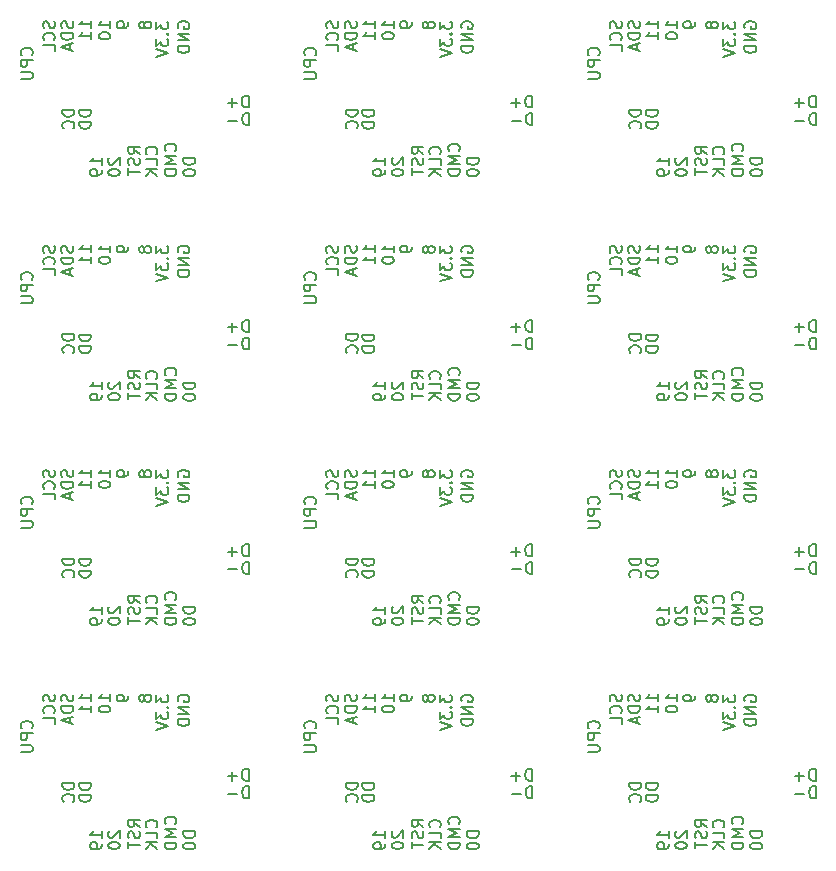
<source format=gbo>
G04 #@! TF.GenerationSoftware,KiCad,Pcbnew,7.0.2-6a45011f42~172~ubuntu22.04.1*
G04 #@! TF.CreationDate,2023-05-22T20:20:29+08:00*
G04 #@! TF.ProjectId,panel_4_3,70616e65-6c5f-4345-9f33-2e6b69636164,rev?*
G04 #@! TF.SameCoordinates,Original*
G04 #@! TF.FileFunction,Legend,Bot*
G04 #@! TF.FilePolarity,Positive*
%FSLAX46Y46*%
G04 Gerber Fmt 4.6, Leading zero omitted, Abs format (unit mm)*
G04 Created by KiCad (PCBNEW 7.0.2-6a45011f42~172~ubuntu22.04.1) date 2023-05-22 20:20:29*
%MOMM*%
%LPD*%
G01*
G04 APERTURE LIST*
%ADD10C,0.150000*%
G04 APERTURE END LIST*
D10*
X56537619Y-20306904D02*
X56537619Y-19735476D01*
X56537619Y-20021190D02*
X55537619Y-20021190D01*
X55537619Y-20021190D02*
X55680476Y-19925952D01*
X55680476Y-19925952D02*
X55775714Y-19830714D01*
X55775714Y-19830714D02*
X55823333Y-19735476D01*
X56537619Y-20783095D02*
X56537619Y-20973571D01*
X56537619Y-20973571D02*
X56490000Y-21068809D01*
X56490000Y-21068809D02*
X56442380Y-21116428D01*
X56442380Y-21116428D02*
X56299523Y-21211666D01*
X56299523Y-21211666D02*
X56109047Y-21259285D01*
X56109047Y-21259285D02*
X55728095Y-21259285D01*
X55728095Y-21259285D02*
X55632857Y-21211666D01*
X55632857Y-21211666D02*
X55585238Y-21164047D01*
X55585238Y-21164047D02*
X55537619Y-21068809D01*
X55537619Y-21068809D02*
X55537619Y-20878333D01*
X55537619Y-20878333D02*
X55585238Y-20783095D01*
X55585238Y-20783095D02*
X55632857Y-20735476D01*
X55632857Y-20735476D02*
X55728095Y-20687857D01*
X55728095Y-20687857D02*
X55966190Y-20687857D01*
X55966190Y-20687857D02*
X56061428Y-20735476D01*
X56061428Y-20735476D02*
X56109047Y-20783095D01*
X56109047Y-20783095D02*
X56156666Y-20878333D01*
X56156666Y-20878333D02*
X56156666Y-21068809D01*
X56156666Y-21068809D02*
X56109047Y-21164047D01*
X56109047Y-21164047D02*
X56061428Y-21211666D01*
X56061428Y-21211666D02*
X55966190Y-21259285D01*
X33172857Y-76720476D02*
X33125238Y-76768095D01*
X33125238Y-76768095D02*
X33077619Y-76863333D01*
X33077619Y-76863333D02*
X33077619Y-77101428D01*
X33077619Y-77101428D02*
X33125238Y-77196666D01*
X33125238Y-77196666D02*
X33172857Y-77244285D01*
X33172857Y-77244285D02*
X33268095Y-77291904D01*
X33268095Y-77291904D02*
X33363333Y-77291904D01*
X33363333Y-77291904D02*
X33506190Y-77244285D01*
X33506190Y-77244285D02*
X34077619Y-76672857D01*
X34077619Y-76672857D02*
X34077619Y-77291904D01*
X33077619Y-77910952D02*
X33077619Y-78006190D01*
X33077619Y-78006190D02*
X33125238Y-78101428D01*
X33125238Y-78101428D02*
X33172857Y-78149047D01*
X33172857Y-78149047D02*
X33268095Y-78196666D01*
X33268095Y-78196666D02*
X33458571Y-78244285D01*
X33458571Y-78244285D02*
X33696666Y-78244285D01*
X33696666Y-78244285D02*
X33887142Y-78196666D01*
X33887142Y-78196666D02*
X33982380Y-78149047D01*
X33982380Y-78149047D02*
X34030000Y-78101428D01*
X34030000Y-78101428D02*
X34077619Y-78006190D01*
X34077619Y-78006190D02*
X34077619Y-77910952D01*
X34077619Y-77910952D02*
X34030000Y-77815714D01*
X34030000Y-77815714D02*
X33982380Y-77768095D01*
X33982380Y-77768095D02*
X33887142Y-77720476D01*
X33887142Y-77720476D02*
X33696666Y-77672857D01*
X33696666Y-77672857D02*
X33458571Y-77672857D01*
X33458571Y-77672857D02*
X33268095Y-77720476D01*
X33268095Y-77720476D02*
X33172857Y-77768095D01*
X33172857Y-77768095D02*
X33125238Y-77815714D01*
X33125238Y-77815714D02*
X33077619Y-77910952D01*
X33267619Y-65726904D02*
X33267619Y-65155476D01*
X33267619Y-65441190D02*
X32267619Y-65441190D01*
X32267619Y-65441190D02*
X32410476Y-65345952D01*
X32410476Y-65345952D02*
X32505714Y-65250714D01*
X32505714Y-65250714D02*
X32553333Y-65155476D01*
X32267619Y-66345952D02*
X32267619Y-66441190D01*
X32267619Y-66441190D02*
X32315238Y-66536428D01*
X32315238Y-66536428D02*
X32362857Y-66584047D01*
X32362857Y-66584047D02*
X32458095Y-66631666D01*
X32458095Y-66631666D02*
X32648571Y-66679285D01*
X32648571Y-66679285D02*
X32886666Y-66679285D01*
X32886666Y-66679285D02*
X33077142Y-66631666D01*
X33077142Y-66631666D02*
X33172380Y-66584047D01*
X33172380Y-66584047D02*
X33220000Y-66536428D01*
X33220000Y-66536428D02*
X33267619Y-66441190D01*
X33267619Y-66441190D02*
X33267619Y-66345952D01*
X33267619Y-66345952D02*
X33220000Y-66250714D01*
X33220000Y-66250714D02*
X33172380Y-66203095D01*
X33172380Y-66203095D02*
X33077142Y-66155476D01*
X33077142Y-66155476D02*
X32886666Y-66107857D01*
X32886666Y-66107857D02*
X32648571Y-66107857D01*
X32648571Y-66107857D02*
X32458095Y-66155476D01*
X32458095Y-66155476D02*
X32362857Y-66203095D01*
X32362857Y-66203095D02*
X32315238Y-66250714D01*
X32315238Y-66250714D02*
X32267619Y-66345952D01*
X68966904Y-53452619D02*
X68966904Y-52452619D01*
X68966904Y-52452619D02*
X68728809Y-52452619D01*
X68728809Y-52452619D02*
X68585952Y-52500238D01*
X68585952Y-52500238D02*
X68490714Y-52595476D01*
X68490714Y-52595476D02*
X68443095Y-52690714D01*
X68443095Y-52690714D02*
X68395476Y-52881190D01*
X68395476Y-52881190D02*
X68395476Y-53024047D01*
X68395476Y-53024047D02*
X68443095Y-53214523D01*
X68443095Y-53214523D02*
X68490714Y-53309761D01*
X68490714Y-53309761D02*
X68585952Y-53405000D01*
X68585952Y-53405000D02*
X68728809Y-53452619D01*
X68728809Y-53452619D02*
X68966904Y-53452619D01*
X67966904Y-53071666D02*
X67205000Y-53071666D01*
X67585952Y-53452619D02*
X67585952Y-52690714D01*
X38757380Y-57129523D02*
X38805000Y-57081904D01*
X38805000Y-57081904D02*
X38852619Y-56939047D01*
X38852619Y-56939047D02*
X38852619Y-56843809D01*
X38852619Y-56843809D02*
X38805000Y-56700952D01*
X38805000Y-56700952D02*
X38709761Y-56605714D01*
X38709761Y-56605714D02*
X38614523Y-56558095D01*
X38614523Y-56558095D02*
X38424047Y-56510476D01*
X38424047Y-56510476D02*
X38281190Y-56510476D01*
X38281190Y-56510476D02*
X38090714Y-56558095D01*
X38090714Y-56558095D02*
X37995476Y-56605714D01*
X37995476Y-56605714D02*
X37900238Y-56700952D01*
X37900238Y-56700952D02*
X37852619Y-56843809D01*
X37852619Y-56843809D02*
X37852619Y-56939047D01*
X37852619Y-56939047D02*
X37900238Y-57081904D01*
X37900238Y-57081904D02*
X37947857Y-57129523D01*
X38852619Y-57558095D02*
X37852619Y-57558095D01*
X37852619Y-57558095D02*
X38566904Y-57891428D01*
X38566904Y-57891428D02*
X37852619Y-58224761D01*
X37852619Y-58224761D02*
X38852619Y-58224761D01*
X38852619Y-58700952D02*
X37852619Y-58700952D01*
X37852619Y-58700952D02*
X37852619Y-58939047D01*
X37852619Y-58939047D02*
X37900238Y-59081904D01*
X37900238Y-59081904D02*
X37995476Y-59177142D01*
X37995476Y-59177142D02*
X38090714Y-59224761D01*
X38090714Y-59224761D02*
X38281190Y-59272380D01*
X38281190Y-59272380D02*
X38424047Y-59272380D01*
X38424047Y-59272380D02*
X38614523Y-59224761D01*
X38614523Y-59224761D02*
X38709761Y-59177142D01*
X38709761Y-59177142D02*
X38805000Y-59081904D01*
X38805000Y-59081904D02*
X38852619Y-58939047D01*
X38852619Y-58939047D02*
X38852619Y-58700952D01*
X14757380Y-38129523D02*
X14805000Y-38081904D01*
X14805000Y-38081904D02*
X14852619Y-37939047D01*
X14852619Y-37939047D02*
X14852619Y-37843809D01*
X14852619Y-37843809D02*
X14805000Y-37700952D01*
X14805000Y-37700952D02*
X14709761Y-37605714D01*
X14709761Y-37605714D02*
X14614523Y-37558095D01*
X14614523Y-37558095D02*
X14424047Y-37510476D01*
X14424047Y-37510476D02*
X14281190Y-37510476D01*
X14281190Y-37510476D02*
X14090714Y-37558095D01*
X14090714Y-37558095D02*
X13995476Y-37605714D01*
X13995476Y-37605714D02*
X13900238Y-37700952D01*
X13900238Y-37700952D02*
X13852619Y-37843809D01*
X13852619Y-37843809D02*
X13852619Y-37939047D01*
X13852619Y-37939047D02*
X13900238Y-38081904D01*
X13900238Y-38081904D02*
X13947857Y-38129523D01*
X14852619Y-38558095D02*
X13852619Y-38558095D01*
X13852619Y-38558095D02*
X14566904Y-38891428D01*
X14566904Y-38891428D02*
X13852619Y-39224761D01*
X13852619Y-39224761D02*
X14852619Y-39224761D01*
X14852619Y-39700952D02*
X13852619Y-39700952D01*
X13852619Y-39700952D02*
X13852619Y-39939047D01*
X13852619Y-39939047D02*
X13900238Y-40081904D01*
X13900238Y-40081904D02*
X13995476Y-40177142D01*
X13995476Y-40177142D02*
X14090714Y-40224761D01*
X14090714Y-40224761D02*
X14281190Y-40272380D01*
X14281190Y-40272380D02*
X14424047Y-40272380D01*
X14424047Y-40272380D02*
X14614523Y-40224761D01*
X14614523Y-40224761D02*
X14709761Y-40177142D01*
X14709761Y-40177142D02*
X14805000Y-40081904D01*
X14805000Y-40081904D02*
X14852619Y-39939047D01*
X14852619Y-39939047D02*
X14852619Y-39700952D01*
X7602619Y-15688095D02*
X6602619Y-15688095D01*
X6602619Y-15688095D02*
X6602619Y-15926190D01*
X6602619Y-15926190D02*
X6650238Y-16069047D01*
X6650238Y-16069047D02*
X6745476Y-16164285D01*
X6745476Y-16164285D02*
X6840714Y-16211904D01*
X6840714Y-16211904D02*
X7031190Y-16259523D01*
X7031190Y-16259523D02*
X7174047Y-16259523D01*
X7174047Y-16259523D02*
X7364523Y-16211904D01*
X7364523Y-16211904D02*
X7459761Y-16164285D01*
X7459761Y-16164285D02*
X7555000Y-16069047D01*
X7555000Y-16069047D02*
X7602619Y-15926190D01*
X7602619Y-15926190D02*
X7602619Y-15688095D01*
X7602619Y-16688095D02*
X6602619Y-16688095D01*
X6602619Y-16688095D02*
X6602619Y-16926190D01*
X6602619Y-16926190D02*
X6650238Y-17069047D01*
X6650238Y-17069047D02*
X6745476Y-17164285D01*
X6745476Y-17164285D02*
X6840714Y-17211904D01*
X6840714Y-17211904D02*
X7031190Y-17259523D01*
X7031190Y-17259523D02*
X7174047Y-17259523D01*
X7174047Y-17259523D02*
X7364523Y-17211904D01*
X7364523Y-17211904D02*
X7459761Y-17164285D01*
X7459761Y-17164285D02*
X7555000Y-17069047D01*
X7555000Y-17069047D02*
X7602619Y-16926190D01*
X7602619Y-16926190D02*
X7602619Y-16688095D01*
X56537619Y-39306904D02*
X56537619Y-38735476D01*
X56537619Y-39021190D02*
X55537619Y-39021190D01*
X55537619Y-39021190D02*
X55680476Y-38925952D01*
X55680476Y-38925952D02*
X55775714Y-38830714D01*
X55775714Y-38830714D02*
X55823333Y-38735476D01*
X56537619Y-39783095D02*
X56537619Y-39973571D01*
X56537619Y-39973571D02*
X56490000Y-40068809D01*
X56490000Y-40068809D02*
X56442380Y-40116428D01*
X56442380Y-40116428D02*
X56299523Y-40211666D01*
X56299523Y-40211666D02*
X56109047Y-40259285D01*
X56109047Y-40259285D02*
X55728095Y-40259285D01*
X55728095Y-40259285D02*
X55632857Y-40211666D01*
X55632857Y-40211666D02*
X55585238Y-40164047D01*
X55585238Y-40164047D02*
X55537619Y-40068809D01*
X55537619Y-40068809D02*
X55537619Y-39878333D01*
X55537619Y-39878333D02*
X55585238Y-39783095D01*
X55585238Y-39783095D02*
X55632857Y-39735476D01*
X55632857Y-39735476D02*
X55728095Y-39687857D01*
X55728095Y-39687857D02*
X55966190Y-39687857D01*
X55966190Y-39687857D02*
X56061428Y-39735476D01*
X56061428Y-39735476D02*
X56109047Y-39783095D01*
X56109047Y-39783095D02*
X56156666Y-39878333D01*
X56156666Y-39878333D02*
X56156666Y-40068809D01*
X56156666Y-40068809D02*
X56109047Y-40164047D01*
X56109047Y-40164047D02*
X56061428Y-40211666D01*
X56061428Y-40211666D02*
X55966190Y-40259285D01*
X64437619Y-57748095D02*
X63437619Y-57748095D01*
X63437619Y-57748095D02*
X63437619Y-57986190D01*
X63437619Y-57986190D02*
X63485238Y-58129047D01*
X63485238Y-58129047D02*
X63580476Y-58224285D01*
X63580476Y-58224285D02*
X63675714Y-58271904D01*
X63675714Y-58271904D02*
X63866190Y-58319523D01*
X63866190Y-58319523D02*
X64009047Y-58319523D01*
X64009047Y-58319523D02*
X64199523Y-58271904D01*
X64199523Y-58271904D02*
X64294761Y-58224285D01*
X64294761Y-58224285D02*
X64390000Y-58129047D01*
X64390000Y-58129047D02*
X64437619Y-57986190D01*
X64437619Y-57986190D02*
X64437619Y-57748095D01*
X63437619Y-58938571D02*
X63437619Y-59033809D01*
X63437619Y-59033809D02*
X63485238Y-59129047D01*
X63485238Y-59129047D02*
X63532857Y-59176666D01*
X63532857Y-59176666D02*
X63628095Y-59224285D01*
X63628095Y-59224285D02*
X63818571Y-59271904D01*
X63818571Y-59271904D02*
X64056666Y-59271904D01*
X64056666Y-59271904D02*
X64247142Y-59224285D01*
X64247142Y-59224285D02*
X64342380Y-59176666D01*
X64342380Y-59176666D02*
X64390000Y-59129047D01*
X64390000Y-59129047D02*
X64437619Y-59033809D01*
X64437619Y-59033809D02*
X64437619Y-58938571D01*
X64437619Y-58938571D02*
X64390000Y-58843333D01*
X64390000Y-58843333D02*
X64342380Y-58795714D01*
X64342380Y-58795714D02*
X64247142Y-58748095D01*
X64247142Y-58748095D02*
X64056666Y-58700476D01*
X64056666Y-58700476D02*
X63818571Y-58700476D01*
X63818571Y-58700476D02*
X63628095Y-58748095D01*
X63628095Y-58748095D02*
X63532857Y-58795714D01*
X63532857Y-58795714D02*
X63485238Y-58843333D01*
X63485238Y-58843333D02*
X63437619Y-58938571D01*
X44966904Y-15452619D02*
X44966904Y-14452619D01*
X44966904Y-14452619D02*
X44728809Y-14452619D01*
X44728809Y-14452619D02*
X44585952Y-14500238D01*
X44585952Y-14500238D02*
X44490714Y-14595476D01*
X44490714Y-14595476D02*
X44443095Y-14690714D01*
X44443095Y-14690714D02*
X44395476Y-14881190D01*
X44395476Y-14881190D02*
X44395476Y-15024047D01*
X44395476Y-15024047D02*
X44443095Y-15214523D01*
X44443095Y-15214523D02*
X44490714Y-15309761D01*
X44490714Y-15309761D02*
X44585952Y-15405000D01*
X44585952Y-15405000D02*
X44728809Y-15452619D01*
X44728809Y-15452619D02*
X44966904Y-15452619D01*
X43966904Y-15071666D02*
X43205000Y-15071666D01*
X43585952Y-15452619D02*
X43585952Y-14690714D01*
X54197619Y-72653095D02*
X53197619Y-72653095D01*
X53197619Y-72653095D02*
X53197619Y-72891190D01*
X53197619Y-72891190D02*
X53245238Y-73034047D01*
X53245238Y-73034047D02*
X53340476Y-73129285D01*
X53340476Y-73129285D02*
X53435714Y-73176904D01*
X53435714Y-73176904D02*
X53626190Y-73224523D01*
X53626190Y-73224523D02*
X53769047Y-73224523D01*
X53769047Y-73224523D02*
X53959523Y-73176904D01*
X53959523Y-73176904D02*
X54054761Y-73129285D01*
X54054761Y-73129285D02*
X54150000Y-73034047D01*
X54150000Y-73034047D02*
X54197619Y-72891190D01*
X54197619Y-72891190D02*
X54197619Y-72653095D01*
X54102380Y-74224523D02*
X54150000Y-74176904D01*
X54150000Y-74176904D02*
X54197619Y-74034047D01*
X54197619Y-74034047D02*
X54197619Y-73938809D01*
X54197619Y-73938809D02*
X54150000Y-73795952D01*
X54150000Y-73795952D02*
X54054761Y-73700714D01*
X54054761Y-73700714D02*
X53959523Y-73653095D01*
X53959523Y-73653095D02*
X53769047Y-73605476D01*
X53769047Y-73605476D02*
X53626190Y-73605476D01*
X53626190Y-73605476D02*
X53435714Y-73653095D01*
X53435714Y-73653095D02*
X53340476Y-73700714D01*
X53340476Y-73700714D02*
X53245238Y-73795952D01*
X53245238Y-73795952D02*
X53197619Y-73938809D01*
X53197619Y-73938809D02*
X53197619Y-74034047D01*
X53197619Y-74034047D02*
X53245238Y-74176904D01*
X53245238Y-74176904D02*
X53292857Y-74224523D01*
X54055000Y-8170476D02*
X54102619Y-8313333D01*
X54102619Y-8313333D02*
X54102619Y-8551428D01*
X54102619Y-8551428D02*
X54055000Y-8646666D01*
X54055000Y-8646666D02*
X54007380Y-8694285D01*
X54007380Y-8694285D02*
X53912142Y-8741904D01*
X53912142Y-8741904D02*
X53816904Y-8741904D01*
X53816904Y-8741904D02*
X53721666Y-8694285D01*
X53721666Y-8694285D02*
X53674047Y-8646666D01*
X53674047Y-8646666D02*
X53626428Y-8551428D01*
X53626428Y-8551428D02*
X53578809Y-8360952D01*
X53578809Y-8360952D02*
X53531190Y-8265714D01*
X53531190Y-8265714D02*
X53483571Y-8218095D01*
X53483571Y-8218095D02*
X53388333Y-8170476D01*
X53388333Y-8170476D02*
X53293095Y-8170476D01*
X53293095Y-8170476D02*
X53197857Y-8218095D01*
X53197857Y-8218095D02*
X53150238Y-8265714D01*
X53150238Y-8265714D02*
X53102619Y-8360952D01*
X53102619Y-8360952D02*
X53102619Y-8599047D01*
X53102619Y-8599047D02*
X53150238Y-8741904D01*
X54102619Y-9170476D02*
X53102619Y-9170476D01*
X53102619Y-9170476D02*
X53102619Y-9408571D01*
X53102619Y-9408571D02*
X53150238Y-9551428D01*
X53150238Y-9551428D02*
X53245476Y-9646666D01*
X53245476Y-9646666D02*
X53340714Y-9694285D01*
X53340714Y-9694285D02*
X53531190Y-9741904D01*
X53531190Y-9741904D02*
X53674047Y-9741904D01*
X53674047Y-9741904D02*
X53864523Y-9694285D01*
X53864523Y-9694285D02*
X53959761Y-9646666D01*
X53959761Y-9646666D02*
X54055000Y-9551428D01*
X54055000Y-9551428D02*
X54102619Y-9408571D01*
X54102619Y-9408571D02*
X54102619Y-9170476D01*
X53816904Y-10122857D02*
X53816904Y-10599047D01*
X54102619Y-10027619D02*
X53102619Y-10360952D01*
X53102619Y-10360952D02*
X54102619Y-10694285D01*
X62757380Y-19129523D02*
X62805000Y-19081904D01*
X62805000Y-19081904D02*
X62852619Y-18939047D01*
X62852619Y-18939047D02*
X62852619Y-18843809D01*
X62852619Y-18843809D02*
X62805000Y-18700952D01*
X62805000Y-18700952D02*
X62709761Y-18605714D01*
X62709761Y-18605714D02*
X62614523Y-18558095D01*
X62614523Y-18558095D02*
X62424047Y-18510476D01*
X62424047Y-18510476D02*
X62281190Y-18510476D01*
X62281190Y-18510476D02*
X62090714Y-18558095D01*
X62090714Y-18558095D02*
X61995476Y-18605714D01*
X61995476Y-18605714D02*
X61900238Y-18700952D01*
X61900238Y-18700952D02*
X61852619Y-18843809D01*
X61852619Y-18843809D02*
X61852619Y-18939047D01*
X61852619Y-18939047D02*
X61900238Y-19081904D01*
X61900238Y-19081904D02*
X61947857Y-19129523D01*
X62852619Y-19558095D02*
X61852619Y-19558095D01*
X61852619Y-19558095D02*
X62566904Y-19891428D01*
X62566904Y-19891428D02*
X61852619Y-20224761D01*
X61852619Y-20224761D02*
X62852619Y-20224761D01*
X62852619Y-20700952D02*
X61852619Y-20700952D01*
X61852619Y-20700952D02*
X61852619Y-20939047D01*
X61852619Y-20939047D02*
X61900238Y-21081904D01*
X61900238Y-21081904D02*
X61995476Y-21177142D01*
X61995476Y-21177142D02*
X62090714Y-21224761D01*
X62090714Y-21224761D02*
X62281190Y-21272380D01*
X62281190Y-21272380D02*
X62424047Y-21272380D01*
X62424047Y-21272380D02*
X62614523Y-21224761D01*
X62614523Y-21224761D02*
X62709761Y-21177142D01*
X62709761Y-21177142D02*
X62805000Y-21081904D01*
X62805000Y-21081904D02*
X62852619Y-20939047D01*
X62852619Y-20939047D02*
X62852619Y-20700952D01*
X36136190Y-46375952D02*
X36088571Y-46280714D01*
X36088571Y-46280714D02*
X36040952Y-46233095D01*
X36040952Y-46233095D02*
X35945714Y-46185476D01*
X35945714Y-46185476D02*
X35898095Y-46185476D01*
X35898095Y-46185476D02*
X35802857Y-46233095D01*
X35802857Y-46233095D02*
X35755238Y-46280714D01*
X35755238Y-46280714D02*
X35707619Y-46375952D01*
X35707619Y-46375952D02*
X35707619Y-46566428D01*
X35707619Y-46566428D02*
X35755238Y-46661666D01*
X35755238Y-46661666D02*
X35802857Y-46709285D01*
X35802857Y-46709285D02*
X35898095Y-46756904D01*
X35898095Y-46756904D02*
X35945714Y-46756904D01*
X35945714Y-46756904D02*
X36040952Y-46709285D01*
X36040952Y-46709285D02*
X36088571Y-46661666D01*
X36088571Y-46661666D02*
X36136190Y-46566428D01*
X36136190Y-46566428D02*
X36136190Y-46375952D01*
X36136190Y-46375952D02*
X36183809Y-46280714D01*
X36183809Y-46280714D02*
X36231428Y-46233095D01*
X36231428Y-46233095D02*
X36326666Y-46185476D01*
X36326666Y-46185476D02*
X36517142Y-46185476D01*
X36517142Y-46185476D02*
X36612380Y-46233095D01*
X36612380Y-46233095D02*
X36660000Y-46280714D01*
X36660000Y-46280714D02*
X36707619Y-46375952D01*
X36707619Y-46375952D02*
X36707619Y-46566428D01*
X36707619Y-46566428D02*
X36660000Y-46661666D01*
X36660000Y-46661666D02*
X36612380Y-46709285D01*
X36612380Y-46709285D02*
X36517142Y-46756904D01*
X36517142Y-46756904D02*
X36326666Y-46756904D01*
X36326666Y-46756904D02*
X36231428Y-46709285D01*
X36231428Y-46709285D02*
X36183809Y-46661666D01*
X36183809Y-46661666D02*
X36136190Y-46566428D01*
X33267619Y-27726904D02*
X33267619Y-27155476D01*
X33267619Y-27441190D02*
X32267619Y-27441190D01*
X32267619Y-27441190D02*
X32410476Y-27345952D01*
X32410476Y-27345952D02*
X32505714Y-27250714D01*
X32505714Y-27250714D02*
X32553333Y-27155476D01*
X32267619Y-28345952D02*
X32267619Y-28441190D01*
X32267619Y-28441190D02*
X32315238Y-28536428D01*
X32315238Y-28536428D02*
X32362857Y-28584047D01*
X32362857Y-28584047D02*
X32458095Y-28631666D01*
X32458095Y-28631666D02*
X32648571Y-28679285D01*
X32648571Y-28679285D02*
X32886666Y-28679285D01*
X32886666Y-28679285D02*
X33077142Y-28631666D01*
X33077142Y-28631666D02*
X33172380Y-28584047D01*
X33172380Y-28584047D02*
X33220000Y-28536428D01*
X33220000Y-28536428D02*
X33267619Y-28441190D01*
X33267619Y-28441190D02*
X33267619Y-28345952D01*
X33267619Y-28345952D02*
X33220000Y-28250714D01*
X33220000Y-28250714D02*
X33172380Y-28203095D01*
X33172380Y-28203095D02*
X33077142Y-28155476D01*
X33077142Y-28155476D02*
X32886666Y-28107857D01*
X32886666Y-28107857D02*
X32648571Y-28107857D01*
X32648571Y-28107857D02*
X32458095Y-28155476D01*
X32458095Y-28155476D02*
X32362857Y-28203095D01*
X32362857Y-28203095D02*
X32315238Y-28250714D01*
X32315238Y-28250714D02*
X32267619Y-28345952D01*
X55602619Y-72688095D02*
X54602619Y-72688095D01*
X54602619Y-72688095D02*
X54602619Y-72926190D01*
X54602619Y-72926190D02*
X54650238Y-73069047D01*
X54650238Y-73069047D02*
X54745476Y-73164285D01*
X54745476Y-73164285D02*
X54840714Y-73211904D01*
X54840714Y-73211904D02*
X55031190Y-73259523D01*
X55031190Y-73259523D02*
X55174047Y-73259523D01*
X55174047Y-73259523D02*
X55364523Y-73211904D01*
X55364523Y-73211904D02*
X55459761Y-73164285D01*
X55459761Y-73164285D02*
X55555000Y-73069047D01*
X55555000Y-73069047D02*
X55602619Y-72926190D01*
X55602619Y-72926190D02*
X55602619Y-72688095D01*
X55602619Y-73688095D02*
X54602619Y-73688095D01*
X54602619Y-73688095D02*
X54602619Y-73926190D01*
X54602619Y-73926190D02*
X54650238Y-74069047D01*
X54650238Y-74069047D02*
X54745476Y-74164285D01*
X54745476Y-74164285D02*
X54840714Y-74211904D01*
X54840714Y-74211904D02*
X55031190Y-74259523D01*
X55031190Y-74259523D02*
X55174047Y-74259523D01*
X55174047Y-74259523D02*
X55364523Y-74211904D01*
X55364523Y-74211904D02*
X55459761Y-74164285D01*
X55459761Y-74164285D02*
X55555000Y-74069047D01*
X55555000Y-74069047D02*
X55602619Y-73926190D01*
X55602619Y-73926190D02*
X55602619Y-73688095D01*
X7642619Y-65716904D02*
X7642619Y-65145476D01*
X7642619Y-65431190D02*
X6642619Y-65431190D01*
X6642619Y-65431190D02*
X6785476Y-65335952D01*
X6785476Y-65335952D02*
X6880714Y-65240714D01*
X6880714Y-65240714D02*
X6928333Y-65145476D01*
X7642619Y-66669285D02*
X7642619Y-66097857D01*
X7642619Y-66383571D02*
X6642619Y-66383571D01*
X6642619Y-66383571D02*
X6785476Y-66288333D01*
X6785476Y-66288333D02*
X6880714Y-66193095D01*
X6880714Y-66193095D02*
X6928333Y-66097857D01*
X40437619Y-57748095D02*
X39437619Y-57748095D01*
X39437619Y-57748095D02*
X39437619Y-57986190D01*
X39437619Y-57986190D02*
X39485238Y-58129047D01*
X39485238Y-58129047D02*
X39580476Y-58224285D01*
X39580476Y-58224285D02*
X39675714Y-58271904D01*
X39675714Y-58271904D02*
X39866190Y-58319523D01*
X39866190Y-58319523D02*
X40009047Y-58319523D01*
X40009047Y-58319523D02*
X40199523Y-58271904D01*
X40199523Y-58271904D02*
X40294761Y-58224285D01*
X40294761Y-58224285D02*
X40390000Y-58129047D01*
X40390000Y-58129047D02*
X40437619Y-57986190D01*
X40437619Y-57986190D02*
X40437619Y-57748095D01*
X39437619Y-58938571D02*
X39437619Y-59033809D01*
X39437619Y-59033809D02*
X39485238Y-59129047D01*
X39485238Y-59129047D02*
X39532857Y-59176666D01*
X39532857Y-59176666D02*
X39628095Y-59224285D01*
X39628095Y-59224285D02*
X39818571Y-59271904D01*
X39818571Y-59271904D02*
X40056666Y-59271904D01*
X40056666Y-59271904D02*
X40247142Y-59224285D01*
X40247142Y-59224285D02*
X40342380Y-59176666D01*
X40342380Y-59176666D02*
X40390000Y-59129047D01*
X40390000Y-59129047D02*
X40437619Y-59033809D01*
X40437619Y-59033809D02*
X40437619Y-58938571D01*
X40437619Y-58938571D02*
X40390000Y-58843333D01*
X40390000Y-58843333D02*
X40342380Y-58795714D01*
X40342380Y-58795714D02*
X40247142Y-58748095D01*
X40247142Y-58748095D02*
X40056666Y-58700476D01*
X40056666Y-58700476D02*
X39818571Y-58700476D01*
X39818571Y-58700476D02*
X39628095Y-58748095D01*
X39628095Y-58748095D02*
X39532857Y-58795714D01*
X39532857Y-58795714D02*
X39485238Y-58843333D01*
X39485238Y-58843333D02*
X39437619Y-58938571D01*
X26582380Y-30034523D02*
X26630000Y-29986904D01*
X26630000Y-29986904D02*
X26677619Y-29844047D01*
X26677619Y-29844047D02*
X26677619Y-29748809D01*
X26677619Y-29748809D02*
X26630000Y-29605952D01*
X26630000Y-29605952D02*
X26534761Y-29510714D01*
X26534761Y-29510714D02*
X26439523Y-29463095D01*
X26439523Y-29463095D02*
X26249047Y-29415476D01*
X26249047Y-29415476D02*
X26106190Y-29415476D01*
X26106190Y-29415476D02*
X25915714Y-29463095D01*
X25915714Y-29463095D02*
X25820476Y-29510714D01*
X25820476Y-29510714D02*
X25725238Y-29605952D01*
X25725238Y-29605952D02*
X25677619Y-29748809D01*
X25677619Y-29748809D02*
X25677619Y-29844047D01*
X25677619Y-29844047D02*
X25725238Y-29986904D01*
X25725238Y-29986904D02*
X25772857Y-30034523D01*
X26677619Y-30463095D02*
X25677619Y-30463095D01*
X25677619Y-30463095D02*
X25677619Y-30844047D01*
X25677619Y-30844047D02*
X25725238Y-30939285D01*
X25725238Y-30939285D02*
X25772857Y-30986904D01*
X25772857Y-30986904D02*
X25868095Y-31034523D01*
X25868095Y-31034523D02*
X26010952Y-31034523D01*
X26010952Y-31034523D02*
X26106190Y-30986904D01*
X26106190Y-30986904D02*
X26153809Y-30939285D01*
X26153809Y-30939285D02*
X26201428Y-30844047D01*
X26201428Y-30844047D02*
X26201428Y-30463095D01*
X25677619Y-31463095D02*
X26487142Y-31463095D01*
X26487142Y-31463095D02*
X26582380Y-31510714D01*
X26582380Y-31510714D02*
X26630000Y-31558333D01*
X26630000Y-31558333D02*
X26677619Y-31653571D01*
X26677619Y-31653571D02*
X26677619Y-31844047D01*
X26677619Y-31844047D02*
X26630000Y-31939285D01*
X26630000Y-31939285D02*
X26582380Y-31986904D01*
X26582380Y-31986904D02*
X26487142Y-32034523D01*
X26487142Y-32034523D02*
X25677619Y-32034523D01*
X4505000Y-65170476D02*
X4552619Y-65313333D01*
X4552619Y-65313333D02*
X4552619Y-65551428D01*
X4552619Y-65551428D02*
X4505000Y-65646666D01*
X4505000Y-65646666D02*
X4457380Y-65694285D01*
X4457380Y-65694285D02*
X4362142Y-65741904D01*
X4362142Y-65741904D02*
X4266904Y-65741904D01*
X4266904Y-65741904D02*
X4171666Y-65694285D01*
X4171666Y-65694285D02*
X4124047Y-65646666D01*
X4124047Y-65646666D02*
X4076428Y-65551428D01*
X4076428Y-65551428D02*
X4028809Y-65360952D01*
X4028809Y-65360952D02*
X3981190Y-65265714D01*
X3981190Y-65265714D02*
X3933571Y-65218095D01*
X3933571Y-65218095D02*
X3838333Y-65170476D01*
X3838333Y-65170476D02*
X3743095Y-65170476D01*
X3743095Y-65170476D02*
X3647857Y-65218095D01*
X3647857Y-65218095D02*
X3600238Y-65265714D01*
X3600238Y-65265714D02*
X3552619Y-65360952D01*
X3552619Y-65360952D02*
X3552619Y-65599047D01*
X3552619Y-65599047D02*
X3600238Y-65741904D01*
X4457380Y-66741904D02*
X4505000Y-66694285D01*
X4505000Y-66694285D02*
X4552619Y-66551428D01*
X4552619Y-66551428D02*
X4552619Y-66456190D01*
X4552619Y-66456190D02*
X4505000Y-66313333D01*
X4505000Y-66313333D02*
X4409761Y-66218095D01*
X4409761Y-66218095D02*
X4314523Y-66170476D01*
X4314523Y-66170476D02*
X4124047Y-66122857D01*
X4124047Y-66122857D02*
X3981190Y-66122857D01*
X3981190Y-66122857D02*
X3790714Y-66170476D01*
X3790714Y-66170476D02*
X3695476Y-66218095D01*
X3695476Y-66218095D02*
X3600238Y-66313333D01*
X3600238Y-66313333D02*
X3552619Y-66456190D01*
X3552619Y-66456190D02*
X3552619Y-66551428D01*
X3552619Y-66551428D02*
X3600238Y-66694285D01*
X3600238Y-66694285D02*
X3647857Y-66741904D01*
X4552619Y-67646666D02*
X4552619Y-67170476D01*
X4552619Y-67170476D02*
X3552619Y-67170476D01*
X8537619Y-77306904D02*
X8537619Y-76735476D01*
X8537619Y-77021190D02*
X7537619Y-77021190D01*
X7537619Y-77021190D02*
X7680476Y-76925952D01*
X7680476Y-76925952D02*
X7775714Y-76830714D01*
X7775714Y-76830714D02*
X7823333Y-76735476D01*
X8537619Y-77783095D02*
X8537619Y-77973571D01*
X8537619Y-77973571D02*
X8490000Y-78068809D01*
X8490000Y-78068809D02*
X8442380Y-78116428D01*
X8442380Y-78116428D02*
X8299523Y-78211666D01*
X8299523Y-78211666D02*
X8109047Y-78259285D01*
X8109047Y-78259285D02*
X7728095Y-78259285D01*
X7728095Y-78259285D02*
X7632857Y-78211666D01*
X7632857Y-78211666D02*
X7585238Y-78164047D01*
X7585238Y-78164047D02*
X7537619Y-78068809D01*
X7537619Y-78068809D02*
X7537619Y-77878333D01*
X7537619Y-77878333D02*
X7585238Y-77783095D01*
X7585238Y-77783095D02*
X7632857Y-77735476D01*
X7632857Y-77735476D02*
X7728095Y-77687857D01*
X7728095Y-77687857D02*
X7966190Y-77687857D01*
X7966190Y-77687857D02*
X8061428Y-77735476D01*
X8061428Y-77735476D02*
X8109047Y-77783095D01*
X8109047Y-77783095D02*
X8156666Y-77878333D01*
X8156666Y-77878333D02*
X8156666Y-78068809D01*
X8156666Y-78068809D02*
X8109047Y-78164047D01*
X8109047Y-78164047D02*
X8061428Y-78211666D01*
X8061428Y-78211666D02*
X7966190Y-78259285D01*
X26582380Y-11034523D02*
X26630000Y-10986904D01*
X26630000Y-10986904D02*
X26677619Y-10844047D01*
X26677619Y-10844047D02*
X26677619Y-10748809D01*
X26677619Y-10748809D02*
X26630000Y-10605952D01*
X26630000Y-10605952D02*
X26534761Y-10510714D01*
X26534761Y-10510714D02*
X26439523Y-10463095D01*
X26439523Y-10463095D02*
X26249047Y-10415476D01*
X26249047Y-10415476D02*
X26106190Y-10415476D01*
X26106190Y-10415476D02*
X25915714Y-10463095D01*
X25915714Y-10463095D02*
X25820476Y-10510714D01*
X25820476Y-10510714D02*
X25725238Y-10605952D01*
X25725238Y-10605952D02*
X25677619Y-10748809D01*
X25677619Y-10748809D02*
X25677619Y-10844047D01*
X25677619Y-10844047D02*
X25725238Y-10986904D01*
X25725238Y-10986904D02*
X25772857Y-11034523D01*
X26677619Y-11463095D02*
X25677619Y-11463095D01*
X25677619Y-11463095D02*
X25677619Y-11844047D01*
X25677619Y-11844047D02*
X25725238Y-11939285D01*
X25725238Y-11939285D02*
X25772857Y-11986904D01*
X25772857Y-11986904D02*
X25868095Y-12034523D01*
X25868095Y-12034523D02*
X26010952Y-12034523D01*
X26010952Y-12034523D02*
X26106190Y-11986904D01*
X26106190Y-11986904D02*
X26153809Y-11939285D01*
X26153809Y-11939285D02*
X26201428Y-11844047D01*
X26201428Y-11844047D02*
X26201428Y-11463095D01*
X25677619Y-12463095D02*
X26487142Y-12463095D01*
X26487142Y-12463095D02*
X26582380Y-12510714D01*
X26582380Y-12510714D02*
X26630000Y-12558333D01*
X26630000Y-12558333D02*
X26677619Y-12653571D01*
X26677619Y-12653571D02*
X26677619Y-12844047D01*
X26677619Y-12844047D02*
X26630000Y-12939285D01*
X26630000Y-12939285D02*
X26582380Y-12986904D01*
X26582380Y-12986904D02*
X26487142Y-13034523D01*
X26487142Y-13034523D02*
X25677619Y-13034523D01*
X26582380Y-49034523D02*
X26630000Y-48986904D01*
X26630000Y-48986904D02*
X26677619Y-48844047D01*
X26677619Y-48844047D02*
X26677619Y-48748809D01*
X26677619Y-48748809D02*
X26630000Y-48605952D01*
X26630000Y-48605952D02*
X26534761Y-48510714D01*
X26534761Y-48510714D02*
X26439523Y-48463095D01*
X26439523Y-48463095D02*
X26249047Y-48415476D01*
X26249047Y-48415476D02*
X26106190Y-48415476D01*
X26106190Y-48415476D02*
X25915714Y-48463095D01*
X25915714Y-48463095D02*
X25820476Y-48510714D01*
X25820476Y-48510714D02*
X25725238Y-48605952D01*
X25725238Y-48605952D02*
X25677619Y-48748809D01*
X25677619Y-48748809D02*
X25677619Y-48844047D01*
X25677619Y-48844047D02*
X25725238Y-48986904D01*
X25725238Y-48986904D02*
X25772857Y-49034523D01*
X26677619Y-49463095D02*
X25677619Y-49463095D01*
X25677619Y-49463095D02*
X25677619Y-49844047D01*
X25677619Y-49844047D02*
X25725238Y-49939285D01*
X25725238Y-49939285D02*
X25772857Y-49986904D01*
X25772857Y-49986904D02*
X25868095Y-50034523D01*
X25868095Y-50034523D02*
X26010952Y-50034523D01*
X26010952Y-50034523D02*
X26106190Y-49986904D01*
X26106190Y-49986904D02*
X26153809Y-49939285D01*
X26153809Y-49939285D02*
X26201428Y-49844047D01*
X26201428Y-49844047D02*
X26201428Y-49463095D01*
X25677619Y-50463095D02*
X26487142Y-50463095D01*
X26487142Y-50463095D02*
X26582380Y-50510714D01*
X26582380Y-50510714D02*
X26630000Y-50558333D01*
X26630000Y-50558333D02*
X26677619Y-50653571D01*
X26677619Y-50653571D02*
X26677619Y-50844047D01*
X26677619Y-50844047D02*
X26630000Y-50939285D01*
X26630000Y-50939285D02*
X26582380Y-50986904D01*
X26582380Y-50986904D02*
X26487142Y-51034523D01*
X26487142Y-51034523D02*
X25677619Y-51034523D01*
X60136190Y-46375952D02*
X60088571Y-46280714D01*
X60088571Y-46280714D02*
X60040952Y-46233095D01*
X60040952Y-46233095D02*
X59945714Y-46185476D01*
X59945714Y-46185476D02*
X59898095Y-46185476D01*
X59898095Y-46185476D02*
X59802857Y-46233095D01*
X59802857Y-46233095D02*
X59755238Y-46280714D01*
X59755238Y-46280714D02*
X59707619Y-46375952D01*
X59707619Y-46375952D02*
X59707619Y-46566428D01*
X59707619Y-46566428D02*
X59755238Y-46661666D01*
X59755238Y-46661666D02*
X59802857Y-46709285D01*
X59802857Y-46709285D02*
X59898095Y-46756904D01*
X59898095Y-46756904D02*
X59945714Y-46756904D01*
X59945714Y-46756904D02*
X60040952Y-46709285D01*
X60040952Y-46709285D02*
X60088571Y-46661666D01*
X60088571Y-46661666D02*
X60136190Y-46566428D01*
X60136190Y-46566428D02*
X60136190Y-46375952D01*
X60136190Y-46375952D02*
X60183809Y-46280714D01*
X60183809Y-46280714D02*
X60231428Y-46233095D01*
X60231428Y-46233095D02*
X60326666Y-46185476D01*
X60326666Y-46185476D02*
X60517142Y-46185476D01*
X60517142Y-46185476D02*
X60612380Y-46233095D01*
X60612380Y-46233095D02*
X60660000Y-46280714D01*
X60660000Y-46280714D02*
X60707619Y-46375952D01*
X60707619Y-46375952D02*
X60707619Y-46566428D01*
X60707619Y-46566428D02*
X60660000Y-46661666D01*
X60660000Y-46661666D02*
X60612380Y-46709285D01*
X60612380Y-46709285D02*
X60517142Y-46756904D01*
X60517142Y-46756904D02*
X60326666Y-46756904D01*
X60326666Y-46756904D02*
X60231428Y-46709285D01*
X60231428Y-46709285D02*
X60183809Y-46661666D01*
X60183809Y-46661666D02*
X60136190Y-46566428D01*
X31602619Y-15688095D02*
X30602619Y-15688095D01*
X30602619Y-15688095D02*
X30602619Y-15926190D01*
X30602619Y-15926190D02*
X30650238Y-16069047D01*
X30650238Y-16069047D02*
X30745476Y-16164285D01*
X30745476Y-16164285D02*
X30840714Y-16211904D01*
X30840714Y-16211904D02*
X31031190Y-16259523D01*
X31031190Y-16259523D02*
X31174047Y-16259523D01*
X31174047Y-16259523D02*
X31364523Y-16211904D01*
X31364523Y-16211904D02*
X31459761Y-16164285D01*
X31459761Y-16164285D02*
X31555000Y-16069047D01*
X31555000Y-16069047D02*
X31602619Y-15926190D01*
X31602619Y-15926190D02*
X31602619Y-15688095D01*
X31602619Y-16688095D02*
X30602619Y-16688095D01*
X30602619Y-16688095D02*
X30602619Y-16926190D01*
X30602619Y-16926190D02*
X30650238Y-17069047D01*
X30650238Y-17069047D02*
X30745476Y-17164285D01*
X30745476Y-17164285D02*
X30840714Y-17211904D01*
X30840714Y-17211904D02*
X31031190Y-17259523D01*
X31031190Y-17259523D02*
X31174047Y-17259523D01*
X31174047Y-17259523D02*
X31364523Y-17211904D01*
X31364523Y-17211904D02*
X31459761Y-17164285D01*
X31459761Y-17164285D02*
X31555000Y-17069047D01*
X31555000Y-17069047D02*
X31602619Y-16926190D01*
X31602619Y-16926190D02*
X31602619Y-16688095D01*
X2582380Y-49034523D02*
X2630000Y-48986904D01*
X2630000Y-48986904D02*
X2677619Y-48844047D01*
X2677619Y-48844047D02*
X2677619Y-48748809D01*
X2677619Y-48748809D02*
X2630000Y-48605952D01*
X2630000Y-48605952D02*
X2534761Y-48510714D01*
X2534761Y-48510714D02*
X2439523Y-48463095D01*
X2439523Y-48463095D02*
X2249047Y-48415476D01*
X2249047Y-48415476D02*
X2106190Y-48415476D01*
X2106190Y-48415476D02*
X1915714Y-48463095D01*
X1915714Y-48463095D02*
X1820476Y-48510714D01*
X1820476Y-48510714D02*
X1725238Y-48605952D01*
X1725238Y-48605952D02*
X1677619Y-48748809D01*
X1677619Y-48748809D02*
X1677619Y-48844047D01*
X1677619Y-48844047D02*
X1725238Y-48986904D01*
X1725238Y-48986904D02*
X1772857Y-49034523D01*
X2677619Y-49463095D02*
X1677619Y-49463095D01*
X1677619Y-49463095D02*
X1677619Y-49844047D01*
X1677619Y-49844047D02*
X1725238Y-49939285D01*
X1725238Y-49939285D02*
X1772857Y-49986904D01*
X1772857Y-49986904D02*
X1868095Y-50034523D01*
X1868095Y-50034523D02*
X2010952Y-50034523D01*
X2010952Y-50034523D02*
X2106190Y-49986904D01*
X2106190Y-49986904D02*
X2153809Y-49939285D01*
X2153809Y-49939285D02*
X2201428Y-49844047D01*
X2201428Y-49844047D02*
X2201428Y-49463095D01*
X1677619Y-50463095D02*
X2487142Y-50463095D01*
X2487142Y-50463095D02*
X2582380Y-50510714D01*
X2582380Y-50510714D02*
X2630000Y-50558333D01*
X2630000Y-50558333D02*
X2677619Y-50653571D01*
X2677619Y-50653571D02*
X2677619Y-50844047D01*
X2677619Y-50844047D02*
X2630000Y-50939285D01*
X2630000Y-50939285D02*
X2582380Y-50986904D01*
X2582380Y-50986904D02*
X2487142Y-51034523D01*
X2487142Y-51034523D02*
X1677619Y-51034523D01*
X62995238Y-27736904D02*
X62947619Y-27641666D01*
X62947619Y-27641666D02*
X62947619Y-27498809D01*
X62947619Y-27498809D02*
X62995238Y-27355952D01*
X62995238Y-27355952D02*
X63090476Y-27260714D01*
X63090476Y-27260714D02*
X63185714Y-27213095D01*
X63185714Y-27213095D02*
X63376190Y-27165476D01*
X63376190Y-27165476D02*
X63519047Y-27165476D01*
X63519047Y-27165476D02*
X63709523Y-27213095D01*
X63709523Y-27213095D02*
X63804761Y-27260714D01*
X63804761Y-27260714D02*
X63900000Y-27355952D01*
X63900000Y-27355952D02*
X63947619Y-27498809D01*
X63947619Y-27498809D02*
X63947619Y-27594047D01*
X63947619Y-27594047D02*
X63900000Y-27736904D01*
X63900000Y-27736904D02*
X63852380Y-27784523D01*
X63852380Y-27784523D02*
X63519047Y-27784523D01*
X63519047Y-27784523D02*
X63519047Y-27594047D01*
X63947619Y-28213095D02*
X62947619Y-28213095D01*
X62947619Y-28213095D02*
X63947619Y-28784523D01*
X63947619Y-28784523D02*
X62947619Y-28784523D01*
X63947619Y-29260714D02*
X62947619Y-29260714D01*
X62947619Y-29260714D02*
X62947619Y-29498809D01*
X62947619Y-29498809D02*
X62995238Y-29641666D01*
X62995238Y-29641666D02*
X63090476Y-29736904D01*
X63090476Y-29736904D02*
X63185714Y-29784523D01*
X63185714Y-29784523D02*
X63376190Y-29832142D01*
X63376190Y-29832142D02*
X63519047Y-29832142D01*
X63519047Y-29832142D02*
X63709523Y-29784523D01*
X63709523Y-29784523D02*
X63804761Y-29736904D01*
X63804761Y-29736904D02*
X63900000Y-29641666D01*
X63900000Y-29641666D02*
X63947619Y-29498809D01*
X63947619Y-29498809D02*
X63947619Y-29260714D01*
X50582380Y-49034523D02*
X50630000Y-48986904D01*
X50630000Y-48986904D02*
X50677619Y-48844047D01*
X50677619Y-48844047D02*
X50677619Y-48748809D01*
X50677619Y-48748809D02*
X50630000Y-48605952D01*
X50630000Y-48605952D02*
X50534761Y-48510714D01*
X50534761Y-48510714D02*
X50439523Y-48463095D01*
X50439523Y-48463095D02*
X50249047Y-48415476D01*
X50249047Y-48415476D02*
X50106190Y-48415476D01*
X50106190Y-48415476D02*
X49915714Y-48463095D01*
X49915714Y-48463095D02*
X49820476Y-48510714D01*
X49820476Y-48510714D02*
X49725238Y-48605952D01*
X49725238Y-48605952D02*
X49677619Y-48748809D01*
X49677619Y-48748809D02*
X49677619Y-48844047D01*
X49677619Y-48844047D02*
X49725238Y-48986904D01*
X49725238Y-48986904D02*
X49772857Y-49034523D01*
X50677619Y-49463095D02*
X49677619Y-49463095D01*
X49677619Y-49463095D02*
X49677619Y-49844047D01*
X49677619Y-49844047D02*
X49725238Y-49939285D01*
X49725238Y-49939285D02*
X49772857Y-49986904D01*
X49772857Y-49986904D02*
X49868095Y-50034523D01*
X49868095Y-50034523D02*
X50010952Y-50034523D01*
X50010952Y-50034523D02*
X50106190Y-49986904D01*
X50106190Y-49986904D02*
X50153809Y-49939285D01*
X50153809Y-49939285D02*
X50201428Y-49844047D01*
X50201428Y-49844047D02*
X50201428Y-49463095D01*
X49677619Y-50463095D02*
X50487142Y-50463095D01*
X50487142Y-50463095D02*
X50582380Y-50510714D01*
X50582380Y-50510714D02*
X50630000Y-50558333D01*
X50630000Y-50558333D02*
X50677619Y-50653571D01*
X50677619Y-50653571D02*
X50677619Y-50844047D01*
X50677619Y-50844047D02*
X50630000Y-50939285D01*
X50630000Y-50939285D02*
X50582380Y-50986904D01*
X50582380Y-50986904D02*
X50487142Y-51034523D01*
X50487142Y-51034523D02*
X49677619Y-51034523D01*
X37147380Y-76419523D02*
X37195000Y-76371904D01*
X37195000Y-76371904D02*
X37242619Y-76229047D01*
X37242619Y-76229047D02*
X37242619Y-76133809D01*
X37242619Y-76133809D02*
X37195000Y-75990952D01*
X37195000Y-75990952D02*
X37099761Y-75895714D01*
X37099761Y-75895714D02*
X37004523Y-75848095D01*
X37004523Y-75848095D02*
X36814047Y-75800476D01*
X36814047Y-75800476D02*
X36671190Y-75800476D01*
X36671190Y-75800476D02*
X36480714Y-75848095D01*
X36480714Y-75848095D02*
X36385476Y-75895714D01*
X36385476Y-75895714D02*
X36290238Y-75990952D01*
X36290238Y-75990952D02*
X36242619Y-76133809D01*
X36242619Y-76133809D02*
X36242619Y-76229047D01*
X36242619Y-76229047D02*
X36290238Y-76371904D01*
X36290238Y-76371904D02*
X36337857Y-76419523D01*
X37242619Y-77324285D02*
X37242619Y-76848095D01*
X37242619Y-76848095D02*
X36242619Y-76848095D01*
X37242619Y-77657619D02*
X36242619Y-77657619D01*
X37242619Y-78229047D02*
X36671190Y-77800476D01*
X36242619Y-78229047D02*
X36814047Y-77657619D01*
X55602619Y-34688095D02*
X54602619Y-34688095D01*
X54602619Y-34688095D02*
X54602619Y-34926190D01*
X54602619Y-34926190D02*
X54650238Y-35069047D01*
X54650238Y-35069047D02*
X54745476Y-35164285D01*
X54745476Y-35164285D02*
X54840714Y-35211904D01*
X54840714Y-35211904D02*
X55031190Y-35259523D01*
X55031190Y-35259523D02*
X55174047Y-35259523D01*
X55174047Y-35259523D02*
X55364523Y-35211904D01*
X55364523Y-35211904D02*
X55459761Y-35164285D01*
X55459761Y-35164285D02*
X55555000Y-35069047D01*
X55555000Y-35069047D02*
X55602619Y-34926190D01*
X55602619Y-34926190D02*
X55602619Y-34688095D01*
X55602619Y-35688095D02*
X54602619Y-35688095D01*
X54602619Y-35688095D02*
X54602619Y-35926190D01*
X54602619Y-35926190D02*
X54650238Y-36069047D01*
X54650238Y-36069047D02*
X54745476Y-36164285D01*
X54745476Y-36164285D02*
X54840714Y-36211904D01*
X54840714Y-36211904D02*
X55031190Y-36259523D01*
X55031190Y-36259523D02*
X55174047Y-36259523D01*
X55174047Y-36259523D02*
X55364523Y-36211904D01*
X55364523Y-36211904D02*
X55459761Y-36164285D01*
X55459761Y-36164285D02*
X55555000Y-36069047D01*
X55555000Y-36069047D02*
X55602619Y-35926190D01*
X55602619Y-35926190D02*
X55602619Y-35688095D01*
X13152619Y-65192857D02*
X13152619Y-65811904D01*
X13152619Y-65811904D02*
X13533571Y-65478571D01*
X13533571Y-65478571D02*
X13533571Y-65621428D01*
X13533571Y-65621428D02*
X13581190Y-65716666D01*
X13581190Y-65716666D02*
X13628809Y-65764285D01*
X13628809Y-65764285D02*
X13724047Y-65811904D01*
X13724047Y-65811904D02*
X13962142Y-65811904D01*
X13962142Y-65811904D02*
X14057380Y-65764285D01*
X14057380Y-65764285D02*
X14105000Y-65716666D01*
X14105000Y-65716666D02*
X14152619Y-65621428D01*
X14152619Y-65621428D02*
X14152619Y-65335714D01*
X14152619Y-65335714D02*
X14105000Y-65240476D01*
X14105000Y-65240476D02*
X14057380Y-65192857D01*
X14057380Y-66240476D02*
X14105000Y-66288095D01*
X14105000Y-66288095D02*
X14152619Y-66240476D01*
X14152619Y-66240476D02*
X14105000Y-66192857D01*
X14105000Y-66192857D02*
X14057380Y-66240476D01*
X14057380Y-66240476D02*
X14152619Y-66240476D01*
X13152619Y-66621428D02*
X13152619Y-67240475D01*
X13152619Y-67240475D02*
X13533571Y-66907142D01*
X13533571Y-66907142D02*
X13533571Y-67049999D01*
X13533571Y-67049999D02*
X13581190Y-67145237D01*
X13581190Y-67145237D02*
X13628809Y-67192856D01*
X13628809Y-67192856D02*
X13724047Y-67240475D01*
X13724047Y-67240475D02*
X13962142Y-67240475D01*
X13962142Y-67240475D02*
X14057380Y-67192856D01*
X14057380Y-67192856D02*
X14105000Y-67145237D01*
X14105000Y-67145237D02*
X14152619Y-67049999D01*
X14152619Y-67049999D02*
X14152619Y-66764285D01*
X14152619Y-66764285D02*
X14105000Y-66669047D01*
X14105000Y-66669047D02*
X14057380Y-66621428D01*
X13152619Y-67526190D02*
X14152619Y-67859523D01*
X14152619Y-67859523D02*
X13152619Y-68192856D01*
X9267619Y-27726904D02*
X9267619Y-27155476D01*
X9267619Y-27441190D02*
X8267619Y-27441190D01*
X8267619Y-27441190D02*
X8410476Y-27345952D01*
X8410476Y-27345952D02*
X8505714Y-27250714D01*
X8505714Y-27250714D02*
X8553333Y-27155476D01*
X8267619Y-28345952D02*
X8267619Y-28441190D01*
X8267619Y-28441190D02*
X8315238Y-28536428D01*
X8315238Y-28536428D02*
X8362857Y-28584047D01*
X8362857Y-28584047D02*
X8458095Y-28631666D01*
X8458095Y-28631666D02*
X8648571Y-28679285D01*
X8648571Y-28679285D02*
X8886666Y-28679285D01*
X8886666Y-28679285D02*
X9077142Y-28631666D01*
X9077142Y-28631666D02*
X9172380Y-28584047D01*
X9172380Y-28584047D02*
X9220000Y-28536428D01*
X9220000Y-28536428D02*
X9267619Y-28441190D01*
X9267619Y-28441190D02*
X9267619Y-28345952D01*
X9267619Y-28345952D02*
X9220000Y-28250714D01*
X9220000Y-28250714D02*
X9172380Y-28203095D01*
X9172380Y-28203095D02*
X9077142Y-28155476D01*
X9077142Y-28155476D02*
X8886666Y-28107857D01*
X8886666Y-28107857D02*
X8648571Y-28107857D01*
X8648571Y-28107857D02*
X8458095Y-28155476D01*
X8458095Y-28155476D02*
X8362857Y-28203095D01*
X8362857Y-28203095D02*
X8315238Y-28250714D01*
X8315238Y-28250714D02*
X8267619Y-28345952D01*
X26582380Y-68034523D02*
X26630000Y-67986904D01*
X26630000Y-67986904D02*
X26677619Y-67844047D01*
X26677619Y-67844047D02*
X26677619Y-67748809D01*
X26677619Y-67748809D02*
X26630000Y-67605952D01*
X26630000Y-67605952D02*
X26534761Y-67510714D01*
X26534761Y-67510714D02*
X26439523Y-67463095D01*
X26439523Y-67463095D02*
X26249047Y-67415476D01*
X26249047Y-67415476D02*
X26106190Y-67415476D01*
X26106190Y-67415476D02*
X25915714Y-67463095D01*
X25915714Y-67463095D02*
X25820476Y-67510714D01*
X25820476Y-67510714D02*
X25725238Y-67605952D01*
X25725238Y-67605952D02*
X25677619Y-67748809D01*
X25677619Y-67748809D02*
X25677619Y-67844047D01*
X25677619Y-67844047D02*
X25725238Y-67986904D01*
X25725238Y-67986904D02*
X25772857Y-68034523D01*
X26677619Y-68463095D02*
X25677619Y-68463095D01*
X25677619Y-68463095D02*
X25677619Y-68844047D01*
X25677619Y-68844047D02*
X25725238Y-68939285D01*
X25725238Y-68939285D02*
X25772857Y-68986904D01*
X25772857Y-68986904D02*
X25868095Y-69034523D01*
X25868095Y-69034523D02*
X26010952Y-69034523D01*
X26010952Y-69034523D02*
X26106190Y-68986904D01*
X26106190Y-68986904D02*
X26153809Y-68939285D01*
X26153809Y-68939285D02*
X26201428Y-68844047D01*
X26201428Y-68844047D02*
X26201428Y-68463095D01*
X25677619Y-69463095D02*
X26487142Y-69463095D01*
X26487142Y-69463095D02*
X26582380Y-69510714D01*
X26582380Y-69510714D02*
X26630000Y-69558333D01*
X26630000Y-69558333D02*
X26677619Y-69653571D01*
X26677619Y-69653571D02*
X26677619Y-69844047D01*
X26677619Y-69844047D02*
X26630000Y-69939285D01*
X26630000Y-69939285D02*
X26582380Y-69986904D01*
X26582380Y-69986904D02*
X26487142Y-70034523D01*
X26487142Y-70034523D02*
X25677619Y-70034523D01*
X7642619Y-27716904D02*
X7642619Y-27145476D01*
X7642619Y-27431190D02*
X6642619Y-27431190D01*
X6642619Y-27431190D02*
X6785476Y-27335952D01*
X6785476Y-27335952D02*
X6880714Y-27240714D01*
X6880714Y-27240714D02*
X6928333Y-27145476D01*
X7642619Y-28669285D02*
X7642619Y-28097857D01*
X7642619Y-28383571D02*
X6642619Y-28383571D01*
X6642619Y-28383571D02*
X6785476Y-28288333D01*
X6785476Y-28288333D02*
X6880714Y-28193095D01*
X6880714Y-28193095D02*
X6928333Y-28097857D01*
X30055000Y-27170476D02*
X30102619Y-27313333D01*
X30102619Y-27313333D02*
X30102619Y-27551428D01*
X30102619Y-27551428D02*
X30055000Y-27646666D01*
X30055000Y-27646666D02*
X30007380Y-27694285D01*
X30007380Y-27694285D02*
X29912142Y-27741904D01*
X29912142Y-27741904D02*
X29816904Y-27741904D01*
X29816904Y-27741904D02*
X29721666Y-27694285D01*
X29721666Y-27694285D02*
X29674047Y-27646666D01*
X29674047Y-27646666D02*
X29626428Y-27551428D01*
X29626428Y-27551428D02*
X29578809Y-27360952D01*
X29578809Y-27360952D02*
X29531190Y-27265714D01*
X29531190Y-27265714D02*
X29483571Y-27218095D01*
X29483571Y-27218095D02*
X29388333Y-27170476D01*
X29388333Y-27170476D02*
X29293095Y-27170476D01*
X29293095Y-27170476D02*
X29197857Y-27218095D01*
X29197857Y-27218095D02*
X29150238Y-27265714D01*
X29150238Y-27265714D02*
X29102619Y-27360952D01*
X29102619Y-27360952D02*
X29102619Y-27599047D01*
X29102619Y-27599047D02*
X29150238Y-27741904D01*
X30102619Y-28170476D02*
X29102619Y-28170476D01*
X29102619Y-28170476D02*
X29102619Y-28408571D01*
X29102619Y-28408571D02*
X29150238Y-28551428D01*
X29150238Y-28551428D02*
X29245476Y-28646666D01*
X29245476Y-28646666D02*
X29340714Y-28694285D01*
X29340714Y-28694285D02*
X29531190Y-28741904D01*
X29531190Y-28741904D02*
X29674047Y-28741904D01*
X29674047Y-28741904D02*
X29864523Y-28694285D01*
X29864523Y-28694285D02*
X29959761Y-28646666D01*
X29959761Y-28646666D02*
X30055000Y-28551428D01*
X30055000Y-28551428D02*
X30102619Y-28408571D01*
X30102619Y-28408571D02*
X30102619Y-28170476D01*
X29816904Y-29122857D02*
X29816904Y-29599047D01*
X30102619Y-29027619D02*
X29102619Y-29360952D01*
X29102619Y-29360952D02*
X30102619Y-29694285D01*
X37147380Y-19419523D02*
X37195000Y-19371904D01*
X37195000Y-19371904D02*
X37242619Y-19229047D01*
X37242619Y-19229047D02*
X37242619Y-19133809D01*
X37242619Y-19133809D02*
X37195000Y-18990952D01*
X37195000Y-18990952D02*
X37099761Y-18895714D01*
X37099761Y-18895714D02*
X37004523Y-18848095D01*
X37004523Y-18848095D02*
X36814047Y-18800476D01*
X36814047Y-18800476D02*
X36671190Y-18800476D01*
X36671190Y-18800476D02*
X36480714Y-18848095D01*
X36480714Y-18848095D02*
X36385476Y-18895714D01*
X36385476Y-18895714D02*
X36290238Y-18990952D01*
X36290238Y-18990952D02*
X36242619Y-19133809D01*
X36242619Y-19133809D02*
X36242619Y-19229047D01*
X36242619Y-19229047D02*
X36290238Y-19371904D01*
X36290238Y-19371904D02*
X36337857Y-19419523D01*
X37242619Y-20324285D02*
X37242619Y-19848095D01*
X37242619Y-19848095D02*
X36242619Y-19848095D01*
X37242619Y-20657619D02*
X36242619Y-20657619D01*
X37242619Y-21229047D02*
X36671190Y-20800476D01*
X36242619Y-21229047D02*
X36814047Y-20657619D01*
X6197619Y-72653095D02*
X5197619Y-72653095D01*
X5197619Y-72653095D02*
X5197619Y-72891190D01*
X5197619Y-72891190D02*
X5245238Y-73034047D01*
X5245238Y-73034047D02*
X5340476Y-73129285D01*
X5340476Y-73129285D02*
X5435714Y-73176904D01*
X5435714Y-73176904D02*
X5626190Y-73224523D01*
X5626190Y-73224523D02*
X5769047Y-73224523D01*
X5769047Y-73224523D02*
X5959523Y-73176904D01*
X5959523Y-73176904D02*
X6054761Y-73129285D01*
X6054761Y-73129285D02*
X6150000Y-73034047D01*
X6150000Y-73034047D02*
X6197619Y-72891190D01*
X6197619Y-72891190D02*
X6197619Y-72653095D01*
X6102380Y-74224523D02*
X6150000Y-74176904D01*
X6150000Y-74176904D02*
X6197619Y-74034047D01*
X6197619Y-74034047D02*
X6197619Y-73938809D01*
X6197619Y-73938809D02*
X6150000Y-73795952D01*
X6150000Y-73795952D02*
X6054761Y-73700714D01*
X6054761Y-73700714D02*
X5959523Y-73653095D01*
X5959523Y-73653095D02*
X5769047Y-73605476D01*
X5769047Y-73605476D02*
X5626190Y-73605476D01*
X5626190Y-73605476D02*
X5435714Y-73653095D01*
X5435714Y-73653095D02*
X5340476Y-73700714D01*
X5340476Y-73700714D02*
X5245238Y-73795952D01*
X5245238Y-73795952D02*
X5197619Y-73938809D01*
X5197619Y-73938809D02*
X5197619Y-74034047D01*
X5197619Y-74034047D02*
X5245238Y-74176904D01*
X5245238Y-74176904D02*
X5292857Y-74224523D01*
X20966904Y-53452619D02*
X20966904Y-52452619D01*
X20966904Y-52452619D02*
X20728809Y-52452619D01*
X20728809Y-52452619D02*
X20585952Y-52500238D01*
X20585952Y-52500238D02*
X20490714Y-52595476D01*
X20490714Y-52595476D02*
X20443095Y-52690714D01*
X20443095Y-52690714D02*
X20395476Y-52881190D01*
X20395476Y-52881190D02*
X20395476Y-53024047D01*
X20395476Y-53024047D02*
X20443095Y-53214523D01*
X20443095Y-53214523D02*
X20490714Y-53309761D01*
X20490714Y-53309761D02*
X20585952Y-53405000D01*
X20585952Y-53405000D02*
X20728809Y-53452619D01*
X20728809Y-53452619D02*
X20966904Y-53452619D01*
X19966904Y-53071666D02*
X19205000Y-53071666D01*
X19585952Y-53452619D02*
X19585952Y-52690714D01*
X34782619Y-27260714D02*
X34782619Y-27451190D01*
X34782619Y-27451190D02*
X34735000Y-27546428D01*
X34735000Y-27546428D02*
X34687380Y-27594047D01*
X34687380Y-27594047D02*
X34544523Y-27689285D01*
X34544523Y-27689285D02*
X34354047Y-27736904D01*
X34354047Y-27736904D02*
X33973095Y-27736904D01*
X33973095Y-27736904D02*
X33877857Y-27689285D01*
X33877857Y-27689285D02*
X33830238Y-27641666D01*
X33830238Y-27641666D02*
X33782619Y-27546428D01*
X33782619Y-27546428D02*
X33782619Y-27355952D01*
X33782619Y-27355952D02*
X33830238Y-27260714D01*
X33830238Y-27260714D02*
X33877857Y-27213095D01*
X33877857Y-27213095D02*
X33973095Y-27165476D01*
X33973095Y-27165476D02*
X34211190Y-27165476D01*
X34211190Y-27165476D02*
X34306428Y-27213095D01*
X34306428Y-27213095D02*
X34354047Y-27260714D01*
X34354047Y-27260714D02*
X34401666Y-27355952D01*
X34401666Y-27355952D02*
X34401666Y-27546428D01*
X34401666Y-27546428D02*
X34354047Y-27641666D01*
X34354047Y-27641666D02*
X34306428Y-27689285D01*
X34306428Y-27689285D02*
X34211190Y-27736904D01*
X32537619Y-77306904D02*
X32537619Y-76735476D01*
X32537619Y-77021190D02*
X31537619Y-77021190D01*
X31537619Y-77021190D02*
X31680476Y-76925952D01*
X31680476Y-76925952D02*
X31775714Y-76830714D01*
X31775714Y-76830714D02*
X31823333Y-76735476D01*
X32537619Y-77783095D02*
X32537619Y-77973571D01*
X32537619Y-77973571D02*
X32490000Y-78068809D01*
X32490000Y-78068809D02*
X32442380Y-78116428D01*
X32442380Y-78116428D02*
X32299523Y-78211666D01*
X32299523Y-78211666D02*
X32109047Y-78259285D01*
X32109047Y-78259285D02*
X31728095Y-78259285D01*
X31728095Y-78259285D02*
X31632857Y-78211666D01*
X31632857Y-78211666D02*
X31585238Y-78164047D01*
X31585238Y-78164047D02*
X31537619Y-78068809D01*
X31537619Y-78068809D02*
X31537619Y-77878333D01*
X31537619Y-77878333D02*
X31585238Y-77783095D01*
X31585238Y-77783095D02*
X31632857Y-77735476D01*
X31632857Y-77735476D02*
X31728095Y-77687857D01*
X31728095Y-77687857D02*
X31966190Y-77687857D01*
X31966190Y-77687857D02*
X32061428Y-77735476D01*
X32061428Y-77735476D02*
X32109047Y-77783095D01*
X32109047Y-77783095D02*
X32156666Y-77878333D01*
X32156666Y-77878333D02*
X32156666Y-78068809D01*
X32156666Y-78068809D02*
X32109047Y-78164047D01*
X32109047Y-78164047D02*
X32061428Y-78211666D01*
X32061428Y-78211666D02*
X31966190Y-78259285D01*
X54055000Y-46170476D02*
X54102619Y-46313333D01*
X54102619Y-46313333D02*
X54102619Y-46551428D01*
X54102619Y-46551428D02*
X54055000Y-46646666D01*
X54055000Y-46646666D02*
X54007380Y-46694285D01*
X54007380Y-46694285D02*
X53912142Y-46741904D01*
X53912142Y-46741904D02*
X53816904Y-46741904D01*
X53816904Y-46741904D02*
X53721666Y-46694285D01*
X53721666Y-46694285D02*
X53674047Y-46646666D01*
X53674047Y-46646666D02*
X53626428Y-46551428D01*
X53626428Y-46551428D02*
X53578809Y-46360952D01*
X53578809Y-46360952D02*
X53531190Y-46265714D01*
X53531190Y-46265714D02*
X53483571Y-46218095D01*
X53483571Y-46218095D02*
X53388333Y-46170476D01*
X53388333Y-46170476D02*
X53293095Y-46170476D01*
X53293095Y-46170476D02*
X53197857Y-46218095D01*
X53197857Y-46218095D02*
X53150238Y-46265714D01*
X53150238Y-46265714D02*
X53102619Y-46360952D01*
X53102619Y-46360952D02*
X53102619Y-46599047D01*
X53102619Y-46599047D02*
X53150238Y-46741904D01*
X54102619Y-47170476D02*
X53102619Y-47170476D01*
X53102619Y-47170476D02*
X53102619Y-47408571D01*
X53102619Y-47408571D02*
X53150238Y-47551428D01*
X53150238Y-47551428D02*
X53245476Y-47646666D01*
X53245476Y-47646666D02*
X53340714Y-47694285D01*
X53340714Y-47694285D02*
X53531190Y-47741904D01*
X53531190Y-47741904D02*
X53674047Y-47741904D01*
X53674047Y-47741904D02*
X53864523Y-47694285D01*
X53864523Y-47694285D02*
X53959761Y-47646666D01*
X53959761Y-47646666D02*
X54055000Y-47551428D01*
X54055000Y-47551428D02*
X54102619Y-47408571D01*
X54102619Y-47408571D02*
X54102619Y-47170476D01*
X53816904Y-48122857D02*
X53816904Y-48599047D01*
X54102619Y-48027619D02*
X53102619Y-48360952D01*
X53102619Y-48360952D02*
X54102619Y-48694285D01*
X61152619Y-46192857D02*
X61152619Y-46811904D01*
X61152619Y-46811904D02*
X61533571Y-46478571D01*
X61533571Y-46478571D02*
X61533571Y-46621428D01*
X61533571Y-46621428D02*
X61581190Y-46716666D01*
X61581190Y-46716666D02*
X61628809Y-46764285D01*
X61628809Y-46764285D02*
X61724047Y-46811904D01*
X61724047Y-46811904D02*
X61962142Y-46811904D01*
X61962142Y-46811904D02*
X62057380Y-46764285D01*
X62057380Y-46764285D02*
X62105000Y-46716666D01*
X62105000Y-46716666D02*
X62152619Y-46621428D01*
X62152619Y-46621428D02*
X62152619Y-46335714D01*
X62152619Y-46335714D02*
X62105000Y-46240476D01*
X62105000Y-46240476D02*
X62057380Y-46192857D01*
X62057380Y-47240476D02*
X62105000Y-47288095D01*
X62105000Y-47288095D02*
X62152619Y-47240476D01*
X62152619Y-47240476D02*
X62105000Y-47192857D01*
X62105000Y-47192857D02*
X62057380Y-47240476D01*
X62057380Y-47240476D02*
X62152619Y-47240476D01*
X61152619Y-47621428D02*
X61152619Y-48240475D01*
X61152619Y-48240475D02*
X61533571Y-47907142D01*
X61533571Y-47907142D02*
X61533571Y-48049999D01*
X61533571Y-48049999D02*
X61581190Y-48145237D01*
X61581190Y-48145237D02*
X61628809Y-48192856D01*
X61628809Y-48192856D02*
X61724047Y-48240475D01*
X61724047Y-48240475D02*
X61962142Y-48240475D01*
X61962142Y-48240475D02*
X62057380Y-48192856D01*
X62057380Y-48192856D02*
X62105000Y-48145237D01*
X62105000Y-48145237D02*
X62152619Y-48049999D01*
X62152619Y-48049999D02*
X62152619Y-47764285D01*
X62152619Y-47764285D02*
X62105000Y-47669047D01*
X62105000Y-47669047D02*
X62057380Y-47621428D01*
X61152619Y-48526190D02*
X62152619Y-48859523D01*
X62152619Y-48859523D02*
X61152619Y-49192856D01*
X13152619Y-27192857D02*
X13152619Y-27811904D01*
X13152619Y-27811904D02*
X13533571Y-27478571D01*
X13533571Y-27478571D02*
X13533571Y-27621428D01*
X13533571Y-27621428D02*
X13581190Y-27716666D01*
X13581190Y-27716666D02*
X13628809Y-27764285D01*
X13628809Y-27764285D02*
X13724047Y-27811904D01*
X13724047Y-27811904D02*
X13962142Y-27811904D01*
X13962142Y-27811904D02*
X14057380Y-27764285D01*
X14057380Y-27764285D02*
X14105000Y-27716666D01*
X14105000Y-27716666D02*
X14152619Y-27621428D01*
X14152619Y-27621428D02*
X14152619Y-27335714D01*
X14152619Y-27335714D02*
X14105000Y-27240476D01*
X14105000Y-27240476D02*
X14057380Y-27192857D01*
X14057380Y-28240476D02*
X14105000Y-28288095D01*
X14105000Y-28288095D02*
X14152619Y-28240476D01*
X14152619Y-28240476D02*
X14105000Y-28192857D01*
X14105000Y-28192857D02*
X14057380Y-28240476D01*
X14057380Y-28240476D02*
X14152619Y-28240476D01*
X13152619Y-28621428D02*
X13152619Y-29240475D01*
X13152619Y-29240475D02*
X13533571Y-28907142D01*
X13533571Y-28907142D02*
X13533571Y-29049999D01*
X13533571Y-29049999D02*
X13581190Y-29145237D01*
X13581190Y-29145237D02*
X13628809Y-29192856D01*
X13628809Y-29192856D02*
X13724047Y-29240475D01*
X13724047Y-29240475D02*
X13962142Y-29240475D01*
X13962142Y-29240475D02*
X14057380Y-29192856D01*
X14057380Y-29192856D02*
X14105000Y-29145237D01*
X14105000Y-29145237D02*
X14152619Y-29049999D01*
X14152619Y-29049999D02*
X14152619Y-28764285D01*
X14152619Y-28764285D02*
X14105000Y-28669047D01*
X14105000Y-28669047D02*
X14057380Y-28621428D01*
X13152619Y-29526190D02*
X14152619Y-29859523D01*
X14152619Y-29859523D02*
X13152619Y-30192856D01*
X11757619Y-76374523D02*
X11281428Y-76041190D01*
X11757619Y-75803095D02*
X10757619Y-75803095D01*
X10757619Y-75803095D02*
X10757619Y-76184047D01*
X10757619Y-76184047D02*
X10805238Y-76279285D01*
X10805238Y-76279285D02*
X10852857Y-76326904D01*
X10852857Y-76326904D02*
X10948095Y-76374523D01*
X10948095Y-76374523D02*
X11090952Y-76374523D01*
X11090952Y-76374523D02*
X11186190Y-76326904D01*
X11186190Y-76326904D02*
X11233809Y-76279285D01*
X11233809Y-76279285D02*
X11281428Y-76184047D01*
X11281428Y-76184047D02*
X11281428Y-75803095D01*
X11710000Y-76755476D02*
X11757619Y-76898333D01*
X11757619Y-76898333D02*
X11757619Y-77136428D01*
X11757619Y-77136428D02*
X11710000Y-77231666D01*
X11710000Y-77231666D02*
X11662380Y-77279285D01*
X11662380Y-77279285D02*
X11567142Y-77326904D01*
X11567142Y-77326904D02*
X11471904Y-77326904D01*
X11471904Y-77326904D02*
X11376666Y-77279285D01*
X11376666Y-77279285D02*
X11329047Y-77231666D01*
X11329047Y-77231666D02*
X11281428Y-77136428D01*
X11281428Y-77136428D02*
X11233809Y-76945952D01*
X11233809Y-76945952D02*
X11186190Y-76850714D01*
X11186190Y-76850714D02*
X11138571Y-76803095D01*
X11138571Y-76803095D02*
X11043333Y-76755476D01*
X11043333Y-76755476D02*
X10948095Y-76755476D01*
X10948095Y-76755476D02*
X10852857Y-76803095D01*
X10852857Y-76803095D02*
X10805238Y-76850714D01*
X10805238Y-76850714D02*
X10757619Y-76945952D01*
X10757619Y-76945952D02*
X10757619Y-77184047D01*
X10757619Y-77184047D02*
X10805238Y-77326904D01*
X10757619Y-77612619D02*
X10757619Y-78184047D01*
X11757619Y-77898333D02*
X10757619Y-77898333D01*
X7642619Y-8716904D02*
X7642619Y-8145476D01*
X7642619Y-8431190D02*
X6642619Y-8431190D01*
X6642619Y-8431190D02*
X6785476Y-8335952D01*
X6785476Y-8335952D02*
X6880714Y-8240714D01*
X6880714Y-8240714D02*
X6928333Y-8145476D01*
X7642619Y-9669285D02*
X7642619Y-9097857D01*
X7642619Y-9383571D02*
X6642619Y-9383571D01*
X6642619Y-9383571D02*
X6785476Y-9288333D01*
X6785476Y-9288333D02*
X6880714Y-9193095D01*
X6880714Y-9193095D02*
X6928333Y-9097857D01*
X20966904Y-15452619D02*
X20966904Y-14452619D01*
X20966904Y-14452619D02*
X20728809Y-14452619D01*
X20728809Y-14452619D02*
X20585952Y-14500238D01*
X20585952Y-14500238D02*
X20490714Y-14595476D01*
X20490714Y-14595476D02*
X20443095Y-14690714D01*
X20443095Y-14690714D02*
X20395476Y-14881190D01*
X20395476Y-14881190D02*
X20395476Y-15024047D01*
X20395476Y-15024047D02*
X20443095Y-15214523D01*
X20443095Y-15214523D02*
X20490714Y-15309761D01*
X20490714Y-15309761D02*
X20585952Y-15405000D01*
X20585952Y-15405000D02*
X20728809Y-15452619D01*
X20728809Y-15452619D02*
X20966904Y-15452619D01*
X19966904Y-15071666D02*
X19205000Y-15071666D01*
X19585952Y-15452619D02*
X19585952Y-14690714D01*
X62757380Y-57129523D02*
X62805000Y-57081904D01*
X62805000Y-57081904D02*
X62852619Y-56939047D01*
X62852619Y-56939047D02*
X62852619Y-56843809D01*
X62852619Y-56843809D02*
X62805000Y-56700952D01*
X62805000Y-56700952D02*
X62709761Y-56605714D01*
X62709761Y-56605714D02*
X62614523Y-56558095D01*
X62614523Y-56558095D02*
X62424047Y-56510476D01*
X62424047Y-56510476D02*
X62281190Y-56510476D01*
X62281190Y-56510476D02*
X62090714Y-56558095D01*
X62090714Y-56558095D02*
X61995476Y-56605714D01*
X61995476Y-56605714D02*
X61900238Y-56700952D01*
X61900238Y-56700952D02*
X61852619Y-56843809D01*
X61852619Y-56843809D02*
X61852619Y-56939047D01*
X61852619Y-56939047D02*
X61900238Y-57081904D01*
X61900238Y-57081904D02*
X61947857Y-57129523D01*
X62852619Y-57558095D02*
X61852619Y-57558095D01*
X61852619Y-57558095D02*
X62566904Y-57891428D01*
X62566904Y-57891428D02*
X61852619Y-58224761D01*
X61852619Y-58224761D02*
X62852619Y-58224761D01*
X62852619Y-58700952D02*
X61852619Y-58700952D01*
X61852619Y-58700952D02*
X61852619Y-58939047D01*
X61852619Y-58939047D02*
X61900238Y-59081904D01*
X61900238Y-59081904D02*
X61995476Y-59177142D01*
X61995476Y-59177142D02*
X62090714Y-59224761D01*
X62090714Y-59224761D02*
X62281190Y-59272380D01*
X62281190Y-59272380D02*
X62424047Y-59272380D01*
X62424047Y-59272380D02*
X62614523Y-59224761D01*
X62614523Y-59224761D02*
X62709761Y-59177142D01*
X62709761Y-59177142D02*
X62805000Y-59081904D01*
X62805000Y-59081904D02*
X62852619Y-58939047D01*
X62852619Y-58939047D02*
X62852619Y-58700952D01*
X54055000Y-27170476D02*
X54102619Y-27313333D01*
X54102619Y-27313333D02*
X54102619Y-27551428D01*
X54102619Y-27551428D02*
X54055000Y-27646666D01*
X54055000Y-27646666D02*
X54007380Y-27694285D01*
X54007380Y-27694285D02*
X53912142Y-27741904D01*
X53912142Y-27741904D02*
X53816904Y-27741904D01*
X53816904Y-27741904D02*
X53721666Y-27694285D01*
X53721666Y-27694285D02*
X53674047Y-27646666D01*
X53674047Y-27646666D02*
X53626428Y-27551428D01*
X53626428Y-27551428D02*
X53578809Y-27360952D01*
X53578809Y-27360952D02*
X53531190Y-27265714D01*
X53531190Y-27265714D02*
X53483571Y-27218095D01*
X53483571Y-27218095D02*
X53388333Y-27170476D01*
X53388333Y-27170476D02*
X53293095Y-27170476D01*
X53293095Y-27170476D02*
X53197857Y-27218095D01*
X53197857Y-27218095D02*
X53150238Y-27265714D01*
X53150238Y-27265714D02*
X53102619Y-27360952D01*
X53102619Y-27360952D02*
X53102619Y-27599047D01*
X53102619Y-27599047D02*
X53150238Y-27741904D01*
X54102619Y-28170476D02*
X53102619Y-28170476D01*
X53102619Y-28170476D02*
X53102619Y-28408571D01*
X53102619Y-28408571D02*
X53150238Y-28551428D01*
X53150238Y-28551428D02*
X53245476Y-28646666D01*
X53245476Y-28646666D02*
X53340714Y-28694285D01*
X53340714Y-28694285D02*
X53531190Y-28741904D01*
X53531190Y-28741904D02*
X53674047Y-28741904D01*
X53674047Y-28741904D02*
X53864523Y-28694285D01*
X53864523Y-28694285D02*
X53959761Y-28646666D01*
X53959761Y-28646666D02*
X54055000Y-28551428D01*
X54055000Y-28551428D02*
X54102619Y-28408571D01*
X54102619Y-28408571D02*
X54102619Y-28170476D01*
X53816904Y-29122857D02*
X53816904Y-29599047D01*
X54102619Y-29027619D02*
X53102619Y-29360952D01*
X53102619Y-29360952D02*
X54102619Y-29694285D01*
X55642619Y-27716904D02*
X55642619Y-27145476D01*
X55642619Y-27431190D02*
X54642619Y-27431190D01*
X54642619Y-27431190D02*
X54785476Y-27335952D01*
X54785476Y-27335952D02*
X54880714Y-27240714D01*
X54880714Y-27240714D02*
X54928333Y-27145476D01*
X55642619Y-28669285D02*
X55642619Y-28097857D01*
X55642619Y-28383571D02*
X54642619Y-28383571D01*
X54642619Y-28383571D02*
X54785476Y-28288333D01*
X54785476Y-28288333D02*
X54880714Y-28193095D01*
X54880714Y-28193095D02*
X54928333Y-28097857D01*
X30197619Y-53653095D02*
X29197619Y-53653095D01*
X29197619Y-53653095D02*
X29197619Y-53891190D01*
X29197619Y-53891190D02*
X29245238Y-54034047D01*
X29245238Y-54034047D02*
X29340476Y-54129285D01*
X29340476Y-54129285D02*
X29435714Y-54176904D01*
X29435714Y-54176904D02*
X29626190Y-54224523D01*
X29626190Y-54224523D02*
X29769047Y-54224523D01*
X29769047Y-54224523D02*
X29959523Y-54176904D01*
X29959523Y-54176904D02*
X30054761Y-54129285D01*
X30054761Y-54129285D02*
X30150000Y-54034047D01*
X30150000Y-54034047D02*
X30197619Y-53891190D01*
X30197619Y-53891190D02*
X30197619Y-53653095D01*
X30102380Y-55224523D02*
X30150000Y-55176904D01*
X30150000Y-55176904D02*
X30197619Y-55034047D01*
X30197619Y-55034047D02*
X30197619Y-54938809D01*
X30197619Y-54938809D02*
X30150000Y-54795952D01*
X30150000Y-54795952D02*
X30054761Y-54700714D01*
X30054761Y-54700714D02*
X29959523Y-54653095D01*
X29959523Y-54653095D02*
X29769047Y-54605476D01*
X29769047Y-54605476D02*
X29626190Y-54605476D01*
X29626190Y-54605476D02*
X29435714Y-54653095D01*
X29435714Y-54653095D02*
X29340476Y-54700714D01*
X29340476Y-54700714D02*
X29245238Y-54795952D01*
X29245238Y-54795952D02*
X29197619Y-54938809D01*
X29197619Y-54938809D02*
X29197619Y-55034047D01*
X29197619Y-55034047D02*
X29245238Y-55176904D01*
X29245238Y-55176904D02*
X29292857Y-55224523D01*
X30197619Y-72653095D02*
X29197619Y-72653095D01*
X29197619Y-72653095D02*
X29197619Y-72891190D01*
X29197619Y-72891190D02*
X29245238Y-73034047D01*
X29245238Y-73034047D02*
X29340476Y-73129285D01*
X29340476Y-73129285D02*
X29435714Y-73176904D01*
X29435714Y-73176904D02*
X29626190Y-73224523D01*
X29626190Y-73224523D02*
X29769047Y-73224523D01*
X29769047Y-73224523D02*
X29959523Y-73176904D01*
X29959523Y-73176904D02*
X30054761Y-73129285D01*
X30054761Y-73129285D02*
X30150000Y-73034047D01*
X30150000Y-73034047D02*
X30197619Y-72891190D01*
X30197619Y-72891190D02*
X30197619Y-72653095D01*
X30102380Y-74224523D02*
X30150000Y-74176904D01*
X30150000Y-74176904D02*
X30197619Y-74034047D01*
X30197619Y-74034047D02*
X30197619Y-73938809D01*
X30197619Y-73938809D02*
X30150000Y-73795952D01*
X30150000Y-73795952D02*
X30054761Y-73700714D01*
X30054761Y-73700714D02*
X29959523Y-73653095D01*
X29959523Y-73653095D02*
X29769047Y-73605476D01*
X29769047Y-73605476D02*
X29626190Y-73605476D01*
X29626190Y-73605476D02*
X29435714Y-73653095D01*
X29435714Y-73653095D02*
X29340476Y-73700714D01*
X29340476Y-73700714D02*
X29245238Y-73795952D01*
X29245238Y-73795952D02*
X29197619Y-73938809D01*
X29197619Y-73938809D02*
X29197619Y-74034047D01*
X29197619Y-74034047D02*
X29245238Y-74176904D01*
X29245238Y-74176904D02*
X29292857Y-74224523D01*
X57172857Y-76720476D02*
X57125238Y-76768095D01*
X57125238Y-76768095D02*
X57077619Y-76863333D01*
X57077619Y-76863333D02*
X57077619Y-77101428D01*
X57077619Y-77101428D02*
X57125238Y-77196666D01*
X57125238Y-77196666D02*
X57172857Y-77244285D01*
X57172857Y-77244285D02*
X57268095Y-77291904D01*
X57268095Y-77291904D02*
X57363333Y-77291904D01*
X57363333Y-77291904D02*
X57506190Y-77244285D01*
X57506190Y-77244285D02*
X58077619Y-76672857D01*
X58077619Y-76672857D02*
X58077619Y-77291904D01*
X57077619Y-77910952D02*
X57077619Y-78006190D01*
X57077619Y-78006190D02*
X57125238Y-78101428D01*
X57125238Y-78101428D02*
X57172857Y-78149047D01*
X57172857Y-78149047D02*
X57268095Y-78196666D01*
X57268095Y-78196666D02*
X57458571Y-78244285D01*
X57458571Y-78244285D02*
X57696666Y-78244285D01*
X57696666Y-78244285D02*
X57887142Y-78196666D01*
X57887142Y-78196666D02*
X57982380Y-78149047D01*
X57982380Y-78149047D02*
X58030000Y-78101428D01*
X58030000Y-78101428D02*
X58077619Y-78006190D01*
X58077619Y-78006190D02*
X58077619Y-77910952D01*
X58077619Y-77910952D02*
X58030000Y-77815714D01*
X58030000Y-77815714D02*
X57982380Y-77768095D01*
X57982380Y-77768095D02*
X57887142Y-77720476D01*
X57887142Y-77720476D02*
X57696666Y-77672857D01*
X57696666Y-77672857D02*
X57458571Y-77672857D01*
X57458571Y-77672857D02*
X57268095Y-77720476D01*
X57268095Y-77720476D02*
X57172857Y-77768095D01*
X57172857Y-77768095D02*
X57125238Y-77815714D01*
X57125238Y-77815714D02*
X57077619Y-77910952D01*
X44991904Y-54947619D02*
X44991904Y-53947619D01*
X44991904Y-53947619D02*
X44753809Y-53947619D01*
X44753809Y-53947619D02*
X44610952Y-53995238D01*
X44610952Y-53995238D02*
X44515714Y-54090476D01*
X44515714Y-54090476D02*
X44468095Y-54185714D01*
X44468095Y-54185714D02*
X44420476Y-54376190D01*
X44420476Y-54376190D02*
X44420476Y-54519047D01*
X44420476Y-54519047D02*
X44468095Y-54709523D01*
X44468095Y-54709523D02*
X44515714Y-54804761D01*
X44515714Y-54804761D02*
X44610952Y-54900000D01*
X44610952Y-54900000D02*
X44753809Y-54947619D01*
X44753809Y-54947619D02*
X44991904Y-54947619D01*
X43991904Y-54566666D02*
X43230000Y-54566666D01*
X68991904Y-35947619D02*
X68991904Y-34947619D01*
X68991904Y-34947619D02*
X68753809Y-34947619D01*
X68753809Y-34947619D02*
X68610952Y-34995238D01*
X68610952Y-34995238D02*
X68515714Y-35090476D01*
X68515714Y-35090476D02*
X68468095Y-35185714D01*
X68468095Y-35185714D02*
X68420476Y-35376190D01*
X68420476Y-35376190D02*
X68420476Y-35519047D01*
X68420476Y-35519047D02*
X68468095Y-35709523D01*
X68468095Y-35709523D02*
X68515714Y-35804761D01*
X68515714Y-35804761D02*
X68610952Y-35900000D01*
X68610952Y-35900000D02*
X68753809Y-35947619D01*
X68753809Y-35947619D02*
X68991904Y-35947619D01*
X67991904Y-35566666D02*
X67230000Y-35566666D01*
X38757380Y-19129523D02*
X38805000Y-19081904D01*
X38805000Y-19081904D02*
X38852619Y-18939047D01*
X38852619Y-18939047D02*
X38852619Y-18843809D01*
X38852619Y-18843809D02*
X38805000Y-18700952D01*
X38805000Y-18700952D02*
X38709761Y-18605714D01*
X38709761Y-18605714D02*
X38614523Y-18558095D01*
X38614523Y-18558095D02*
X38424047Y-18510476D01*
X38424047Y-18510476D02*
X38281190Y-18510476D01*
X38281190Y-18510476D02*
X38090714Y-18558095D01*
X38090714Y-18558095D02*
X37995476Y-18605714D01*
X37995476Y-18605714D02*
X37900238Y-18700952D01*
X37900238Y-18700952D02*
X37852619Y-18843809D01*
X37852619Y-18843809D02*
X37852619Y-18939047D01*
X37852619Y-18939047D02*
X37900238Y-19081904D01*
X37900238Y-19081904D02*
X37947857Y-19129523D01*
X38852619Y-19558095D02*
X37852619Y-19558095D01*
X37852619Y-19558095D02*
X38566904Y-19891428D01*
X38566904Y-19891428D02*
X37852619Y-20224761D01*
X37852619Y-20224761D02*
X38852619Y-20224761D01*
X38852619Y-20700952D02*
X37852619Y-20700952D01*
X37852619Y-20700952D02*
X37852619Y-20939047D01*
X37852619Y-20939047D02*
X37900238Y-21081904D01*
X37900238Y-21081904D02*
X37995476Y-21177142D01*
X37995476Y-21177142D02*
X38090714Y-21224761D01*
X38090714Y-21224761D02*
X38281190Y-21272380D01*
X38281190Y-21272380D02*
X38424047Y-21272380D01*
X38424047Y-21272380D02*
X38614523Y-21224761D01*
X38614523Y-21224761D02*
X38709761Y-21177142D01*
X38709761Y-21177142D02*
X38805000Y-21081904D01*
X38805000Y-21081904D02*
X38852619Y-20939047D01*
X38852619Y-20939047D02*
X38852619Y-20700952D01*
X35757619Y-57374523D02*
X35281428Y-57041190D01*
X35757619Y-56803095D02*
X34757619Y-56803095D01*
X34757619Y-56803095D02*
X34757619Y-57184047D01*
X34757619Y-57184047D02*
X34805238Y-57279285D01*
X34805238Y-57279285D02*
X34852857Y-57326904D01*
X34852857Y-57326904D02*
X34948095Y-57374523D01*
X34948095Y-57374523D02*
X35090952Y-57374523D01*
X35090952Y-57374523D02*
X35186190Y-57326904D01*
X35186190Y-57326904D02*
X35233809Y-57279285D01*
X35233809Y-57279285D02*
X35281428Y-57184047D01*
X35281428Y-57184047D02*
X35281428Y-56803095D01*
X35710000Y-57755476D02*
X35757619Y-57898333D01*
X35757619Y-57898333D02*
X35757619Y-58136428D01*
X35757619Y-58136428D02*
X35710000Y-58231666D01*
X35710000Y-58231666D02*
X35662380Y-58279285D01*
X35662380Y-58279285D02*
X35567142Y-58326904D01*
X35567142Y-58326904D02*
X35471904Y-58326904D01*
X35471904Y-58326904D02*
X35376666Y-58279285D01*
X35376666Y-58279285D02*
X35329047Y-58231666D01*
X35329047Y-58231666D02*
X35281428Y-58136428D01*
X35281428Y-58136428D02*
X35233809Y-57945952D01*
X35233809Y-57945952D02*
X35186190Y-57850714D01*
X35186190Y-57850714D02*
X35138571Y-57803095D01*
X35138571Y-57803095D02*
X35043333Y-57755476D01*
X35043333Y-57755476D02*
X34948095Y-57755476D01*
X34948095Y-57755476D02*
X34852857Y-57803095D01*
X34852857Y-57803095D02*
X34805238Y-57850714D01*
X34805238Y-57850714D02*
X34757619Y-57945952D01*
X34757619Y-57945952D02*
X34757619Y-58184047D01*
X34757619Y-58184047D02*
X34805238Y-58326904D01*
X34757619Y-58612619D02*
X34757619Y-59184047D01*
X35757619Y-58898333D02*
X34757619Y-58898333D01*
X40437619Y-38748095D02*
X39437619Y-38748095D01*
X39437619Y-38748095D02*
X39437619Y-38986190D01*
X39437619Y-38986190D02*
X39485238Y-39129047D01*
X39485238Y-39129047D02*
X39580476Y-39224285D01*
X39580476Y-39224285D02*
X39675714Y-39271904D01*
X39675714Y-39271904D02*
X39866190Y-39319523D01*
X39866190Y-39319523D02*
X40009047Y-39319523D01*
X40009047Y-39319523D02*
X40199523Y-39271904D01*
X40199523Y-39271904D02*
X40294761Y-39224285D01*
X40294761Y-39224285D02*
X40390000Y-39129047D01*
X40390000Y-39129047D02*
X40437619Y-38986190D01*
X40437619Y-38986190D02*
X40437619Y-38748095D01*
X39437619Y-39938571D02*
X39437619Y-40033809D01*
X39437619Y-40033809D02*
X39485238Y-40129047D01*
X39485238Y-40129047D02*
X39532857Y-40176666D01*
X39532857Y-40176666D02*
X39628095Y-40224285D01*
X39628095Y-40224285D02*
X39818571Y-40271904D01*
X39818571Y-40271904D02*
X40056666Y-40271904D01*
X40056666Y-40271904D02*
X40247142Y-40224285D01*
X40247142Y-40224285D02*
X40342380Y-40176666D01*
X40342380Y-40176666D02*
X40390000Y-40129047D01*
X40390000Y-40129047D02*
X40437619Y-40033809D01*
X40437619Y-40033809D02*
X40437619Y-39938571D01*
X40437619Y-39938571D02*
X40390000Y-39843333D01*
X40390000Y-39843333D02*
X40342380Y-39795714D01*
X40342380Y-39795714D02*
X40247142Y-39748095D01*
X40247142Y-39748095D02*
X40056666Y-39700476D01*
X40056666Y-39700476D02*
X39818571Y-39700476D01*
X39818571Y-39700476D02*
X39628095Y-39748095D01*
X39628095Y-39748095D02*
X39532857Y-39795714D01*
X39532857Y-39795714D02*
X39485238Y-39843333D01*
X39485238Y-39843333D02*
X39437619Y-39938571D01*
X6055000Y-65170476D02*
X6102619Y-65313333D01*
X6102619Y-65313333D02*
X6102619Y-65551428D01*
X6102619Y-65551428D02*
X6055000Y-65646666D01*
X6055000Y-65646666D02*
X6007380Y-65694285D01*
X6007380Y-65694285D02*
X5912142Y-65741904D01*
X5912142Y-65741904D02*
X5816904Y-65741904D01*
X5816904Y-65741904D02*
X5721666Y-65694285D01*
X5721666Y-65694285D02*
X5674047Y-65646666D01*
X5674047Y-65646666D02*
X5626428Y-65551428D01*
X5626428Y-65551428D02*
X5578809Y-65360952D01*
X5578809Y-65360952D02*
X5531190Y-65265714D01*
X5531190Y-65265714D02*
X5483571Y-65218095D01*
X5483571Y-65218095D02*
X5388333Y-65170476D01*
X5388333Y-65170476D02*
X5293095Y-65170476D01*
X5293095Y-65170476D02*
X5197857Y-65218095D01*
X5197857Y-65218095D02*
X5150238Y-65265714D01*
X5150238Y-65265714D02*
X5102619Y-65360952D01*
X5102619Y-65360952D02*
X5102619Y-65599047D01*
X5102619Y-65599047D02*
X5150238Y-65741904D01*
X6102619Y-66170476D02*
X5102619Y-66170476D01*
X5102619Y-66170476D02*
X5102619Y-66408571D01*
X5102619Y-66408571D02*
X5150238Y-66551428D01*
X5150238Y-66551428D02*
X5245476Y-66646666D01*
X5245476Y-66646666D02*
X5340714Y-66694285D01*
X5340714Y-66694285D02*
X5531190Y-66741904D01*
X5531190Y-66741904D02*
X5674047Y-66741904D01*
X5674047Y-66741904D02*
X5864523Y-66694285D01*
X5864523Y-66694285D02*
X5959761Y-66646666D01*
X5959761Y-66646666D02*
X6055000Y-66551428D01*
X6055000Y-66551428D02*
X6102619Y-66408571D01*
X6102619Y-66408571D02*
X6102619Y-66170476D01*
X5816904Y-67122857D02*
X5816904Y-67599047D01*
X6102619Y-67027619D02*
X5102619Y-67360952D01*
X5102619Y-67360952D02*
X6102619Y-67694285D01*
X13147380Y-76419523D02*
X13195000Y-76371904D01*
X13195000Y-76371904D02*
X13242619Y-76229047D01*
X13242619Y-76229047D02*
X13242619Y-76133809D01*
X13242619Y-76133809D02*
X13195000Y-75990952D01*
X13195000Y-75990952D02*
X13099761Y-75895714D01*
X13099761Y-75895714D02*
X13004523Y-75848095D01*
X13004523Y-75848095D02*
X12814047Y-75800476D01*
X12814047Y-75800476D02*
X12671190Y-75800476D01*
X12671190Y-75800476D02*
X12480714Y-75848095D01*
X12480714Y-75848095D02*
X12385476Y-75895714D01*
X12385476Y-75895714D02*
X12290238Y-75990952D01*
X12290238Y-75990952D02*
X12242619Y-76133809D01*
X12242619Y-76133809D02*
X12242619Y-76229047D01*
X12242619Y-76229047D02*
X12290238Y-76371904D01*
X12290238Y-76371904D02*
X12337857Y-76419523D01*
X13242619Y-77324285D02*
X13242619Y-76848095D01*
X13242619Y-76848095D02*
X12242619Y-76848095D01*
X13242619Y-77657619D02*
X12242619Y-77657619D01*
X13242619Y-78229047D02*
X12671190Y-77800476D01*
X12242619Y-78229047D02*
X12814047Y-77657619D01*
X33172857Y-19720476D02*
X33125238Y-19768095D01*
X33125238Y-19768095D02*
X33077619Y-19863333D01*
X33077619Y-19863333D02*
X33077619Y-20101428D01*
X33077619Y-20101428D02*
X33125238Y-20196666D01*
X33125238Y-20196666D02*
X33172857Y-20244285D01*
X33172857Y-20244285D02*
X33268095Y-20291904D01*
X33268095Y-20291904D02*
X33363333Y-20291904D01*
X33363333Y-20291904D02*
X33506190Y-20244285D01*
X33506190Y-20244285D02*
X34077619Y-19672857D01*
X34077619Y-19672857D02*
X34077619Y-20291904D01*
X33077619Y-20910952D02*
X33077619Y-21006190D01*
X33077619Y-21006190D02*
X33125238Y-21101428D01*
X33125238Y-21101428D02*
X33172857Y-21149047D01*
X33172857Y-21149047D02*
X33268095Y-21196666D01*
X33268095Y-21196666D02*
X33458571Y-21244285D01*
X33458571Y-21244285D02*
X33696666Y-21244285D01*
X33696666Y-21244285D02*
X33887142Y-21196666D01*
X33887142Y-21196666D02*
X33982380Y-21149047D01*
X33982380Y-21149047D02*
X34030000Y-21101428D01*
X34030000Y-21101428D02*
X34077619Y-21006190D01*
X34077619Y-21006190D02*
X34077619Y-20910952D01*
X34077619Y-20910952D02*
X34030000Y-20815714D01*
X34030000Y-20815714D02*
X33982380Y-20768095D01*
X33982380Y-20768095D02*
X33887142Y-20720476D01*
X33887142Y-20720476D02*
X33696666Y-20672857D01*
X33696666Y-20672857D02*
X33458571Y-20672857D01*
X33458571Y-20672857D02*
X33268095Y-20720476D01*
X33268095Y-20720476D02*
X33172857Y-20768095D01*
X33172857Y-20768095D02*
X33125238Y-20815714D01*
X33125238Y-20815714D02*
X33077619Y-20910952D01*
X38757380Y-76129523D02*
X38805000Y-76081904D01*
X38805000Y-76081904D02*
X38852619Y-75939047D01*
X38852619Y-75939047D02*
X38852619Y-75843809D01*
X38852619Y-75843809D02*
X38805000Y-75700952D01*
X38805000Y-75700952D02*
X38709761Y-75605714D01*
X38709761Y-75605714D02*
X38614523Y-75558095D01*
X38614523Y-75558095D02*
X38424047Y-75510476D01*
X38424047Y-75510476D02*
X38281190Y-75510476D01*
X38281190Y-75510476D02*
X38090714Y-75558095D01*
X38090714Y-75558095D02*
X37995476Y-75605714D01*
X37995476Y-75605714D02*
X37900238Y-75700952D01*
X37900238Y-75700952D02*
X37852619Y-75843809D01*
X37852619Y-75843809D02*
X37852619Y-75939047D01*
X37852619Y-75939047D02*
X37900238Y-76081904D01*
X37900238Y-76081904D02*
X37947857Y-76129523D01*
X38852619Y-76558095D02*
X37852619Y-76558095D01*
X37852619Y-76558095D02*
X38566904Y-76891428D01*
X38566904Y-76891428D02*
X37852619Y-77224761D01*
X37852619Y-77224761D02*
X38852619Y-77224761D01*
X38852619Y-77700952D02*
X37852619Y-77700952D01*
X37852619Y-77700952D02*
X37852619Y-77939047D01*
X37852619Y-77939047D02*
X37900238Y-78081904D01*
X37900238Y-78081904D02*
X37995476Y-78177142D01*
X37995476Y-78177142D02*
X38090714Y-78224761D01*
X38090714Y-78224761D02*
X38281190Y-78272380D01*
X38281190Y-78272380D02*
X38424047Y-78272380D01*
X38424047Y-78272380D02*
X38614523Y-78224761D01*
X38614523Y-78224761D02*
X38709761Y-78177142D01*
X38709761Y-78177142D02*
X38805000Y-78081904D01*
X38805000Y-78081904D02*
X38852619Y-77939047D01*
X38852619Y-77939047D02*
X38852619Y-77700952D01*
X9172857Y-19720476D02*
X9125238Y-19768095D01*
X9125238Y-19768095D02*
X9077619Y-19863333D01*
X9077619Y-19863333D02*
X9077619Y-20101428D01*
X9077619Y-20101428D02*
X9125238Y-20196666D01*
X9125238Y-20196666D02*
X9172857Y-20244285D01*
X9172857Y-20244285D02*
X9268095Y-20291904D01*
X9268095Y-20291904D02*
X9363333Y-20291904D01*
X9363333Y-20291904D02*
X9506190Y-20244285D01*
X9506190Y-20244285D02*
X10077619Y-19672857D01*
X10077619Y-19672857D02*
X10077619Y-20291904D01*
X9077619Y-20910952D02*
X9077619Y-21006190D01*
X9077619Y-21006190D02*
X9125238Y-21101428D01*
X9125238Y-21101428D02*
X9172857Y-21149047D01*
X9172857Y-21149047D02*
X9268095Y-21196666D01*
X9268095Y-21196666D02*
X9458571Y-21244285D01*
X9458571Y-21244285D02*
X9696666Y-21244285D01*
X9696666Y-21244285D02*
X9887142Y-21196666D01*
X9887142Y-21196666D02*
X9982380Y-21149047D01*
X9982380Y-21149047D02*
X10030000Y-21101428D01*
X10030000Y-21101428D02*
X10077619Y-21006190D01*
X10077619Y-21006190D02*
X10077619Y-20910952D01*
X10077619Y-20910952D02*
X10030000Y-20815714D01*
X10030000Y-20815714D02*
X9982380Y-20768095D01*
X9982380Y-20768095D02*
X9887142Y-20720476D01*
X9887142Y-20720476D02*
X9696666Y-20672857D01*
X9696666Y-20672857D02*
X9458571Y-20672857D01*
X9458571Y-20672857D02*
X9268095Y-20720476D01*
X9268095Y-20720476D02*
X9172857Y-20768095D01*
X9172857Y-20768095D02*
X9125238Y-20815714D01*
X9125238Y-20815714D02*
X9077619Y-20910952D01*
X7602619Y-34688095D02*
X6602619Y-34688095D01*
X6602619Y-34688095D02*
X6602619Y-34926190D01*
X6602619Y-34926190D02*
X6650238Y-35069047D01*
X6650238Y-35069047D02*
X6745476Y-35164285D01*
X6745476Y-35164285D02*
X6840714Y-35211904D01*
X6840714Y-35211904D02*
X7031190Y-35259523D01*
X7031190Y-35259523D02*
X7174047Y-35259523D01*
X7174047Y-35259523D02*
X7364523Y-35211904D01*
X7364523Y-35211904D02*
X7459761Y-35164285D01*
X7459761Y-35164285D02*
X7555000Y-35069047D01*
X7555000Y-35069047D02*
X7602619Y-34926190D01*
X7602619Y-34926190D02*
X7602619Y-34688095D01*
X7602619Y-35688095D02*
X6602619Y-35688095D01*
X6602619Y-35688095D02*
X6602619Y-35926190D01*
X6602619Y-35926190D02*
X6650238Y-36069047D01*
X6650238Y-36069047D02*
X6745476Y-36164285D01*
X6745476Y-36164285D02*
X6840714Y-36211904D01*
X6840714Y-36211904D02*
X7031190Y-36259523D01*
X7031190Y-36259523D02*
X7174047Y-36259523D01*
X7174047Y-36259523D02*
X7364523Y-36211904D01*
X7364523Y-36211904D02*
X7459761Y-36164285D01*
X7459761Y-36164285D02*
X7555000Y-36069047D01*
X7555000Y-36069047D02*
X7602619Y-35926190D01*
X7602619Y-35926190D02*
X7602619Y-35688095D01*
X62757380Y-76129523D02*
X62805000Y-76081904D01*
X62805000Y-76081904D02*
X62852619Y-75939047D01*
X62852619Y-75939047D02*
X62852619Y-75843809D01*
X62852619Y-75843809D02*
X62805000Y-75700952D01*
X62805000Y-75700952D02*
X62709761Y-75605714D01*
X62709761Y-75605714D02*
X62614523Y-75558095D01*
X62614523Y-75558095D02*
X62424047Y-75510476D01*
X62424047Y-75510476D02*
X62281190Y-75510476D01*
X62281190Y-75510476D02*
X62090714Y-75558095D01*
X62090714Y-75558095D02*
X61995476Y-75605714D01*
X61995476Y-75605714D02*
X61900238Y-75700952D01*
X61900238Y-75700952D02*
X61852619Y-75843809D01*
X61852619Y-75843809D02*
X61852619Y-75939047D01*
X61852619Y-75939047D02*
X61900238Y-76081904D01*
X61900238Y-76081904D02*
X61947857Y-76129523D01*
X62852619Y-76558095D02*
X61852619Y-76558095D01*
X61852619Y-76558095D02*
X62566904Y-76891428D01*
X62566904Y-76891428D02*
X61852619Y-77224761D01*
X61852619Y-77224761D02*
X62852619Y-77224761D01*
X62852619Y-77700952D02*
X61852619Y-77700952D01*
X61852619Y-77700952D02*
X61852619Y-77939047D01*
X61852619Y-77939047D02*
X61900238Y-78081904D01*
X61900238Y-78081904D02*
X61995476Y-78177142D01*
X61995476Y-78177142D02*
X62090714Y-78224761D01*
X62090714Y-78224761D02*
X62281190Y-78272380D01*
X62281190Y-78272380D02*
X62424047Y-78272380D01*
X62424047Y-78272380D02*
X62614523Y-78224761D01*
X62614523Y-78224761D02*
X62709761Y-78177142D01*
X62709761Y-78177142D02*
X62805000Y-78081904D01*
X62805000Y-78081904D02*
X62852619Y-77939047D01*
X62852619Y-77939047D02*
X62852619Y-77700952D01*
X62995238Y-46736904D02*
X62947619Y-46641666D01*
X62947619Y-46641666D02*
X62947619Y-46498809D01*
X62947619Y-46498809D02*
X62995238Y-46355952D01*
X62995238Y-46355952D02*
X63090476Y-46260714D01*
X63090476Y-46260714D02*
X63185714Y-46213095D01*
X63185714Y-46213095D02*
X63376190Y-46165476D01*
X63376190Y-46165476D02*
X63519047Y-46165476D01*
X63519047Y-46165476D02*
X63709523Y-46213095D01*
X63709523Y-46213095D02*
X63804761Y-46260714D01*
X63804761Y-46260714D02*
X63900000Y-46355952D01*
X63900000Y-46355952D02*
X63947619Y-46498809D01*
X63947619Y-46498809D02*
X63947619Y-46594047D01*
X63947619Y-46594047D02*
X63900000Y-46736904D01*
X63900000Y-46736904D02*
X63852380Y-46784523D01*
X63852380Y-46784523D02*
X63519047Y-46784523D01*
X63519047Y-46784523D02*
X63519047Y-46594047D01*
X63947619Y-47213095D02*
X62947619Y-47213095D01*
X62947619Y-47213095D02*
X63947619Y-47784523D01*
X63947619Y-47784523D02*
X62947619Y-47784523D01*
X63947619Y-48260714D02*
X62947619Y-48260714D01*
X62947619Y-48260714D02*
X62947619Y-48498809D01*
X62947619Y-48498809D02*
X62995238Y-48641666D01*
X62995238Y-48641666D02*
X63090476Y-48736904D01*
X63090476Y-48736904D02*
X63185714Y-48784523D01*
X63185714Y-48784523D02*
X63376190Y-48832142D01*
X63376190Y-48832142D02*
X63519047Y-48832142D01*
X63519047Y-48832142D02*
X63709523Y-48784523D01*
X63709523Y-48784523D02*
X63804761Y-48736904D01*
X63804761Y-48736904D02*
X63900000Y-48641666D01*
X63900000Y-48641666D02*
X63947619Y-48498809D01*
X63947619Y-48498809D02*
X63947619Y-48260714D01*
X36136190Y-8375952D02*
X36088571Y-8280714D01*
X36088571Y-8280714D02*
X36040952Y-8233095D01*
X36040952Y-8233095D02*
X35945714Y-8185476D01*
X35945714Y-8185476D02*
X35898095Y-8185476D01*
X35898095Y-8185476D02*
X35802857Y-8233095D01*
X35802857Y-8233095D02*
X35755238Y-8280714D01*
X35755238Y-8280714D02*
X35707619Y-8375952D01*
X35707619Y-8375952D02*
X35707619Y-8566428D01*
X35707619Y-8566428D02*
X35755238Y-8661666D01*
X35755238Y-8661666D02*
X35802857Y-8709285D01*
X35802857Y-8709285D02*
X35898095Y-8756904D01*
X35898095Y-8756904D02*
X35945714Y-8756904D01*
X35945714Y-8756904D02*
X36040952Y-8709285D01*
X36040952Y-8709285D02*
X36088571Y-8661666D01*
X36088571Y-8661666D02*
X36136190Y-8566428D01*
X36136190Y-8566428D02*
X36136190Y-8375952D01*
X36136190Y-8375952D02*
X36183809Y-8280714D01*
X36183809Y-8280714D02*
X36231428Y-8233095D01*
X36231428Y-8233095D02*
X36326666Y-8185476D01*
X36326666Y-8185476D02*
X36517142Y-8185476D01*
X36517142Y-8185476D02*
X36612380Y-8233095D01*
X36612380Y-8233095D02*
X36660000Y-8280714D01*
X36660000Y-8280714D02*
X36707619Y-8375952D01*
X36707619Y-8375952D02*
X36707619Y-8566428D01*
X36707619Y-8566428D02*
X36660000Y-8661666D01*
X36660000Y-8661666D02*
X36612380Y-8709285D01*
X36612380Y-8709285D02*
X36517142Y-8756904D01*
X36517142Y-8756904D02*
X36326666Y-8756904D01*
X36326666Y-8756904D02*
X36231428Y-8709285D01*
X36231428Y-8709285D02*
X36183809Y-8661666D01*
X36183809Y-8661666D02*
X36136190Y-8566428D01*
X20966904Y-72452619D02*
X20966904Y-71452619D01*
X20966904Y-71452619D02*
X20728809Y-71452619D01*
X20728809Y-71452619D02*
X20585952Y-71500238D01*
X20585952Y-71500238D02*
X20490714Y-71595476D01*
X20490714Y-71595476D02*
X20443095Y-71690714D01*
X20443095Y-71690714D02*
X20395476Y-71881190D01*
X20395476Y-71881190D02*
X20395476Y-72024047D01*
X20395476Y-72024047D02*
X20443095Y-72214523D01*
X20443095Y-72214523D02*
X20490714Y-72309761D01*
X20490714Y-72309761D02*
X20585952Y-72405000D01*
X20585952Y-72405000D02*
X20728809Y-72452619D01*
X20728809Y-72452619D02*
X20966904Y-72452619D01*
X19966904Y-72071666D02*
X19205000Y-72071666D01*
X19585952Y-72452619D02*
X19585952Y-71690714D01*
X57267619Y-8726904D02*
X57267619Y-8155476D01*
X57267619Y-8441190D02*
X56267619Y-8441190D01*
X56267619Y-8441190D02*
X56410476Y-8345952D01*
X56410476Y-8345952D02*
X56505714Y-8250714D01*
X56505714Y-8250714D02*
X56553333Y-8155476D01*
X56267619Y-9345952D02*
X56267619Y-9441190D01*
X56267619Y-9441190D02*
X56315238Y-9536428D01*
X56315238Y-9536428D02*
X56362857Y-9584047D01*
X56362857Y-9584047D02*
X56458095Y-9631666D01*
X56458095Y-9631666D02*
X56648571Y-9679285D01*
X56648571Y-9679285D02*
X56886666Y-9679285D01*
X56886666Y-9679285D02*
X57077142Y-9631666D01*
X57077142Y-9631666D02*
X57172380Y-9584047D01*
X57172380Y-9584047D02*
X57220000Y-9536428D01*
X57220000Y-9536428D02*
X57267619Y-9441190D01*
X57267619Y-9441190D02*
X57267619Y-9345952D01*
X57267619Y-9345952D02*
X57220000Y-9250714D01*
X57220000Y-9250714D02*
X57172380Y-9203095D01*
X57172380Y-9203095D02*
X57077142Y-9155476D01*
X57077142Y-9155476D02*
X56886666Y-9107857D01*
X56886666Y-9107857D02*
X56648571Y-9107857D01*
X56648571Y-9107857D02*
X56458095Y-9155476D01*
X56458095Y-9155476D02*
X56362857Y-9203095D01*
X56362857Y-9203095D02*
X56315238Y-9250714D01*
X56315238Y-9250714D02*
X56267619Y-9345952D01*
X52505000Y-65170476D02*
X52552619Y-65313333D01*
X52552619Y-65313333D02*
X52552619Y-65551428D01*
X52552619Y-65551428D02*
X52505000Y-65646666D01*
X52505000Y-65646666D02*
X52457380Y-65694285D01*
X52457380Y-65694285D02*
X52362142Y-65741904D01*
X52362142Y-65741904D02*
X52266904Y-65741904D01*
X52266904Y-65741904D02*
X52171666Y-65694285D01*
X52171666Y-65694285D02*
X52124047Y-65646666D01*
X52124047Y-65646666D02*
X52076428Y-65551428D01*
X52076428Y-65551428D02*
X52028809Y-65360952D01*
X52028809Y-65360952D02*
X51981190Y-65265714D01*
X51981190Y-65265714D02*
X51933571Y-65218095D01*
X51933571Y-65218095D02*
X51838333Y-65170476D01*
X51838333Y-65170476D02*
X51743095Y-65170476D01*
X51743095Y-65170476D02*
X51647857Y-65218095D01*
X51647857Y-65218095D02*
X51600238Y-65265714D01*
X51600238Y-65265714D02*
X51552619Y-65360952D01*
X51552619Y-65360952D02*
X51552619Y-65599047D01*
X51552619Y-65599047D02*
X51600238Y-65741904D01*
X52457380Y-66741904D02*
X52505000Y-66694285D01*
X52505000Y-66694285D02*
X52552619Y-66551428D01*
X52552619Y-66551428D02*
X52552619Y-66456190D01*
X52552619Y-66456190D02*
X52505000Y-66313333D01*
X52505000Y-66313333D02*
X52409761Y-66218095D01*
X52409761Y-66218095D02*
X52314523Y-66170476D01*
X52314523Y-66170476D02*
X52124047Y-66122857D01*
X52124047Y-66122857D02*
X51981190Y-66122857D01*
X51981190Y-66122857D02*
X51790714Y-66170476D01*
X51790714Y-66170476D02*
X51695476Y-66218095D01*
X51695476Y-66218095D02*
X51600238Y-66313333D01*
X51600238Y-66313333D02*
X51552619Y-66456190D01*
X51552619Y-66456190D02*
X51552619Y-66551428D01*
X51552619Y-66551428D02*
X51600238Y-66694285D01*
X51600238Y-66694285D02*
X51647857Y-66741904D01*
X52552619Y-67646666D02*
X52552619Y-67170476D01*
X52552619Y-67170476D02*
X51552619Y-67170476D01*
X9267619Y-65726904D02*
X9267619Y-65155476D01*
X9267619Y-65441190D02*
X8267619Y-65441190D01*
X8267619Y-65441190D02*
X8410476Y-65345952D01*
X8410476Y-65345952D02*
X8505714Y-65250714D01*
X8505714Y-65250714D02*
X8553333Y-65155476D01*
X8267619Y-66345952D02*
X8267619Y-66441190D01*
X8267619Y-66441190D02*
X8315238Y-66536428D01*
X8315238Y-66536428D02*
X8362857Y-66584047D01*
X8362857Y-66584047D02*
X8458095Y-66631666D01*
X8458095Y-66631666D02*
X8648571Y-66679285D01*
X8648571Y-66679285D02*
X8886666Y-66679285D01*
X8886666Y-66679285D02*
X9077142Y-66631666D01*
X9077142Y-66631666D02*
X9172380Y-66584047D01*
X9172380Y-66584047D02*
X9220000Y-66536428D01*
X9220000Y-66536428D02*
X9267619Y-66441190D01*
X9267619Y-66441190D02*
X9267619Y-66345952D01*
X9267619Y-66345952D02*
X9220000Y-66250714D01*
X9220000Y-66250714D02*
X9172380Y-66203095D01*
X9172380Y-66203095D02*
X9077142Y-66155476D01*
X9077142Y-66155476D02*
X8886666Y-66107857D01*
X8886666Y-66107857D02*
X8648571Y-66107857D01*
X8648571Y-66107857D02*
X8458095Y-66155476D01*
X8458095Y-66155476D02*
X8362857Y-66203095D01*
X8362857Y-66203095D02*
X8315238Y-66250714D01*
X8315238Y-66250714D02*
X8267619Y-66345952D01*
X62995238Y-8736904D02*
X62947619Y-8641666D01*
X62947619Y-8641666D02*
X62947619Y-8498809D01*
X62947619Y-8498809D02*
X62995238Y-8355952D01*
X62995238Y-8355952D02*
X63090476Y-8260714D01*
X63090476Y-8260714D02*
X63185714Y-8213095D01*
X63185714Y-8213095D02*
X63376190Y-8165476D01*
X63376190Y-8165476D02*
X63519047Y-8165476D01*
X63519047Y-8165476D02*
X63709523Y-8213095D01*
X63709523Y-8213095D02*
X63804761Y-8260714D01*
X63804761Y-8260714D02*
X63900000Y-8355952D01*
X63900000Y-8355952D02*
X63947619Y-8498809D01*
X63947619Y-8498809D02*
X63947619Y-8594047D01*
X63947619Y-8594047D02*
X63900000Y-8736904D01*
X63900000Y-8736904D02*
X63852380Y-8784523D01*
X63852380Y-8784523D02*
X63519047Y-8784523D01*
X63519047Y-8784523D02*
X63519047Y-8594047D01*
X63947619Y-9213095D02*
X62947619Y-9213095D01*
X62947619Y-9213095D02*
X63947619Y-9784523D01*
X63947619Y-9784523D02*
X62947619Y-9784523D01*
X63947619Y-10260714D02*
X62947619Y-10260714D01*
X62947619Y-10260714D02*
X62947619Y-10498809D01*
X62947619Y-10498809D02*
X62995238Y-10641666D01*
X62995238Y-10641666D02*
X63090476Y-10736904D01*
X63090476Y-10736904D02*
X63185714Y-10784523D01*
X63185714Y-10784523D02*
X63376190Y-10832142D01*
X63376190Y-10832142D02*
X63519047Y-10832142D01*
X63519047Y-10832142D02*
X63709523Y-10784523D01*
X63709523Y-10784523D02*
X63804761Y-10736904D01*
X63804761Y-10736904D02*
X63900000Y-10641666D01*
X63900000Y-10641666D02*
X63947619Y-10498809D01*
X63947619Y-10498809D02*
X63947619Y-10260714D01*
X2582380Y-30034523D02*
X2630000Y-29986904D01*
X2630000Y-29986904D02*
X2677619Y-29844047D01*
X2677619Y-29844047D02*
X2677619Y-29748809D01*
X2677619Y-29748809D02*
X2630000Y-29605952D01*
X2630000Y-29605952D02*
X2534761Y-29510714D01*
X2534761Y-29510714D02*
X2439523Y-29463095D01*
X2439523Y-29463095D02*
X2249047Y-29415476D01*
X2249047Y-29415476D02*
X2106190Y-29415476D01*
X2106190Y-29415476D02*
X1915714Y-29463095D01*
X1915714Y-29463095D02*
X1820476Y-29510714D01*
X1820476Y-29510714D02*
X1725238Y-29605952D01*
X1725238Y-29605952D02*
X1677619Y-29748809D01*
X1677619Y-29748809D02*
X1677619Y-29844047D01*
X1677619Y-29844047D02*
X1725238Y-29986904D01*
X1725238Y-29986904D02*
X1772857Y-30034523D01*
X2677619Y-30463095D02*
X1677619Y-30463095D01*
X1677619Y-30463095D02*
X1677619Y-30844047D01*
X1677619Y-30844047D02*
X1725238Y-30939285D01*
X1725238Y-30939285D02*
X1772857Y-30986904D01*
X1772857Y-30986904D02*
X1868095Y-31034523D01*
X1868095Y-31034523D02*
X2010952Y-31034523D01*
X2010952Y-31034523D02*
X2106190Y-30986904D01*
X2106190Y-30986904D02*
X2153809Y-30939285D01*
X2153809Y-30939285D02*
X2201428Y-30844047D01*
X2201428Y-30844047D02*
X2201428Y-30463095D01*
X1677619Y-31463095D02*
X2487142Y-31463095D01*
X2487142Y-31463095D02*
X2582380Y-31510714D01*
X2582380Y-31510714D02*
X2630000Y-31558333D01*
X2630000Y-31558333D02*
X2677619Y-31653571D01*
X2677619Y-31653571D02*
X2677619Y-31844047D01*
X2677619Y-31844047D02*
X2630000Y-31939285D01*
X2630000Y-31939285D02*
X2582380Y-31986904D01*
X2582380Y-31986904D02*
X2487142Y-32034523D01*
X2487142Y-32034523D02*
X1677619Y-32034523D01*
X34782619Y-46260714D02*
X34782619Y-46451190D01*
X34782619Y-46451190D02*
X34735000Y-46546428D01*
X34735000Y-46546428D02*
X34687380Y-46594047D01*
X34687380Y-46594047D02*
X34544523Y-46689285D01*
X34544523Y-46689285D02*
X34354047Y-46736904D01*
X34354047Y-46736904D02*
X33973095Y-46736904D01*
X33973095Y-46736904D02*
X33877857Y-46689285D01*
X33877857Y-46689285D02*
X33830238Y-46641666D01*
X33830238Y-46641666D02*
X33782619Y-46546428D01*
X33782619Y-46546428D02*
X33782619Y-46355952D01*
X33782619Y-46355952D02*
X33830238Y-46260714D01*
X33830238Y-46260714D02*
X33877857Y-46213095D01*
X33877857Y-46213095D02*
X33973095Y-46165476D01*
X33973095Y-46165476D02*
X34211190Y-46165476D01*
X34211190Y-46165476D02*
X34306428Y-46213095D01*
X34306428Y-46213095D02*
X34354047Y-46260714D01*
X34354047Y-46260714D02*
X34401666Y-46355952D01*
X34401666Y-46355952D02*
X34401666Y-46546428D01*
X34401666Y-46546428D02*
X34354047Y-46641666D01*
X34354047Y-46641666D02*
X34306428Y-46689285D01*
X34306428Y-46689285D02*
X34211190Y-46736904D01*
X52505000Y-8170476D02*
X52552619Y-8313333D01*
X52552619Y-8313333D02*
X52552619Y-8551428D01*
X52552619Y-8551428D02*
X52505000Y-8646666D01*
X52505000Y-8646666D02*
X52457380Y-8694285D01*
X52457380Y-8694285D02*
X52362142Y-8741904D01*
X52362142Y-8741904D02*
X52266904Y-8741904D01*
X52266904Y-8741904D02*
X52171666Y-8694285D01*
X52171666Y-8694285D02*
X52124047Y-8646666D01*
X52124047Y-8646666D02*
X52076428Y-8551428D01*
X52076428Y-8551428D02*
X52028809Y-8360952D01*
X52028809Y-8360952D02*
X51981190Y-8265714D01*
X51981190Y-8265714D02*
X51933571Y-8218095D01*
X51933571Y-8218095D02*
X51838333Y-8170476D01*
X51838333Y-8170476D02*
X51743095Y-8170476D01*
X51743095Y-8170476D02*
X51647857Y-8218095D01*
X51647857Y-8218095D02*
X51600238Y-8265714D01*
X51600238Y-8265714D02*
X51552619Y-8360952D01*
X51552619Y-8360952D02*
X51552619Y-8599047D01*
X51552619Y-8599047D02*
X51600238Y-8741904D01*
X52457380Y-9741904D02*
X52505000Y-9694285D01*
X52505000Y-9694285D02*
X52552619Y-9551428D01*
X52552619Y-9551428D02*
X52552619Y-9456190D01*
X52552619Y-9456190D02*
X52505000Y-9313333D01*
X52505000Y-9313333D02*
X52409761Y-9218095D01*
X52409761Y-9218095D02*
X52314523Y-9170476D01*
X52314523Y-9170476D02*
X52124047Y-9122857D01*
X52124047Y-9122857D02*
X51981190Y-9122857D01*
X51981190Y-9122857D02*
X51790714Y-9170476D01*
X51790714Y-9170476D02*
X51695476Y-9218095D01*
X51695476Y-9218095D02*
X51600238Y-9313333D01*
X51600238Y-9313333D02*
X51552619Y-9456190D01*
X51552619Y-9456190D02*
X51552619Y-9551428D01*
X51552619Y-9551428D02*
X51600238Y-9694285D01*
X51600238Y-9694285D02*
X51647857Y-9741904D01*
X52552619Y-10646666D02*
X52552619Y-10170476D01*
X52552619Y-10170476D02*
X51552619Y-10170476D01*
X61147380Y-76419523D02*
X61195000Y-76371904D01*
X61195000Y-76371904D02*
X61242619Y-76229047D01*
X61242619Y-76229047D02*
X61242619Y-76133809D01*
X61242619Y-76133809D02*
X61195000Y-75990952D01*
X61195000Y-75990952D02*
X61099761Y-75895714D01*
X61099761Y-75895714D02*
X61004523Y-75848095D01*
X61004523Y-75848095D02*
X60814047Y-75800476D01*
X60814047Y-75800476D02*
X60671190Y-75800476D01*
X60671190Y-75800476D02*
X60480714Y-75848095D01*
X60480714Y-75848095D02*
X60385476Y-75895714D01*
X60385476Y-75895714D02*
X60290238Y-75990952D01*
X60290238Y-75990952D02*
X60242619Y-76133809D01*
X60242619Y-76133809D02*
X60242619Y-76229047D01*
X60242619Y-76229047D02*
X60290238Y-76371904D01*
X60290238Y-76371904D02*
X60337857Y-76419523D01*
X61242619Y-77324285D02*
X61242619Y-76848095D01*
X61242619Y-76848095D02*
X60242619Y-76848095D01*
X61242619Y-77657619D02*
X60242619Y-77657619D01*
X61242619Y-78229047D02*
X60671190Y-77800476D01*
X60242619Y-78229047D02*
X60814047Y-77657619D01*
X57267619Y-27726904D02*
X57267619Y-27155476D01*
X57267619Y-27441190D02*
X56267619Y-27441190D01*
X56267619Y-27441190D02*
X56410476Y-27345952D01*
X56410476Y-27345952D02*
X56505714Y-27250714D01*
X56505714Y-27250714D02*
X56553333Y-27155476D01*
X56267619Y-28345952D02*
X56267619Y-28441190D01*
X56267619Y-28441190D02*
X56315238Y-28536428D01*
X56315238Y-28536428D02*
X56362857Y-28584047D01*
X56362857Y-28584047D02*
X56458095Y-28631666D01*
X56458095Y-28631666D02*
X56648571Y-28679285D01*
X56648571Y-28679285D02*
X56886666Y-28679285D01*
X56886666Y-28679285D02*
X57077142Y-28631666D01*
X57077142Y-28631666D02*
X57172380Y-28584047D01*
X57172380Y-28584047D02*
X57220000Y-28536428D01*
X57220000Y-28536428D02*
X57267619Y-28441190D01*
X57267619Y-28441190D02*
X57267619Y-28345952D01*
X57267619Y-28345952D02*
X57220000Y-28250714D01*
X57220000Y-28250714D02*
X57172380Y-28203095D01*
X57172380Y-28203095D02*
X57077142Y-28155476D01*
X57077142Y-28155476D02*
X56886666Y-28107857D01*
X56886666Y-28107857D02*
X56648571Y-28107857D01*
X56648571Y-28107857D02*
X56458095Y-28155476D01*
X56458095Y-28155476D02*
X56362857Y-28203095D01*
X56362857Y-28203095D02*
X56315238Y-28250714D01*
X56315238Y-28250714D02*
X56267619Y-28345952D01*
X16437619Y-57748095D02*
X15437619Y-57748095D01*
X15437619Y-57748095D02*
X15437619Y-57986190D01*
X15437619Y-57986190D02*
X15485238Y-58129047D01*
X15485238Y-58129047D02*
X15580476Y-58224285D01*
X15580476Y-58224285D02*
X15675714Y-58271904D01*
X15675714Y-58271904D02*
X15866190Y-58319523D01*
X15866190Y-58319523D02*
X16009047Y-58319523D01*
X16009047Y-58319523D02*
X16199523Y-58271904D01*
X16199523Y-58271904D02*
X16294761Y-58224285D01*
X16294761Y-58224285D02*
X16390000Y-58129047D01*
X16390000Y-58129047D02*
X16437619Y-57986190D01*
X16437619Y-57986190D02*
X16437619Y-57748095D01*
X15437619Y-58938571D02*
X15437619Y-59033809D01*
X15437619Y-59033809D02*
X15485238Y-59129047D01*
X15485238Y-59129047D02*
X15532857Y-59176666D01*
X15532857Y-59176666D02*
X15628095Y-59224285D01*
X15628095Y-59224285D02*
X15818571Y-59271904D01*
X15818571Y-59271904D02*
X16056666Y-59271904D01*
X16056666Y-59271904D02*
X16247142Y-59224285D01*
X16247142Y-59224285D02*
X16342380Y-59176666D01*
X16342380Y-59176666D02*
X16390000Y-59129047D01*
X16390000Y-59129047D02*
X16437619Y-59033809D01*
X16437619Y-59033809D02*
X16437619Y-58938571D01*
X16437619Y-58938571D02*
X16390000Y-58843333D01*
X16390000Y-58843333D02*
X16342380Y-58795714D01*
X16342380Y-58795714D02*
X16247142Y-58748095D01*
X16247142Y-58748095D02*
X16056666Y-58700476D01*
X16056666Y-58700476D02*
X15818571Y-58700476D01*
X15818571Y-58700476D02*
X15628095Y-58748095D01*
X15628095Y-58748095D02*
X15532857Y-58795714D01*
X15532857Y-58795714D02*
X15485238Y-58843333D01*
X15485238Y-58843333D02*
X15437619Y-58938571D01*
X31642619Y-46716904D02*
X31642619Y-46145476D01*
X31642619Y-46431190D02*
X30642619Y-46431190D01*
X30642619Y-46431190D02*
X30785476Y-46335952D01*
X30785476Y-46335952D02*
X30880714Y-46240714D01*
X30880714Y-46240714D02*
X30928333Y-46145476D01*
X31642619Y-47669285D02*
X31642619Y-47097857D01*
X31642619Y-47383571D02*
X30642619Y-47383571D01*
X30642619Y-47383571D02*
X30785476Y-47288333D01*
X30785476Y-47288333D02*
X30880714Y-47193095D01*
X30880714Y-47193095D02*
X30928333Y-47097857D01*
X10782619Y-46260714D02*
X10782619Y-46451190D01*
X10782619Y-46451190D02*
X10735000Y-46546428D01*
X10735000Y-46546428D02*
X10687380Y-46594047D01*
X10687380Y-46594047D02*
X10544523Y-46689285D01*
X10544523Y-46689285D02*
X10354047Y-46736904D01*
X10354047Y-46736904D02*
X9973095Y-46736904D01*
X9973095Y-46736904D02*
X9877857Y-46689285D01*
X9877857Y-46689285D02*
X9830238Y-46641666D01*
X9830238Y-46641666D02*
X9782619Y-46546428D01*
X9782619Y-46546428D02*
X9782619Y-46355952D01*
X9782619Y-46355952D02*
X9830238Y-46260714D01*
X9830238Y-46260714D02*
X9877857Y-46213095D01*
X9877857Y-46213095D02*
X9973095Y-46165476D01*
X9973095Y-46165476D02*
X10211190Y-46165476D01*
X10211190Y-46165476D02*
X10306428Y-46213095D01*
X10306428Y-46213095D02*
X10354047Y-46260714D01*
X10354047Y-46260714D02*
X10401666Y-46355952D01*
X10401666Y-46355952D02*
X10401666Y-46546428D01*
X10401666Y-46546428D02*
X10354047Y-46641666D01*
X10354047Y-46641666D02*
X10306428Y-46689285D01*
X10306428Y-46689285D02*
X10211190Y-46736904D01*
X10782619Y-65260714D02*
X10782619Y-65451190D01*
X10782619Y-65451190D02*
X10735000Y-65546428D01*
X10735000Y-65546428D02*
X10687380Y-65594047D01*
X10687380Y-65594047D02*
X10544523Y-65689285D01*
X10544523Y-65689285D02*
X10354047Y-65736904D01*
X10354047Y-65736904D02*
X9973095Y-65736904D01*
X9973095Y-65736904D02*
X9877857Y-65689285D01*
X9877857Y-65689285D02*
X9830238Y-65641666D01*
X9830238Y-65641666D02*
X9782619Y-65546428D01*
X9782619Y-65546428D02*
X9782619Y-65355952D01*
X9782619Y-65355952D02*
X9830238Y-65260714D01*
X9830238Y-65260714D02*
X9877857Y-65213095D01*
X9877857Y-65213095D02*
X9973095Y-65165476D01*
X9973095Y-65165476D02*
X10211190Y-65165476D01*
X10211190Y-65165476D02*
X10306428Y-65213095D01*
X10306428Y-65213095D02*
X10354047Y-65260714D01*
X10354047Y-65260714D02*
X10401666Y-65355952D01*
X10401666Y-65355952D02*
X10401666Y-65546428D01*
X10401666Y-65546428D02*
X10354047Y-65641666D01*
X10354047Y-65641666D02*
X10306428Y-65689285D01*
X10306428Y-65689285D02*
X10211190Y-65736904D01*
X6055000Y-8170476D02*
X6102619Y-8313333D01*
X6102619Y-8313333D02*
X6102619Y-8551428D01*
X6102619Y-8551428D02*
X6055000Y-8646666D01*
X6055000Y-8646666D02*
X6007380Y-8694285D01*
X6007380Y-8694285D02*
X5912142Y-8741904D01*
X5912142Y-8741904D02*
X5816904Y-8741904D01*
X5816904Y-8741904D02*
X5721666Y-8694285D01*
X5721666Y-8694285D02*
X5674047Y-8646666D01*
X5674047Y-8646666D02*
X5626428Y-8551428D01*
X5626428Y-8551428D02*
X5578809Y-8360952D01*
X5578809Y-8360952D02*
X5531190Y-8265714D01*
X5531190Y-8265714D02*
X5483571Y-8218095D01*
X5483571Y-8218095D02*
X5388333Y-8170476D01*
X5388333Y-8170476D02*
X5293095Y-8170476D01*
X5293095Y-8170476D02*
X5197857Y-8218095D01*
X5197857Y-8218095D02*
X5150238Y-8265714D01*
X5150238Y-8265714D02*
X5102619Y-8360952D01*
X5102619Y-8360952D02*
X5102619Y-8599047D01*
X5102619Y-8599047D02*
X5150238Y-8741904D01*
X6102619Y-9170476D02*
X5102619Y-9170476D01*
X5102619Y-9170476D02*
X5102619Y-9408571D01*
X5102619Y-9408571D02*
X5150238Y-9551428D01*
X5150238Y-9551428D02*
X5245476Y-9646666D01*
X5245476Y-9646666D02*
X5340714Y-9694285D01*
X5340714Y-9694285D02*
X5531190Y-9741904D01*
X5531190Y-9741904D02*
X5674047Y-9741904D01*
X5674047Y-9741904D02*
X5864523Y-9694285D01*
X5864523Y-9694285D02*
X5959761Y-9646666D01*
X5959761Y-9646666D02*
X6055000Y-9551428D01*
X6055000Y-9551428D02*
X6102619Y-9408571D01*
X6102619Y-9408571D02*
X6102619Y-9170476D01*
X5816904Y-10122857D02*
X5816904Y-10599047D01*
X6102619Y-10027619D02*
X5102619Y-10360952D01*
X5102619Y-10360952D02*
X6102619Y-10694285D01*
X40437619Y-19748095D02*
X39437619Y-19748095D01*
X39437619Y-19748095D02*
X39437619Y-19986190D01*
X39437619Y-19986190D02*
X39485238Y-20129047D01*
X39485238Y-20129047D02*
X39580476Y-20224285D01*
X39580476Y-20224285D02*
X39675714Y-20271904D01*
X39675714Y-20271904D02*
X39866190Y-20319523D01*
X39866190Y-20319523D02*
X40009047Y-20319523D01*
X40009047Y-20319523D02*
X40199523Y-20271904D01*
X40199523Y-20271904D02*
X40294761Y-20224285D01*
X40294761Y-20224285D02*
X40390000Y-20129047D01*
X40390000Y-20129047D02*
X40437619Y-19986190D01*
X40437619Y-19986190D02*
X40437619Y-19748095D01*
X39437619Y-20938571D02*
X39437619Y-21033809D01*
X39437619Y-21033809D02*
X39485238Y-21129047D01*
X39485238Y-21129047D02*
X39532857Y-21176666D01*
X39532857Y-21176666D02*
X39628095Y-21224285D01*
X39628095Y-21224285D02*
X39818571Y-21271904D01*
X39818571Y-21271904D02*
X40056666Y-21271904D01*
X40056666Y-21271904D02*
X40247142Y-21224285D01*
X40247142Y-21224285D02*
X40342380Y-21176666D01*
X40342380Y-21176666D02*
X40390000Y-21129047D01*
X40390000Y-21129047D02*
X40437619Y-21033809D01*
X40437619Y-21033809D02*
X40437619Y-20938571D01*
X40437619Y-20938571D02*
X40390000Y-20843333D01*
X40390000Y-20843333D02*
X40342380Y-20795714D01*
X40342380Y-20795714D02*
X40247142Y-20748095D01*
X40247142Y-20748095D02*
X40056666Y-20700476D01*
X40056666Y-20700476D02*
X39818571Y-20700476D01*
X39818571Y-20700476D02*
X39628095Y-20748095D01*
X39628095Y-20748095D02*
X39532857Y-20795714D01*
X39532857Y-20795714D02*
X39485238Y-20843333D01*
X39485238Y-20843333D02*
X39437619Y-20938571D01*
X20991904Y-54947619D02*
X20991904Y-53947619D01*
X20991904Y-53947619D02*
X20753809Y-53947619D01*
X20753809Y-53947619D02*
X20610952Y-53995238D01*
X20610952Y-53995238D02*
X20515714Y-54090476D01*
X20515714Y-54090476D02*
X20468095Y-54185714D01*
X20468095Y-54185714D02*
X20420476Y-54376190D01*
X20420476Y-54376190D02*
X20420476Y-54519047D01*
X20420476Y-54519047D02*
X20468095Y-54709523D01*
X20468095Y-54709523D02*
X20515714Y-54804761D01*
X20515714Y-54804761D02*
X20610952Y-54900000D01*
X20610952Y-54900000D02*
X20753809Y-54947619D01*
X20753809Y-54947619D02*
X20991904Y-54947619D01*
X19991904Y-54566666D02*
X19230000Y-54566666D01*
X31602619Y-72688095D02*
X30602619Y-72688095D01*
X30602619Y-72688095D02*
X30602619Y-72926190D01*
X30602619Y-72926190D02*
X30650238Y-73069047D01*
X30650238Y-73069047D02*
X30745476Y-73164285D01*
X30745476Y-73164285D02*
X30840714Y-73211904D01*
X30840714Y-73211904D02*
X31031190Y-73259523D01*
X31031190Y-73259523D02*
X31174047Y-73259523D01*
X31174047Y-73259523D02*
X31364523Y-73211904D01*
X31364523Y-73211904D02*
X31459761Y-73164285D01*
X31459761Y-73164285D02*
X31555000Y-73069047D01*
X31555000Y-73069047D02*
X31602619Y-72926190D01*
X31602619Y-72926190D02*
X31602619Y-72688095D01*
X31602619Y-73688095D02*
X30602619Y-73688095D01*
X30602619Y-73688095D02*
X30602619Y-73926190D01*
X30602619Y-73926190D02*
X30650238Y-74069047D01*
X30650238Y-74069047D02*
X30745476Y-74164285D01*
X30745476Y-74164285D02*
X30840714Y-74211904D01*
X30840714Y-74211904D02*
X31031190Y-74259523D01*
X31031190Y-74259523D02*
X31174047Y-74259523D01*
X31174047Y-74259523D02*
X31364523Y-74211904D01*
X31364523Y-74211904D02*
X31459761Y-74164285D01*
X31459761Y-74164285D02*
X31555000Y-74069047D01*
X31555000Y-74069047D02*
X31602619Y-73926190D01*
X31602619Y-73926190D02*
X31602619Y-73688095D01*
X59757619Y-57374523D02*
X59281428Y-57041190D01*
X59757619Y-56803095D02*
X58757619Y-56803095D01*
X58757619Y-56803095D02*
X58757619Y-57184047D01*
X58757619Y-57184047D02*
X58805238Y-57279285D01*
X58805238Y-57279285D02*
X58852857Y-57326904D01*
X58852857Y-57326904D02*
X58948095Y-57374523D01*
X58948095Y-57374523D02*
X59090952Y-57374523D01*
X59090952Y-57374523D02*
X59186190Y-57326904D01*
X59186190Y-57326904D02*
X59233809Y-57279285D01*
X59233809Y-57279285D02*
X59281428Y-57184047D01*
X59281428Y-57184047D02*
X59281428Y-56803095D01*
X59710000Y-57755476D02*
X59757619Y-57898333D01*
X59757619Y-57898333D02*
X59757619Y-58136428D01*
X59757619Y-58136428D02*
X59710000Y-58231666D01*
X59710000Y-58231666D02*
X59662380Y-58279285D01*
X59662380Y-58279285D02*
X59567142Y-58326904D01*
X59567142Y-58326904D02*
X59471904Y-58326904D01*
X59471904Y-58326904D02*
X59376666Y-58279285D01*
X59376666Y-58279285D02*
X59329047Y-58231666D01*
X59329047Y-58231666D02*
X59281428Y-58136428D01*
X59281428Y-58136428D02*
X59233809Y-57945952D01*
X59233809Y-57945952D02*
X59186190Y-57850714D01*
X59186190Y-57850714D02*
X59138571Y-57803095D01*
X59138571Y-57803095D02*
X59043333Y-57755476D01*
X59043333Y-57755476D02*
X58948095Y-57755476D01*
X58948095Y-57755476D02*
X58852857Y-57803095D01*
X58852857Y-57803095D02*
X58805238Y-57850714D01*
X58805238Y-57850714D02*
X58757619Y-57945952D01*
X58757619Y-57945952D02*
X58757619Y-58184047D01*
X58757619Y-58184047D02*
X58805238Y-58326904D01*
X58757619Y-58612619D02*
X58757619Y-59184047D01*
X59757619Y-58898333D02*
X58757619Y-58898333D01*
X40437619Y-76748095D02*
X39437619Y-76748095D01*
X39437619Y-76748095D02*
X39437619Y-76986190D01*
X39437619Y-76986190D02*
X39485238Y-77129047D01*
X39485238Y-77129047D02*
X39580476Y-77224285D01*
X39580476Y-77224285D02*
X39675714Y-77271904D01*
X39675714Y-77271904D02*
X39866190Y-77319523D01*
X39866190Y-77319523D02*
X40009047Y-77319523D01*
X40009047Y-77319523D02*
X40199523Y-77271904D01*
X40199523Y-77271904D02*
X40294761Y-77224285D01*
X40294761Y-77224285D02*
X40390000Y-77129047D01*
X40390000Y-77129047D02*
X40437619Y-76986190D01*
X40437619Y-76986190D02*
X40437619Y-76748095D01*
X39437619Y-77938571D02*
X39437619Y-78033809D01*
X39437619Y-78033809D02*
X39485238Y-78129047D01*
X39485238Y-78129047D02*
X39532857Y-78176666D01*
X39532857Y-78176666D02*
X39628095Y-78224285D01*
X39628095Y-78224285D02*
X39818571Y-78271904D01*
X39818571Y-78271904D02*
X40056666Y-78271904D01*
X40056666Y-78271904D02*
X40247142Y-78224285D01*
X40247142Y-78224285D02*
X40342380Y-78176666D01*
X40342380Y-78176666D02*
X40390000Y-78129047D01*
X40390000Y-78129047D02*
X40437619Y-78033809D01*
X40437619Y-78033809D02*
X40437619Y-77938571D01*
X40437619Y-77938571D02*
X40390000Y-77843333D01*
X40390000Y-77843333D02*
X40342380Y-77795714D01*
X40342380Y-77795714D02*
X40247142Y-77748095D01*
X40247142Y-77748095D02*
X40056666Y-77700476D01*
X40056666Y-77700476D02*
X39818571Y-77700476D01*
X39818571Y-77700476D02*
X39628095Y-77748095D01*
X39628095Y-77748095D02*
X39532857Y-77795714D01*
X39532857Y-77795714D02*
X39485238Y-77843333D01*
X39485238Y-77843333D02*
X39437619Y-77938571D01*
X60136190Y-8375952D02*
X60088571Y-8280714D01*
X60088571Y-8280714D02*
X60040952Y-8233095D01*
X60040952Y-8233095D02*
X59945714Y-8185476D01*
X59945714Y-8185476D02*
X59898095Y-8185476D01*
X59898095Y-8185476D02*
X59802857Y-8233095D01*
X59802857Y-8233095D02*
X59755238Y-8280714D01*
X59755238Y-8280714D02*
X59707619Y-8375952D01*
X59707619Y-8375952D02*
X59707619Y-8566428D01*
X59707619Y-8566428D02*
X59755238Y-8661666D01*
X59755238Y-8661666D02*
X59802857Y-8709285D01*
X59802857Y-8709285D02*
X59898095Y-8756904D01*
X59898095Y-8756904D02*
X59945714Y-8756904D01*
X59945714Y-8756904D02*
X60040952Y-8709285D01*
X60040952Y-8709285D02*
X60088571Y-8661666D01*
X60088571Y-8661666D02*
X60136190Y-8566428D01*
X60136190Y-8566428D02*
X60136190Y-8375952D01*
X60136190Y-8375952D02*
X60183809Y-8280714D01*
X60183809Y-8280714D02*
X60231428Y-8233095D01*
X60231428Y-8233095D02*
X60326666Y-8185476D01*
X60326666Y-8185476D02*
X60517142Y-8185476D01*
X60517142Y-8185476D02*
X60612380Y-8233095D01*
X60612380Y-8233095D02*
X60660000Y-8280714D01*
X60660000Y-8280714D02*
X60707619Y-8375952D01*
X60707619Y-8375952D02*
X60707619Y-8566428D01*
X60707619Y-8566428D02*
X60660000Y-8661666D01*
X60660000Y-8661666D02*
X60612380Y-8709285D01*
X60612380Y-8709285D02*
X60517142Y-8756904D01*
X60517142Y-8756904D02*
X60326666Y-8756904D01*
X60326666Y-8756904D02*
X60231428Y-8709285D01*
X60231428Y-8709285D02*
X60183809Y-8661666D01*
X60183809Y-8661666D02*
X60136190Y-8566428D01*
X7642619Y-46716904D02*
X7642619Y-46145476D01*
X7642619Y-46431190D02*
X6642619Y-46431190D01*
X6642619Y-46431190D02*
X6785476Y-46335952D01*
X6785476Y-46335952D02*
X6880714Y-46240714D01*
X6880714Y-46240714D02*
X6928333Y-46145476D01*
X7642619Y-47669285D02*
X7642619Y-47097857D01*
X7642619Y-47383571D02*
X6642619Y-47383571D01*
X6642619Y-47383571D02*
X6785476Y-47288333D01*
X6785476Y-47288333D02*
X6880714Y-47193095D01*
X6880714Y-47193095D02*
X6928333Y-47097857D01*
X37152619Y-8192857D02*
X37152619Y-8811904D01*
X37152619Y-8811904D02*
X37533571Y-8478571D01*
X37533571Y-8478571D02*
X37533571Y-8621428D01*
X37533571Y-8621428D02*
X37581190Y-8716666D01*
X37581190Y-8716666D02*
X37628809Y-8764285D01*
X37628809Y-8764285D02*
X37724047Y-8811904D01*
X37724047Y-8811904D02*
X37962142Y-8811904D01*
X37962142Y-8811904D02*
X38057380Y-8764285D01*
X38057380Y-8764285D02*
X38105000Y-8716666D01*
X38105000Y-8716666D02*
X38152619Y-8621428D01*
X38152619Y-8621428D02*
X38152619Y-8335714D01*
X38152619Y-8335714D02*
X38105000Y-8240476D01*
X38105000Y-8240476D02*
X38057380Y-8192857D01*
X38057380Y-9240476D02*
X38105000Y-9288095D01*
X38105000Y-9288095D02*
X38152619Y-9240476D01*
X38152619Y-9240476D02*
X38105000Y-9192857D01*
X38105000Y-9192857D02*
X38057380Y-9240476D01*
X38057380Y-9240476D02*
X38152619Y-9240476D01*
X37152619Y-9621428D02*
X37152619Y-10240475D01*
X37152619Y-10240475D02*
X37533571Y-9907142D01*
X37533571Y-9907142D02*
X37533571Y-10049999D01*
X37533571Y-10049999D02*
X37581190Y-10145237D01*
X37581190Y-10145237D02*
X37628809Y-10192856D01*
X37628809Y-10192856D02*
X37724047Y-10240475D01*
X37724047Y-10240475D02*
X37962142Y-10240475D01*
X37962142Y-10240475D02*
X38057380Y-10192856D01*
X38057380Y-10192856D02*
X38105000Y-10145237D01*
X38105000Y-10145237D02*
X38152619Y-10049999D01*
X38152619Y-10049999D02*
X38152619Y-9764285D01*
X38152619Y-9764285D02*
X38105000Y-9669047D01*
X38105000Y-9669047D02*
X38057380Y-9621428D01*
X37152619Y-10526190D02*
X38152619Y-10859523D01*
X38152619Y-10859523D02*
X37152619Y-11192856D01*
X2582380Y-68034523D02*
X2630000Y-67986904D01*
X2630000Y-67986904D02*
X2677619Y-67844047D01*
X2677619Y-67844047D02*
X2677619Y-67748809D01*
X2677619Y-67748809D02*
X2630000Y-67605952D01*
X2630000Y-67605952D02*
X2534761Y-67510714D01*
X2534761Y-67510714D02*
X2439523Y-67463095D01*
X2439523Y-67463095D02*
X2249047Y-67415476D01*
X2249047Y-67415476D02*
X2106190Y-67415476D01*
X2106190Y-67415476D02*
X1915714Y-67463095D01*
X1915714Y-67463095D02*
X1820476Y-67510714D01*
X1820476Y-67510714D02*
X1725238Y-67605952D01*
X1725238Y-67605952D02*
X1677619Y-67748809D01*
X1677619Y-67748809D02*
X1677619Y-67844047D01*
X1677619Y-67844047D02*
X1725238Y-67986904D01*
X1725238Y-67986904D02*
X1772857Y-68034523D01*
X2677619Y-68463095D02*
X1677619Y-68463095D01*
X1677619Y-68463095D02*
X1677619Y-68844047D01*
X1677619Y-68844047D02*
X1725238Y-68939285D01*
X1725238Y-68939285D02*
X1772857Y-68986904D01*
X1772857Y-68986904D02*
X1868095Y-69034523D01*
X1868095Y-69034523D02*
X2010952Y-69034523D01*
X2010952Y-69034523D02*
X2106190Y-68986904D01*
X2106190Y-68986904D02*
X2153809Y-68939285D01*
X2153809Y-68939285D02*
X2201428Y-68844047D01*
X2201428Y-68844047D02*
X2201428Y-68463095D01*
X1677619Y-69463095D02*
X2487142Y-69463095D01*
X2487142Y-69463095D02*
X2582380Y-69510714D01*
X2582380Y-69510714D02*
X2630000Y-69558333D01*
X2630000Y-69558333D02*
X2677619Y-69653571D01*
X2677619Y-69653571D02*
X2677619Y-69844047D01*
X2677619Y-69844047D02*
X2630000Y-69939285D01*
X2630000Y-69939285D02*
X2582380Y-69986904D01*
X2582380Y-69986904D02*
X2487142Y-70034523D01*
X2487142Y-70034523D02*
X1677619Y-70034523D01*
X6055000Y-27170476D02*
X6102619Y-27313333D01*
X6102619Y-27313333D02*
X6102619Y-27551428D01*
X6102619Y-27551428D02*
X6055000Y-27646666D01*
X6055000Y-27646666D02*
X6007380Y-27694285D01*
X6007380Y-27694285D02*
X5912142Y-27741904D01*
X5912142Y-27741904D02*
X5816904Y-27741904D01*
X5816904Y-27741904D02*
X5721666Y-27694285D01*
X5721666Y-27694285D02*
X5674047Y-27646666D01*
X5674047Y-27646666D02*
X5626428Y-27551428D01*
X5626428Y-27551428D02*
X5578809Y-27360952D01*
X5578809Y-27360952D02*
X5531190Y-27265714D01*
X5531190Y-27265714D02*
X5483571Y-27218095D01*
X5483571Y-27218095D02*
X5388333Y-27170476D01*
X5388333Y-27170476D02*
X5293095Y-27170476D01*
X5293095Y-27170476D02*
X5197857Y-27218095D01*
X5197857Y-27218095D02*
X5150238Y-27265714D01*
X5150238Y-27265714D02*
X5102619Y-27360952D01*
X5102619Y-27360952D02*
X5102619Y-27599047D01*
X5102619Y-27599047D02*
X5150238Y-27741904D01*
X6102619Y-28170476D02*
X5102619Y-28170476D01*
X5102619Y-28170476D02*
X5102619Y-28408571D01*
X5102619Y-28408571D02*
X5150238Y-28551428D01*
X5150238Y-28551428D02*
X5245476Y-28646666D01*
X5245476Y-28646666D02*
X5340714Y-28694285D01*
X5340714Y-28694285D02*
X5531190Y-28741904D01*
X5531190Y-28741904D02*
X5674047Y-28741904D01*
X5674047Y-28741904D02*
X5864523Y-28694285D01*
X5864523Y-28694285D02*
X5959761Y-28646666D01*
X5959761Y-28646666D02*
X6055000Y-28551428D01*
X6055000Y-28551428D02*
X6102619Y-28408571D01*
X6102619Y-28408571D02*
X6102619Y-28170476D01*
X5816904Y-29122857D02*
X5816904Y-29599047D01*
X6102619Y-29027619D02*
X5102619Y-29360952D01*
X5102619Y-29360952D02*
X6102619Y-29694285D01*
X6197619Y-15653095D02*
X5197619Y-15653095D01*
X5197619Y-15653095D02*
X5197619Y-15891190D01*
X5197619Y-15891190D02*
X5245238Y-16034047D01*
X5245238Y-16034047D02*
X5340476Y-16129285D01*
X5340476Y-16129285D02*
X5435714Y-16176904D01*
X5435714Y-16176904D02*
X5626190Y-16224523D01*
X5626190Y-16224523D02*
X5769047Y-16224523D01*
X5769047Y-16224523D02*
X5959523Y-16176904D01*
X5959523Y-16176904D02*
X6054761Y-16129285D01*
X6054761Y-16129285D02*
X6150000Y-16034047D01*
X6150000Y-16034047D02*
X6197619Y-15891190D01*
X6197619Y-15891190D02*
X6197619Y-15653095D01*
X6102380Y-17224523D02*
X6150000Y-17176904D01*
X6150000Y-17176904D02*
X6197619Y-17034047D01*
X6197619Y-17034047D02*
X6197619Y-16938809D01*
X6197619Y-16938809D02*
X6150000Y-16795952D01*
X6150000Y-16795952D02*
X6054761Y-16700714D01*
X6054761Y-16700714D02*
X5959523Y-16653095D01*
X5959523Y-16653095D02*
X5769047Y-16605476D01*
X5769047Y-16605476D02*
X5626190Y-16605476D01*
X5626190Y-16605476D02*
X5435714Y-16653095D01*
X5435714Y-16653095D02*
X5340476Y-16700714D01*
X5340476Y-16700714D02*
X5245238Y-16795952D01*
X5245238Y-16795952D02*
X5197619Y-16938809D01*
X5197619Y-16938809D02*
X5197619Y-17034047D01*
X5197619Y-17034047D02*
X5245238Y-17176904D01*
X5245238Y-17176904D02*
X5292857Y-17224523D01*
X20991904Y-35947619D02*
X20991904Y-34947619D01*
X20991904Y-34947619D02*
X20753809Y-34947619D01*
X20753809Y-34947619D02*
X20610952Y-34995238D01*
X20610952Y-34995238D02*
X20515714Y-35090476D01*
X20515714Y-35090476D02*
X20468095Y-35185714D01*
X20468095Y-35185714D02*
X20420476Y-35376190D01*
X20420476Y-35376190D02*
X20420476Y-35519047D01*
X20420476Y-35519047D02*
X20468095Y-35709523D01*
X20468095Y-35709523D02*
X20515714Y-35804761D01*
X20515714Y-35804761D02*
X20610952Y-35900000D01*
X20610952Y-35900000D02*
X20753809Y-35947619D01*
X20753809Y-35947619D02*
X20991904Y-35947619D01*
X19991904Y-35566666D02*
X19230000Y-35566666D01*
X58782619Y-46260714D02*
X58782619Y-46451190D01*
X58782619Y-46451190D02*
X58735000Y-46546428D01*
X58735000Y-46546428D02*
X58687380Y-46594047D01*
X58687380Y-46594047D02*
X58544523Y-46689285D01*
X58544523Y-46689285D02*
X58354047Y-46736904D01*
X58354047Y-46736904D02*
X57973095Y-46736904D01*
X57973095Y-46736904D02*
X57877857Y-46689285D01*
X57877857Y-46689285D02*
X57830238Y-46641666D01*
X57830238Y-46641666D02*
X57782619Y-46546428D01*
X57782619Y-46546428D02*
X57782619Y-46355952D01*
X57782619Y-46355952D02*
X57830238Y-46260714D01*
X57830238Y-46260714D02*
X57877857Y-46213095D01*
X57877857Y-46213095D02*
X57973095Y-46165476D01*
X57973095Y-46165476D02*
X58211190Y-46165476D01*
X58211190Y-46165476D02*
X58306428Y-46213095D01*
X58306428Y-46213095D02*
X58354047Y-46260714D01*
X58354047Y-46260714D02*
X58401666Y-46355952D01*
X58401666Y-46355952D02*
X58401666Y-46546428D01*
X58401666Y-46546428D02*
X58354047Y-46641666D01*
X58354047Y-46641666D02*
X58306428Y-46689285D01*
X58306428Y-46689285D02*
X58211190Y-46736904D01*
X56537619Y-77306904D02*
X56537619Y-76735476D01*
X56537619Y-77021190D02*
X55537619Y-77021190D01*
X55537619Y-77021190D02*
X55680476Y-76925952D01*
X55680476Y-76925952D02*
X55775714Y-76830714D01*
X55775714Y-76830714D02*
X55823333Y-76735476D01*
X56537619Y-77783095D02*
X56537619Y-77973571D01*
X56537619Y-77973571D02*
X56490000Y-78068809D01*
X56490000Y-78068809D02*
X56442380Y-78116428D01*
X56442380Y-78116428D02*
X56299523Y-78211666D01*
X56299523Y-78211666D02*
X56109047Y-78259285D01*
X56109047Y-78259285D02*
X55728095Y-78259285D01*
X55728095Y-78259285D02*
X55632857Y-78211666D01*
X55632857Y-78211666D02*
X55585238Y-78164047D01*
X55585238Y-78164047D02*
X55537619Y-78068809D01*
X55537619Y-78068809D02*
X55537619Y-77878333D01*
X55537619Y-77878333D02*
X55585238Y-77783095D01*
X55585238Y-77783095D02*
X55632857Y-77735476D01*
X55632857Y-77735476D02*
X55728095Y-77687857D01*
X55728095Y-77687857D02*
X55966190Y-77687857D01*
X55966190Y-77687857D02*
X56061428Y-77735476D01*
X56061428Y-77735476D02*
X56109047Y-77783095D01*
X56109047Y-77783095D02*
X56156666Y-77878333D01*
X56156666Y-77878333D02*
X56156666Y-78068809D01*
X56156666Y-78068809D02*
X56109047Y-78164047D01*
X56109047Y-78164047D02*
X56061428Y-78211666D01*
X56061428Y-78211666D02*
X55966190Y-78259285D01*
X54197619Y-15653095D02*
X53197619Y-15653095D01*
X53197619Y-15653095D02*
X53197619Y-15891190D01*
X53197619Y-15891190D02*
X53245238Y-16034047D01*
X53245238Y-16034047D02*
X53340476Y-16129285D01*
X53340476Y-16129285D02*
X53435714Y-16176904D01*
X53435714Y-16176904D02*
X53626190Y-16224523D01*
X53626190Y-16224523D02*
X53769047Y-16224523D01*
X53769047Y-16224523D02*
X53959523Y-16176904D01*
X53959523Y-16176904D02*
X54054761Y-16129285D01*
X54054761Y-16129285D02*
X54150000Y-16034047D01*
X54150000Y-16034047D02*
X54197619Y-15891190D01*
X54197619Y-15891190D02*
X54197619Y-15653095D01*
X54102380Y-17224523D02*
X54150000Y-17176904D01*
X54150000Y-17176904D02*
X54197619Y-17034047D01*
X54197619Y-17034047D02*
X54197619Y-16938809D01*
X54197619Y-16938809D02*
X54150000Y-16795952D01*
X54150000Y-16795952D02*
X54054761Y-16700714D01*
X54054761Y-16700714D02*
X53959523Y-16653095D01*
X53959523Y-16653095D02*
X53769047Y-16605476D01*
X53769047Y-16605476D02*
X53626190Y-16605476D01*
X53626190Y-16605476D02*
X53435714Y-16653095D01*
X53435714Y-16653095D02*
X53340476Y-16700714D01*
X53340476Y-16700714D02*
X53245238Y-16795952D01*
X53245238Y-16795952D02*
X53197619Y-16938809D01*
X53197619Y-16938809D02*
X53197619Y-17034047D01*
X53197619Y-17034047D02*
X53245238Y-17176904D01*
X53245238Y-17176904D02*
X53292857Y-17224523D01*
X68991904Y-16947619D02*
X68991904Y-15947619D01*
X68991904Y-15947619D02*
X68753809Y-15947619D01*
X68753809Y-15947619D02*
X68610952Y-15995238D01*
X68610952Y-15995238D02*
X68515714Y-16090476D01*
X68515714Y-16090476D02*
X68468095Y-16185714D01*
X68468095Y-16185714D02*
X68420476Y-16376190D01*
X68420476Y-16376190D02*
X68420476Y-16519047D01*
X68420476Y-16519047D02*
X68468095Y-16709523D01*
X68468095Y-16709523D02*
X68515714Y-16804761D01*
X68515714Y-16804761D02*
X68610952Y-16900000D01*
X68610952Y-16900000D02*
X68753809Y-16947619D01*
X68753809Y-16947619D02*
X68991904Y-16947619D01*
X67991904Y-16566666D02*
X67230000Y-16566666D01*
X13152619Y-46192857D02*
X13152619Y-46811904D01*
X13152619Y-46811904D02*
X13533571Y-46478571D01*
X13533571Y-46478571D02*
X13533571Y-46621428D01*
X13533571Y-46621428D02*
X13581190Y-46716666D01*
X13581190Y-46716666D02*
X13628809Y-46764285D01*
X13628809Y-46764285D02*
X13724047Y-46811904D01*
X13724047Y-46811904D02*
X13962142Y-46811904D01*
X13962142Y-46811904D02*
X14057380Y-46764285D01*
X14057380Y-46764285D02*
X14105000Y-46716666D01*
X14105000Y-46716666D02*
X14152619Y-46621428D01*
X14152619Y-46621428D02*
X14152619Y-46335714D01*
X14152619Y-46335714D02*
X14105000Y-46240476D01*
X14105000Y-46240476D02*
X14057380Y-46192857D01*
X14057380Y-47240476D02*
X14105000Y-47288095D01*
X14105000Y-47288095D02*
X14152619Y-47240476D01*
X14152619Y-47240476D02*
X14105000Y-47192857D01*
X14105000Y-47192857D02*
X14057380Y-47240476D01*
X14057380Y-47240476D02*
X14152619Y-47240476D01*
X13152619Y-47621428D02*
X13152619Y-48240475D01*
X13152619Y-48240475D02*
X13533571Y-47907142D01*
X13533571Y-47907142D02*
X13533571Y-48049999D01*
X13533571Y-48049999D02*
X13581190Y-48145237D01*
X13581190Y-48145237D02*
X13628809Y-48192856D01*
X13628809Y-48192856D02*
X13724047Y-48240475D01*
X13724047Y-48240475D02*
X13962142Y-48240475D01*
X13962142Y-48240475D02*
X14057380Y-48192856D01*
X14057380Y-48192856D02*
X14105000Y-48145237D01*
X14105000Y-48145237D02*
X14152619Y-48049999D01*
X14152619Y-48049999D02*
X14152619Y-47764285D01*
X14152619Y-47764285D02*
X14105000Y-47669047D01*
X14105000Y-47669047D02*
X14057380Y-47621428D01*
X13152619Y-48526190D02*
X14152619Y-48859523D01*
X14152619Y-48859523D02*
X13152619Y-49192856D01*
X31602619Y-53688095D02*
X30602619Y-53688095D01*
X30602619Y-53688095D02*
X30602619Y-53926190D01*
X30602619Y-53926190D02*
X30650238Y-54069047D01*
X30650238Y-54069047D02*
X30745476Y-54164285D01*
X30745476Y-54164285D02*
X30840714Y-54211904D01*
X30840714Y-54211904D02*
X31031190Y-54259523D01*
X31031190Y-54259523D02*
X31174047Y-54259523D01*
X31174047Y-54259523D02*
X31364523Y-54211904D01*
X31364523Y-54211904D02*
X31459761Y-54164285D01*
X31459761Y-54164285D02*
X31555000Y-54069047D01*
X31555000Y-54069047D02*
X31602619Y-53926190D01*
X31602619Y-53926190D02*
X31602619Y-53688095D01*
X31602619Y-54688095D02*
X30602619Y-54688095D01*
X30602619Y-54688095D02*
X30602619Y-54926190D01*
X30602619Y-54926190D02*
X30650238Y-55069047D01*
X30650238Y-55069047D02*
X30745476Y-55164285D01*
X30745476Y-55164285D02*
X30840714Y-55211904D01*
X30840714Y-55211904D02*
X31031190Y-55259523D01*
X31031190Y-55259523D02*
X31174047Y-55259523D01*
X31174047Y-55259523D02*
X31364523Y-55211904D01*
X31364523Y-55211904D02*
X31459761Y-55164285D01*
X31459761Y-55164285D02*
X31555000Y-55069047D01*
X31555000Y-55069047D02*
X31602619Y-54926190D01*
X31602619Y-54926190D02*
X31602619Y-54688095D01*
X33267619Y-46726904D02*
X33267619Y-46155476D01*
X33267619Y-46441190D02*
X32267619Y-46441190D01*
X32267619Y-46441190D02*
X32410476Y-46345952D01*
X32410476Y-46345952D02*
X32505714Y-46250714D01*
X32505714Y-46250714D02*
X32553333Y-46155476D01*
X32267619Y-47345952D02*
X32267619Y-47441190D01*
X32267619Y-47441190D02*
X32315238Y-47536428D01*
X32315238Y-47536428D02*
X32362857Y-47584047D01*
X32362857Y-47584047D02*
X32458095Y-47631666D01*
X32458095Y-47631666D02*
X32648571Y-47679285D01*
X32648571Y-47679285D02*
X32886666Y-47679285D01*
X32886666Y-47679285D02*
X33077142Y-47631666D01*
X33077142Y-47631666D02*
X33172380Y-47584047D01*
X33172380Y-47584047D02*
X33220000Y-47536428D01*
X33220000Y-47536428D02*
X33267619Y-47441190D01*
X33267619Y-47441190D02*
X33267619Y-47345952D01*
X33267619Y-47345952D02*
X33220000Y-47250714D01*
X33220000Y-47250714D02*
X33172380Y-47203095D01*
X33172380Y-47203095D02*
X33077142Y-47155476D01*
X33077142Y-47155476D02*
X32886666Y-47107857D01*
X32886666Y-47107857D02*
X32648571Y-47107857D01*
X32648571Y-47107857D02*
X32458095Y-47155476D01*
X32458095Y-47155476D02*
X32362857Y-47203095D01*
X32362857Y-47203095D02*
X32315238Y-47250714D01*
X32315238Y-47250714D02*
X32267619Y-47345952D01*
X61152619Y-27192857D02*
X61152619Y-27811904D01*
X61152619Y-27811904D02*
X61533571Y-27478571D01*
X61533571Y-27478571D02*
X61533571Y-27621428D01*
X61533571Y-27621428D02*
X61581190Y-27716666D01*
X61581190Y-27716666D02*
X61628809Y-27764285D01*
X61628809Y-27764285D02*
X61724047Y-27811904D01*
X61724047Y-27811904D02*
X61962142Y-27811904D01*
X61962142Y-27811904D02*
X62057380Y-27764285D01*
X62057380Y-27764285D02*
X62105000Y-27716666D01*
X62105000Y-27716666D02*
X62152619Y-27621428D01*
X62152619Y-27621428D02*
X62152619Y-27335714D01*
X62152619Y-27335714D02*
X62105000Y-27240476D01*
X62105000Y-27240476D02*
X62057380Y-27192857D01*
X62057380Y-28240476D02*
X62105000Y-28288095D01*
X62105000Y-28288095D02*
X62152619Y-28240476D01*
X62152619Y-28240476D02*
X62105000Y-28192857D01*
X62105000Y-28192857D02*
X62057380Y-28240476D01*
X62057380Y-28240476D02*
X62152619Y-28240476D01*
X61152619Y-28621428D02*
X61152619Y-29240475D01*
X61152619Y-29240475D02*
X61533571Y-28907142D01*
X61533571Y-28907142D02*
X61533571Y-29049999D01*
X61533571Y-29049999D02*
X61581190Y-29145237D01*
X61581190Y-29145237D02*
X61628809Y-29192856D01*
X61628809Y-29192856D02*
X61724047Y-29240475D01*
X61724047Y-29240475D02*
X61962142Y-29240475D01*
X61962142Y-29240475D02*
X62057380Y-29192856D01*
X62057380Y-29192856D02*
X62105000Y-29145237D01*
X62105000Y-29145237D02*
X62152619Y-29049999D01*
X62152619Y-29049999D02*
X62152619Y-28764285D01*
X62152619Y-28764285D02*
X62105000Y-28669047D01*
X62105000Y-28669047D02*
X62057380Y-28621428D01*
X61152619Y-29526190D02*
X62152619Y-29859523D01*
X62152619Y-29859523D02*
X61152619Y-30192856D01*
X44966904Y-34452619D02*
X44966904Y-33452619D01*
X44966904Y-33452619D02*
X44728809Y-33452619D01*
X44728809Y-33452619D02*
X44585952Y-33500238D01*
X44585952Y-33500238D02*
X44490714Y-33595476D01*
X44490714Y-33595476D02*
X44443095Y-33690714D01*
X44443095Y-33690714D02*
X44395476Y-33881190D01*
X44395476Y-33881190D02*
X44395476Y-34024047D01*
X44395476Y-34024047D02*
X44443095Y-34214523D01*
X44443095Y-34214523D02*
X44490714Y-34309761D01*
X44490714Y-34309761D02*
X44585952Y-34405000D01*
X44585952Y-34405000D02*
X44728809Y-34452619D01*
X44728809Y-34452619D02*
X44966904Y-34452619D01*
X43966904Y-34071666D02*
X43205000Y-34071666D01*
X43585952Y-34452619D02*
X43585952Y-33690714D01*
X4505000Y-8170476D02*
X4552619Y-8313333D01*
X4552619Y-8313333D02*
X4552619Y-8551428D01*
X4552619Y-8551428D02*
X4505000Y-8646666D01*
X4505000Y-8646666D02*
X4457380Y-8694285D01*
X4457380Y-8694285D02*
X4362142Y-8741904D01*
X4362142Y-8741904D02*
X4266904Y-8741904D01*
X4266904Y-8741904D02*
X4171666Y-8694285D01*
X4171666Y-8694285D02*
X4124047Y-8646666D01*
X4124047Y-8646666D02*
X4076428Y-8551428D01*
X4076428Y-8551428D02*
X4028809Y-8360952D01*
X4028809Y-8360952D02*
X3981190Y-8265714D01*
X3981190Y-8265714D02*
X3933571Y-8218095D01*
X3933571Y-8218095D02*
X3838333Y-8170476D01*
X3838333Y-8170476D02*
X3743095Y-8170476D01*
X3743095Y-8170476D02*
X3647857Y-8218095D01*
X3647857Y-8218095D02*
X3600238Y-8265714D01*
X3600238Y-8265714D02*
X3552619Y-8360952D01*
X3552619Y-8360952D02*
X3552619Y-8599047D01*
X3552619Y-8599047D02*
X3600238Y-8741904D01*
X4457380Y-9741904D02*
X4505000Y-9694285D01*
X4505000Y-9694285D02*
X4552619Y-9551428D01*
X4552619Y-9551428D02*
X4552619Y-9456190D01*
X4552619Y-9456190D02*
X4505000Y-9313333D01*
X4505000Y-9313333D02*
X4409761Y-9218095D01*
X4409761Y-9218095D02*
X4314523Y-9170476D01*
X4314523Y-9170476D02*
X4124047Y-9122857D01*
X4124047Y-9122857D02*
X3981190Y-9122857D01*
X3981190Y-9122857D02*
X3790714Y-9170476D01*
X3790714Y-9170476D02*
X3695476Y-9218095D01*
X3695476Y-9218095D02*
X3600238Y-9313333D01*
X3600238Y-9313333D02*
X3552619Y-9456190D01*
X3552619Y-9456190D02*
X3552619Y-9551428D01*
X3552619Y-9551428D02*
X3600238Y-9694285D01*
X3600238Y-9694285D02*
X3647857Y-9741904D01*
X4552619Y-10646666D02*
X4552619Y-10170476D01*
X4552619Y-10170476D02*
X3552619Y-10170476D01*
X28505000Y-8170476D02*
X28552619Y-8313333D01*
X28552619Y-8313333D02*
X28552619Y-8551428D01*
X28552619Y-8551428D02*
X28505000Y-8646666D01*
X28505000Y-8646666D02*
X28457380Y-8694285D01*
X28457380Y-8694285D02*
X28362142Y-8741904D01*
X28362142Y-8741904D02*
X28266904Y-8741904D01*
X28266904Y-8741904D02*
X28171666Y-8694285D01*
X28171666Y-8694285D02*
X28124047Y-8646666D01*
X28124047Y-8646666D02*
X28076428Y-8551428D01*
X28076428Y-8551428D02*
X28028809Y-8360952D01*
X28028809Y-8360952D02*
X27981190Y-8265714D01*
X27981190Y-8265714D02*
X27933571Y-8218095D01*
X27933571Y-8218095D02*
X27838333Y-8170476D01*
X27838333Y-8170476D02*
X27743095Y-8170476D01*
X27743095Y-8170476D02*
X27647857Y-8218095D01*
X27647857Y-8218095D02*
X27600238Y-8265714D01*
X27600238Y-8265714D02*
X27552619Y-8360952D01*
X27552619Y-8360952D02*
X27552619Y-8599047D01*
X27552619Y-8599047D02*
X27600238Y-8741904D01*
X28457380Y-9741904D02*
X28505000Y-9694285D01*
X28505000Y-9694285D02*
X28552619Y-9551428D01*
X28552619Y-9551428D02*
X28552619Y-9456190D01*
X28552619Y-9456190D02*
X28505000Y-9313333D01*
X28505000Y-9313333D02*
X28409761Y-9218095D01*
X28409761Y-9218095D02*
X28314523Y-9170476D01*
X28314523Y-9170476D02*
X28124047Y-9122857D01*
X28124047Y-9122857D02*
X27981190Y-9122857D01*
X27981190Y-9122857D02*
X27790714Y-9170476D01*
X27790714Y-9170476D02*
X27695476Y-9218095D01*
X27695476Y-9218095D02*
X27600238Y-9313333D01*
X27600238Y-9313333D02*
X27552619Y-9456190D01*
X27552619Y-9456190D02*
X27552619Y-9551428D01*
X27552619Y-9551428D02*
X27600238Y-9694285D01*
X27600238Y-9694285D02*
X27647857Y-9741904D01*
X28552619Y-10646666D02*
X28552619Y-10170476D01*
X28552619Y-10170476D02*
X27552619Y-10170476D01*
X8537619Y-39306904D02*
X8537619Y-38735476D01*
X8537619Y-39021190D02*
X7537619Y-39021190D01*
X7537619Y-39021190D02*
X7680476Y-38925952D01*
X7680476Y-38925952D02*
X7775714Y-38830714D01*
X7775714Y-38830714D02*
X7823333Y-38735476D01*
X8537619Y-39783095D02*
X8537619Y-39973571D01*
X8537619Y-39973571D02*
X8490000Y-40068809D01*
X8490000Y-40068809D02*
X8442380Y-40116428D01*
X8442380Y-40116428D02*
X8299523Y-40211666D01*
X8299523Y-40211666D02*
X8109047Y-40259285D01*
X8109047Y-40259285D02*
X7728095Y-40259285D01*
X7728095Y-40259285D02*
X7632857Y-40211666D01*
X7632857Y-40211666D02*
X7585238Y-40164047D01*
X7585238Y-40164047D02*
X7537619Y-40068809D01*
X7537619Y-40068809D02*
X7537619Y-39878333D01*
X7537619Y-39878333D02*
X7585238Y-39783095D01*
X7585238Y-39783095D02*
X7632857Y-39735476D01*
X7632857Y-39735476D02*
X7728095Y-39687857D01*
X7728095Y-39687857D02*
X7966190Y-39687857D01*
X7966190Y-39687857D02*
X8061428Y-39735476D01*
X8061428Y-39735476D02*
X8109047Y-39783095D01*
X8109047Y-39783095D02*
X8156666Y-39878333D01*
X8156666Y-39878333D02*
X8156666Y-40068809D01*
X8156666Y-40068809D02*
X8109047Y-40164047D01*
X8109047Y-40164047D02*
X8061428Y-40211666D01*
X8061428Y-40211666D02*
X7966190Y-40259285D01*
X37147380Y-57419523D02*
X37195000Y-57371904D01*
X37195000Y-57371904D02*
X37242619Y-57229047D01*
X37242619Y-57229047D02*
X37242619Y-57133809D01*
X37242619Y-57133809D02*
X37195000Y-56990952D01*
X37195000Y-56990952D02*
X37099761Y-56895714D01*
X37099761Y-56895714D02*
X37004523Y-56848095D01*
X37004523Y-56848095D02*
X36814047Y-56800476D01*
X36814047Y-56800476D02*
X36671190Y-56800476D01*
X36671190Y-56800476D02*
X36480714Y-56848095D01*
X36480714Y-56848095D02*
X36385476Y-56895714D01*
X36385476Y-56895714D02*
X36290238Y-56990952D01*
X36290238Y-56990952D02*
X36242619Y-57133809D01*
X36242619Y-57133809D02*
X36242619Y-57229047D01*
X36242619Y-57229047D02*
X36290238Y-57371904D01*
X36290238Y-57371904D02*
X36337857Y-57419523D01*
X37242619Y-58324285D02*
X37242619Y-57848095D01*
X37242619Y-57848095D02*
X36242619Y-57848095D01*
X37242619Y-58657619D02*
X36242619Y-58657619D01*
X37242619Y-59229047D02*
X36671190Y-58800476D01*
X36242619Y-59229047D02*
X36814047Y-58657619D01*
X16437619Y-76748095D02*
X15437619Y-76748095D01*
X15437619Y-76748095D02*
X15437619Y-76986190D01*
X15437619Y-76986190D02*
X15485238Y-77129047D01*
X15485238Y-77129047D02*
X15580476Y-77224285D01*
X15580476Y-77224285D02*
X15675714Y-77271904D01*
X15675714Y-77271904D02*
X15866190Y-77319523D01*
X15866190Y-77319523D02*
X16009047Y-77319523D01*
X16009047Y-77319523D02*
X16199523Y-77271904D01*
X16199523Y-77271904D02*
X16294761Y-77224285D01*
X16294761Y-77224285D02*
X16390000Y-77129047D01*
X16390000Y-77129047D02*
X16437619Y-76986190D01*
X16437619Y-76986190D02*
X16437619Y-76748095D01*
X15437619Y-77938571D02*
X15437619Y-78033809D01*
X15437619Y-78033809D02*
X15485238Y-78129047D01*
X15485238Y-78129047D02*
X15532857Y-78176666D01*
X15532857Y-78176666D02*
X15628095Y-78224285D01*
X15628095Y-78224285D02*
X15818571Y-78271904D01*
X15818571Y-78271904D02*
X16056666Y-78271904D01*
X16056666Y-78271904D02*
X16247142Y-78224285D01*
X16247142Y-78224285D02*
X16342380Y-78176666D01*
X16342380Y-78176666D02*
X16390000Y-78129047D01*
X16390000Y-78129047D02*
X16437619Y-78033809D01*
X16437619Y-78033809D02*
X16437619Y-77938571D01*
X16437619Y-77938571D02*
X16390000Y-77843333D01*
X16390000Y-77843333D02*
X16342380Y-77795714D01*
X16342380Y-77795714D02*
X16247142Y-77748095D01*
X16247142Y-77748095D02*
X16056666Y-77700476D01*
X16056666Y-77700476D02*
X15818571Y-77700476D01*
X15818571Y-77700476D02*
X15628095Y-77748095D01*
X15628095Y-77748095D02*
X15532857Y-77795714D01*
X15532857Y-77795714D02*
X15485238Y-77843333D01*
X15485238Y-77843333D02*
X15437619Y-77938571D01*
X13147380Y-19419523D02*
X13195000Y-19371904D01*
X13195000Y-19371904D02*
X13242619Y-19229047D01*
X13242619Y-19229047D02*
X13242619Y-19133809D01*
X13242619Y-19133809D02*
X13195000Y-18990952D01*
X13195000Y-18990952D02*
X13099761Y-18895714D01*
X13099761Y-18895714D02*
X13004523Y-18848095D01*
X13004523Y-18848095D02*
X12814047Y-18800476D01*
X12814047Y-18800476D02*
X12671190Y-18800476D01*
X12671190Y-18800476D02*
X12480714Y-18848095D01*
X12480714Y-18848095D02*
X12385476Y-18895714D01*
X12385476Y-18895714D02*
X12290238Y-18990952D01*
X12290238Y-18990952D02*
X12242619Y-19133809D01*
X12242619Y-19133809D02*
X12242619Y-19229047D01*
X12242619Y-19229047D02*
X12290238Y-19371904D01*
X12290238Y-19371904D02*
X12337857Y-19419523D01*
X13242619Y-20324285D02*
X13242619Y-19848095D01*
X13242619Y-19848095D02*
X12242619Y-19848095D01*
X13242619Y-20657619D02*
X12242619Y-20657619D01*
X13242619Y-21229047D02*
X12671190Y-20800476D01*
X12242619Y-21229047D02*
X12814047Y-20657619D01*
X57267619Y-65726904D02*
X57267619Y-65155476D01*
X57267619Y-65441190D02*
X56267619Y-65441190D01*
X56267619Y-65441190D02*
X56410476Y-65345952D01*
X56410476Y-65345952D02*
X56505714Y-65250714D01*
X56505714Y-65250714D02*
X56553333Y-65155476D01*
X56267619Y-66345952D02*
X56267619Y-66441190D01*
X56267619Y-66441190D02*
X56315238Y-66536428D01*
X56315238Y-66536428D02*
X56362857Y-66584047D01*
X56362857Y-66584047D02*
X56458095Y-66631666D01*
X56458095Y-66631666D02*
X56648571Y-66679285D01*
X56648571Y-66679285D02*
X56886666Y-66679285D01*
X56886666Y-66679285D02*
X57077142Y-66631666D01*
X57077142Y-66631666D02*
X57172380Y-66584047D01*
X57172380Y-66584047D02*
X57220000Y-66536428D01*
X57220000Y-66536428D02*
X57267619Y-66441190D01*
X57267619Y-66441190D02*
X57267619Y-66345952D01*
X57267619Y-66345952D02*
X57220000Y-66250714D01*
X57220000Y-66250714D02*
X57172380Y-66203095D01*
X57172380Y-66203095D02*
X57077142Y-66155476D01*
X57077142Y-66155476D02*
X56886666Y-66107857D01*
X56886666Y-66107857D02*
X56648571Y-66107857D01*
X56648571Y-66107857D02*
X56458095Y-66155476D01*
X56458095Y-66155476D02*
X56362857Y-66203095D01*
X56362857Y-66203095D02*
X56315238Y-66250714D01*
X56315238Y-66250714D02*
X56267619Y-66345952D01*
X12136190Y-46375952D02*
X12088571Y-46280714D01*
X12088571Y-46280714D02*
X12040952Y-46233095D01*
X12040952Y-46233095D02*
X11945714Y-46185476D01*
X11945714Y-46185476D02*
X11898095Y-46185476D01*
X11898095Y-46185476D02*
X11802857Y-46233095D01*
X11802857Y-46233095D02*
X11755238Y-46280714D01*
X11755238Y-46280714D02*
X11707619Y-46375952D01*
X11707619Y-46375952D02*
X11707619Y-46566428D01*
X11707619Y-46566428D02*
X11755238Y-46661666D01*
X11755238Y-46661666D02*
X11802857Y-46709285D01*
X11802857Y-46709285D02*
X11898095Y-46756904D01*
X11898095Y-46756904D02*
X11945714Y-46756904D01*
X11945714Y-46756904D02*
X12040952Y-46709285D01*
X12040952Y-46709285D02*
X12088571Y-46661666D01*
X12088571Y-46661666D02*
X12136190Y-46566428D01*
X12136190Y-46566428D02*
X12136190Y-46375952D01*
X12136190Y-46375952D02*
X12183809Y-46280714D01*
X12183809Y-46280714D02*
X12231428Y-46233095D01*
X12231428Y-46233095D02*
X12326666Y-46185476D01*
X12326666Y-46185476D02*
X12517142Y-46185476D01*
X12517142Y-46185476D02*
X12612380Y-46233095D01*
X12612380Y-46233095D02*
X12660000Y-46280714D01*
X12660000Y-46280714D02*
X12707619Y-46375952D01*
X12707619Y-46375952D02*
X12707619Y-46566428D01*
X12707619Y-46566428D02*
X12660000Y-46661666D01*
X12660000Y-46661666D02*
X12612380Y-46709285D01*
X12612380Y-46709285D02*
X12517142Y-46756904D01*
X12517142Y-46756904D02*
X12326666Y-46756904D01*
X12326666Y-46756904D02*
X12231428Y-46709285D01*
X12231428Y-46709285D02*
X12183809Y-46661666D01*
X12183809Y-46661666D02*
X12136190Y-46566428D01*
X35757619Y-76374523D02*
X35281428Y-76041190D01*
X35757619Y-75803095D02*
X34757619Y-75803095D01*
X34757619Y-75803095D02*
X34757619Y-76184047D01*
X34757619Y-76184047D02*
X34805238Y-76279285D01*
X34805238Y-76279285D02*
X34852857Y-76326904D01*
X34852857Y-76326904D02*
X34948095Y-76374523D01*
X34948095Y-76374523D02*
X35090952Y-76374523D01*
X35090952Y-76374523D02*
X35186190Y-76326904D01*
X35186190Y-76326904D02*
X35233809Y-76279285D01*
X35233809Y-76279285D02*
X35281428Y-76184047D01*
X35281428Y-76184047D02*
X35281428Y-75803095D01*
X35710000Y-76755476D02*
X35757619Y-76898333D01*
X35757619Y-76898333D02*
X35757619Y-77136428D01*
X35757619Y-77136428D02*
X35710000Y-77231666D01*
X35710000Y-77231666D02*
X35662380Y-77279285D01*
X35662380Y-77279285D02*
X35567142Y-77326904D01*
X35567142Y-77326904D02*
X35471904Y-77326904D01*
X35471904Y-77326904D02*
X35376666Y-77279285D01*
X35376666Y-77279285D02*
X35329047Y-77231666D01*
X35329047Y-77231666D02*
X35281428Y-77136428D01*
X35281428Y-77136428D02*
X35233809Y-76945952D01*
X35233809Y-76945952D02*
X35186190Y-76850714D01*
X35186190Y-76850714D02*
X35138571Y-76803095D01*
X35138571Y-76803095D02*
X35043333Y-76755476D01*
X35043333Y-76755476D02*
X34948095Y-76755476D01*
X34948095Y-76755476D02*
X34852857Y-76803095D01*
X34852857Y-76803095D02*
X34805238Y-76850714D01*
X34805238Y-76850714D02*
X34757619Y-76945952D01*
X34757619Y-76945952D02*
X34757619Y-77184047D01*
X34757619Y-77184047D02*
X34805238Y-77326904D01*
X34757619Y-77612619D02*
X34757619Y-78184047D01*
X35757619Y-77898333D02*
X34757619Y-77898333D01*
X44966904Y-72452619D02*
X44966904Y-71452619D01*
X44966904Y-71452619D02*
X44728809Y-71452619D01*
X44728809Y-71452619D02*
X44585952Y-71500238D01*
X44585952Y-71500238D02*
X44490714Y-71595476D01*
X44490714Y-71595476D02*
X44443095Y-71690714D01*
X44443095Y-71690714D02*
X44395476Y-71881190D01*
X44395476Y-71881190D02*
X44395476Y-72024047D01*
X44395476Y-72024047D02*
X44443095Y-72214523D01*
X44443095Y-72214523D02*
X44490714Y-72309761D01*
X44490714Y-72309761D02*
X44585952Y-72405000D01*
X44585952Y-72405000D02*
X44728809Y-72452619D01*
X44728809Y-72452619D02*
X44966904Y-72452619D01*
X43966904Y-72071666D02*
X43205000Y-72071666D01*
X43585952Y-72452619D02*
X43585952Y-71690714D01*
X59757619Y-38374523D02*
X59281428Y-38041190D01*
X59757619Y-37803095D02*
X58757619Y-37803095D01*
X58757619Y-37803095D02*
X58757619Y-38184047D01*
X58757619Y-38184047D02*
X58805238Y-38279285D01*
X58805238Y-38279285D02*
X58852857Y-38326904D01*
X58852857Y-38326904D02*
X58948095Y-38374523D01*
X58948095Y-38374523D02*
X59090952Y-38374523D01*
X59090952Y-38374523D02*
X59186190Y-38326904D01*
X59186190Y-38326904D02*
X59233809Y-38279285D01*
X59233809Y-38279285D02*
X59281428Y-38184047D01*
X59281428Y-38184047D02*
X59281428Y-37803095D01*
X59710000Y-38755476D02*
X59757619Y-38898333D01*
X59757619Y-38898333D02*
X59757619Y-39136428D01*
X59757619Y-39136428D02*
X59710000Y-39231666D01*
X59710000Y-39231666D02*
X59662380Y-39279285D01*
X59662380Y-39279285D02*
X59567142Y-39326904D01*
X59567142Y-39326904D02*
X59471904Y-39326904D01*
X59471904Y-39326904D02*
X59376666Y-39279285D01*
X59376666Y-39279285D02*
X59329047Y-39231666D01*
X59329047Y-39231666D02*
X59281428Y-39136428D01*
X59281428Y-39136428D02*
X59233809Y-38945952D01*
X59233809Y-38945952D02*
X59186190Y-38850714D01*
X59186190Y-38850714D02*
X59138571Y-38803095D01*
X59138571Y-38803095D02*
X59043333Y-38755476D01*
X59043333Y-38755476D02*
X58948095Y-38755476D01*
X58948095Y-38755476D02*
X58852857Y-38803095D01*
X58852857Y-38803095D02*
X58805238Y-38850714D01*
X58805238Y-38850714D02*
X58757619Y-38945952D01*
X58757619Y-38945952D02*
X58757619Y-39184047D01*
X58757619Y-39184047D02*
X58805238Y-39326904D01*
X58757619Y-39612619D02*
X58757619Y-40184047D01*
X59757619Y-39898333D02*
X58757619Y-39898333D01*
X50582380Y-30034523D02*
X50630000Y-29986904D01*
X50630000Y-29986904D02*
X50677619Y-29844047D01*
X50677619Y-29844047D02*
X50677619Y-29748809D01*
X50677619Y-29748809D02*
X50630000Y-29605952D01*
X50630000Y-29605952D02*
X50534761Y-29510714D01*
X50534761Y-29510714D02*
X50439523Y-29463095D01*
X50439523Y-29463095D02*
X50249047Y-29415476D01*
X50249047Y-29415476D02*
X50106190Y-29415476D01*
X50106190Y-29415476D02*
X49915714Y-29463095D01*
X49915714Y-29463095D02*
X49820476Y-29510714D01*
X49820476Y-29510714D02*
X49725238Y-29605952D01*
X49725238Y-29605952D02*
X49677619Y-29748809D01*
X49677619Y-29748809D02*
X49677619Y-29844047D01*
X49677619Y-29844047D02*
X49725238Y-29986904D01*
X49725238Y-29986904D02*
X49772857Y-30034523D01*
X50677619Y-30463095D02*
X49677619Y-30463095D01*
X49677619Y-30463095D02*
X49677619Y-30844047D01*
X49677619Y-30844047D02*
X49725238Y-30939285D01*
X49725238Y-30939285D02*
X49772857Y-30986904D01*
X49772857Y-30986904D02*
X49868095Y-31034523D01*
X49868095Y-31034523D02*
X50010952Y-31034523D01*
X50010952Y-31034523D02*
X50106190Y-30986904D01*
X50106190Y-30986904D02*
X50153809Y-30939285D01*
X50153809Y-30939285D02*
X50201428Y-30844047D01*
X50201428Y-30844047D02*
X50201428Y-30463095D01*
X49677619Y-31463095D02*
X50487142Y-31463095D01*
X50487142Y-31463095D02*
X50582380Y-31510714D01*
X50582380Y-31510714D02*
X50630000Y-31558333D01*
X50630000Y-31558333D02*
X50677619Y-31653571D01*
X50677619Y-31653571D02*
X50677619Y-31844047D01*
X50677619Y-31844047D02*
X50630000Y-31939285D01*
X50630000Y-31939285D02*
X50582380Y-31986904D01*
X50582380Y-31986904D02*
X50487142Y-32034523D01*
X50487142Y-32034523D02*
X49677619Y-32034523D01*
X31602619Y-34688095D02*
X30602619Y-34688095D01*
X30602619Y-34688095D02*
X30602619Y-34926190D01*
X30602619Y-34926190D02*
X30650238Y-35069047D01*
X30650238Y-35069047D02*
X30745476Y-35164285D01*
X30745476Y-35164285D02*
X30840714Y-35211904D01*
X30840714Y-35211904D02*
X31031190Y-35259523D01*
X31031190Y-35259523D02*
X31174047Y-35259523D01*
X31174047Y-35259523D02*
X31364523Y-35211904D01*
X31364523Y-35211904D02*
X31459761Y-35164285D01*
X31459761Y-35164285D02*
X31555000Y-35069047D01*
X31555000Y-35069047D02*
X31602619Y-34926190D01*
X31602619Y-34926190D02*
X31602619Y-34688095D01*
X31602619Y-35688095D02*
X30602619Y-35688095D01*
X30602619Y-35688095D02*
X30602619Y-35926190D01*
X30602619Y-35926190D02*
X30650238Y-36069047D01*
X30650238Y-36069047D02*
X30745476Y-36164285D01*
X30745476Y-36164285D02*
X30840714Y-36211904D01*
X30840714Y-36211904D02*
X31031190Y-36259523D01*
X31031190Y-36259523D02*
X31174047Y-36259523D01*
X31174047Y-36259523D02*
X31364523Y-36211904D01*
X31364523Y-36211904D02*
X31459761Y-36164285D01*
X31459761Y-36164285D02*
X31555000Y-36069047D01*
X31555000Y-36069047D02*
X31602619Y-35926190D01*
X31602619Y-35926190D02*
X31602619Y-35688095D01*
X61147380Y-57419523D02*
X61195000Y-57371904D01*
X61195000Y-57371904D02*
X61242619Y-57229047D01*
X61242619Y-57229047D02*
X61242619Y-57133809D01*
X61242619Y-57133809D02*
X61195000Y-56990952D01*
X61195000Y-56990952D02*
X61099761Y-56895714D01*
X61099761Y-56895714D02*
X61004523Y-56848095D01*
X61004523Y-56848095D02*
X60814047Y-56800476D01*
X60814047Y-56800476D02*
X60671190Y-56800476D01*
X60671190Y-56800476D02*
X60480714Y-56848095D01*
X60480714Y-56848095D02*
X60385476Y-56895714D01*
X60385476Y-56895714D02*
X60290238Y-56990952D01*
X60290238Y-56990952D02*
X60242619Y-57133809D01*
X60242619Y-57133809D02*
X60242619Y-57229047D01*
X60242619Y-57229047D02*
X60290238Y-57371904D01*
X60290238Y-57371904D02*
X60337857Y-57419523D01*
X61242619Y-58324285D02*
X61242619Y-57848095D01*
X61242619Y-57848095D02*
X60242619Y-57848095D01*
X61242619Y-58657619D02*
X60242619Y-58657619D01*
X61242619Y-59229047D02*
X60671190Y-58800476D01*
X60242619Y-59229047D02*
X60814047Y-58657619D01*
X9172857Y-76720476D02*
X9125238Y-76768095D01*
X9125238Y-76768095D02*
X9077619Y-76863333D01*
X9077619Y-76863333D02*
X9077619Y-77101428D01*
X9077619Y-77101428D02*
X9125238Y-77196666D01*
X9125238Y-77196666D02*
X9172857Y-77244285D01*
X9172857Y-77244285D02*
X9268095Y-77291904D01*
X9268095Y-77291904D02*
X9363333Y-77291904D01*
X9363333Y-77291904D02*
X9506190Y-77244285D01*
X9506190Y-77244285D02*
X10077619Y-76672857D01*
X10077619Y-76672857D02*
X10077619Y-77291904D01*
X9077619Y-77910952D02*
X9077619Y-78006190D01*
X9077619Y-78006190D02*
X9125238Y-78101428D01*
X9125238Y-78101428D02*
X9172857Y-78149047D01*
X9172857Y-78149047D02*
X9268095Y-78196666D01*
X9268095Y-78196666D02*
X9458571Y-78244285D01*
X9458571Y-78244285D02*
X9696666Y-78244285D01*
X9696666Y-78244285D02*
X9887142Y-78196666D01*
X9887142Y-78196666D02*
X9982380Y-78149047D01*
X9982380Y-78149047D02*
X10030000Y-78101428D01*
X10030000Y-78101428D02*
X10077619Y-78006190D01*
X10077619Y-78006190D02*
X10077619Y-77910952D01*
X10077619Y-77910952D02*
X10030000Y-77815714D01*
X10030000Y-77815714D02*
X9982380Y-77768095D01*
X9982380Y-77768095D02*
X9887142Y-77720476D01*
X9887142Y-77720476D02*
X9696666Y-77672857D01*
X9696666Y-77672857D02*
X9458571Y-77672857D01*
X9458571Y-77672857D02*
X9268095Y-77720476D01*
X9268095Y-77720476D02*
X9172857Y-77768095D01*
X9172857Y-77768095D02*
X9125238Y-77815714D01*
X9125238Y-77815714D02*
X9077619Y-77910952D01*
X20991904Y-73947619D02*
X20991904Y-72947619D01*
X20991904Y-72947619D02*
X20753809Y-72947619D01*
X20753809Y-72947619D02*
X20610952Y-72995238D01*
X20610952Y-72995238D02*
X20515714Y-73090476D01*
X20515714Y-73090476D02*
X20468095Y-73185714D01*
X20468095Y-73185714D02*
X20420476Y-73376190D01*
X20420476Y-73376190D02*
X20420476Y-73519047D01*
X20420476Y-73519047D02*
X20468095Y-73709523D01*
X20468095Y-73709523D02*
X20515714Y-73804761D01*
X20515714Y-73804761D02*
X20610952Y-73900000D01*
X20610952Y-73900000D02*
X20753809Y-73947619D01*
X20753809Y-73947619D02*
X20991904Y-73947619D01*
X19991904Y-73566666D02*
X19230000Y-73566666D01*
X44966904Y-53452619D02*
X44966904Y-52452619D01*
X44966904Y-52452619D02*
X44728809Y-52452619D01*
X44728809Y-52452619D02*
X44585952Y-52500238D01*
X44585952Y-52500238D02*
X44490714Y-52595476D01*
X44490714Y-52595476D02*
X44443095Y-52690714D01*
X44443095Y-52690714D02*
X44395476Y-52881190D01*
X44395476Y-52881190D02*
X44395476Y-53024047D01*
X44395476Y-53024047D02*
X44443095Y-53214523D01*
X44443095Y-53214523D02*
X44490714Y-53309761D01*
X44490714Y-53309761D02*
X44585952Y-53405000D01*
X44585952Y-53405000D02*
X44728809Y-53452619D01*
X44728809Y-53452619D02*
X44966904Y-53452619D01*
X43966904Y-53071666D02*
X43205000Y-53071666D01*
X43585952Y-53452619D02*
X43585952Y-52690714D01*
X54197619Y-34653095D02*
X53197619Y-34653095D01*
X53197619Y-34653095D02*
X53197619Y-34891190D01*
X53197619Y-34891190D02*
X53245238Y-35034047D01*
X53245238Y-35034047D02*
X53340476Y-35129285D01*
X53340476Y-35129285D02*
X53435714Y-35176904D01*
X53435714Y-35176904D02*
X53626190Y-35224523D01*
X53626190Y-35224523D02*
X53769047Y-35224523D01*
X53769047Y-35224523D02*
X53959523Y-35176904D01*
X53959523Y-35176904D02*
X54054761Y-35129285D01*
X54054761Y-35129285D02*
X54150000Y-35034047D01*
X54150000Y-35034047D02*
X54197619Y-34891190D01*
X54197619Y-34891190D02*
X54197619Y-34653095D01*
X54102380Y-36224523D02*
X54150000Y-36176904D01*
X54150000Y-36176904D02*
X54197619Y-36034047D01*
X54197619Y-36034047D02*
X54197619Y-35938809D01*
X54197619Y-35938809D02*
X54150000Y-35795952D01*
X54150000Y-35795952D02*
X54054761Y-35700714D01*
X54054761Y-35700714D02*
X53959523Y-35653095D01*
X53959523Y-35653095D02*
X53769047Y-35605476D01*
X53769047Y-35605476D02*
X53626190Y-35605476D01*
X53626190Y-35605476D02*
X53435714Y-35653095D01*
X53435714Y-35653095D02*
X53340476Y-35700714D01*
X53340476Y-35700714D02*
X53245238Y-35795952D01*
X53245238Y-35795952D02*
X53197619Y-35938809D01*
X53197619Y-35938809D02*
X53197619Y-36034047D01*
X53197619Y-36034047D02*
X53245238Y-36176904D01*
X53245238Y-36176904D02*
X53292857Y-36224523D01*
X59757619Y-76374523D02*
X59281428Y-76041190D01*
X59757619Y-75803095D02*
X58757619Y-75803095D01*
X58757619Y-75803095D02*
X58757619Y-76184047D01*
X58757619Y-76184047D02*
X58805238Y-76279285D01*
X58805238Y-76279285D02*
X58852857Y-76326904D01*
X58852857Y-76326904D02*
X58948095Y-76374523D01*
X58948095Y-76374523D02*
X59090952Y-76374523D01*
X59090952Y-76374523D02*
X59186190Y-76326904D01*
X59186190Y-76326904D02*
X59233809Y-76279285D01*
X59233809Y-76279285D02*
X59281428Y-76184047D01*
X59281428Y-76184047D02*
X59281428Y-75803095D01*
X59710000Y-76755476D02*
X59757619Y-76898333D01*
X59757619Y-76898333D02*
X59757619Y-77136428D01*
X59757619Y-77136428D02*
X59710000Y-77231666D01*
X59710000Y-77231666D02*
X59662380Y-77279285D01*
X59662380Y-77279285D02*
X59567142Y-77326904D01*
X59567142Y-77326904D02*
X59471904Y-77326904D01*
X59471904Y-77326904D02*
X59376666Y-77279285D01*
X59376666Y-77279285D02*
X59329047Y-77231666D01*
X59329047Y-77231666D02*
X59281428Y-77136428D01*
X59281428Y-77136428D02*
X59233809Y-76945952D01*
X59233809Y-76945952D02*
X59186190Y-76850714D01*
X59186190Y-76850714D02*
X59138571Y-76803095D01*
X59138571Y-76803095D02*
X59043333Y-76755476D01*
X59043333Y-76755476D02*
X58948095Y-76755476D01*
X58948095Y-76755476D02*
X58852857Y-76803095D01*
X58852857Y-76803095D02*
X58805238Y-76850714D01*
X58805238Y-76850714D02*
X58757619Y-76945952D01*
X58757619Y-76945952D02*
X58757619Y-77184047D01*
X58757619Y-77184047D02*
X58805238Y-77326904D01*
X58757619Y-77612619D02*
X58757619Y-78184047D01*
X59757619Y-77898333D02*
X58757619Y-77898333D01*
X11757619Y-19374523D02*
X11281428Y-19041190D01*
X11757619Y-18803095D02*
X10757619Y-18803095D01*
X10757619Y-18803095D02*
X10757619Y-19184047D01*
X10757619Y-19184047D02*
X10805238Y-19279285D01*
X10805238Y-19279285D02*
X10852857Y-19326904D01*
X10852857Y-19326904D02*
X10948095Y-19374523D01*
X10948095Y-19374523D02*
X11090952Y-19374523D01*
X11090952Y-19374523D02*
X11186190Y-19326904D01*
X11186190Y-19326904D02*
X11233809Y-19279285D01*
X11233809Y-19279285D02*
X11281428Y-19184047D01*
X11281428Y-19184047D02*
X11281428Y-18803095D01*
X11710000Y-19755476D02*
X11757619Y-19898333D01*
X11757619Y-19898333D02*
X11757619Y-20136428D01*
X11757619Y-20136428D02*
X11710000Y-20231666D01*
X11710000Y-20231666D02*
X11662380Y-20279285D01*
X11662380Y-20279285D02*
X11567142Y-20326904D01*
X11567142Y-20326904D02*
X11471904Y-20326904D01*
X11471904Y-20326904D02*
X11376666Y-20279285D01*
X11376666Y-20279285D02*
X11329047Y-20231666D01*
X11329047Y-20231666D02*
X11281428Y-20136428D01*
X11281428Y-20136428D02*
X11233809Y-19945952D01*
X11233809Y-19945952D02*
X11186190Y-19850714D01*
X11186190Y-19850714D02*
X11138571Y-19803095D01*
X11138571Y-19803095D02*
X11043333Y-19755476D01*
X11043333Y-19755476D02*
X10948095Y-19755476D01*
X10948095Y-19755476D02*
X10852857Y-19803095D01*
X10852857Y-19803095D02*
X10805238Y-19850714D01*
X10805238Y-19850714D02*
X10757619Y-19945952D01*
X10757619Y-19945952D02*
X10757619Y-20184047D01*
X10757619Y-20184047D02*
X10805238Y-20326904D01*
X10757619Y-20612619D02*
X10757619Y-21184047D01*
X11757619Y-20898333D02*
X10757619Y-20898333D01*
X55642619Y-46716904D02*
X55642619Y-46145476D01*
X55642619Y-46431190D02*
X54642619Y-46431190D01*
X54642619Y-46431190D02*
X54785476Y-46335952D01*
X54785476Y-46335952D02*
X54880714Y-46240714D01*
X54880714Y-46240714D02*
X54928333Y-46145476D01*
X55642619Y-47669285D02*
X55642619Y-47097857D01*
X55642619Y-47383571D02*
X54642619Y-47383571D01*
X54642619Y-47383571D02*
X54785476Y-47288333D01*
X54785476Y-47288333D02*
X54880714Y-47193095D01*
X54880714Y-47193095D02*
X54928333Y-47097857D01*
X9267619Y-8726904D02*
X9267619Y-8155476D01*
X9267619Y-8441190D02*
X8267619Y-8441190D01*
X8267619Y-8441190D02*
X8410476Y-8345952D01*
X8410476Y-8345952D02*
X8505714Y-8250714D01*
X8505714Y-8250714D02*
X8553333Y-8155476D01*
X8267619Y-9345952D02*
X8267619Y-9441190D01*
X8267619Y-9441190D02*
X8315238Y-9536428D01*
X8315238Y-9536428D02*
X8362857Y-9584047D01*
X8362857Y-9584047D02*
X8458095Y-9631666D01*
X8458095Y-9631666D02*
X8648571Y-9679285D01*
X8648571Y-9679285D02*
X8886666Y-9679285D01*
X8886666Y-9679285D02*
X9077142Y-9631666D01*
X9077142Y-9631666D02*
X9172380Y-9584047D01*
X9172380Y-9584047D02*
X9220000Y-9536428D01*
X9220000Y-9536428D02*
X9267619Y-9441190D01*
X9267619Y-9441190D02*
X9267619Y-9345952D01*
X9267619Y-9345952D02*
X9220000Y-9250714D01*
X9220000Y-9250714D02*
X9172380Y-9203095D01*
X9172380Y-9203095D02*
X9077142Y-9155476D01*
X9077142Y-9155476D02*
X8886666Y-9107857D01*
X8886666Y-9107857D02*
X8648571Y-9107857D01*
X8648571Y-9107857D02*
X8458095Y-9155476D01*
X8458095Y-9155476D02*
X8362857Y-9203095D01*
X8362857Y-9203095D02*
X8315238Y-9250714D01*
X8315238Y-9250714D02*
X8267619Y-9345952D01*
X13147380Y-57419523D02*
X13195000Y-57371904D01*
X13195000Y-57371904D02*
X13242619Y-57229047D01*
X13242619Y-57229047D02*
X13242619Y-57133809D01*
X13242619Y-57133809D02*
X13195000Y-56990952D01*
X13195000Y-56990952D02*
X13099761Y-56895714D01*
X13099761Y-56895714D02*
X13004523Y-56848095D01*
X13004523Y-56848095D02*
X12814047Y-56800476D01*
X12814047Y-56800476D02*
X12671190Y-56800476D01*
X12671190Y-56800476D02*
X12480714Y-56848095D01*
X12480714Y-56848095D02*
X12385476Y-56895714D01*
X12385476Y-56895714D02*
X12290238Y-56990952D01*
X12290238Y-56990952D02*
X12242619Y-57133809D01*
X12242619Y-57133809D02*
X12242619Y-57229047D01*
X12242619Y-57229047D02*
X12290238Y-57371904D01*
X12290238Y-57371904D02*
X12337857Y-57419523D01*
X13242619Y-58324285D02*
X13242619Y-57848095D01*
X13242619Y-57848095D02*
X12242619Y-57848095D01*
X13242619Y-58657619D02*
X12242619Y-58657619D01*
X13242619Y-59229047D02*
X12671190Y-58800476D01*
X12242619Y-59229047D02*
X12814047Y-58657619D01*
X55602619Y-15688095D02*
X54602619Y-15688095D01*
X54602619Y-15688095D02*
X54602619Y-15926190D01*
X54602619Y-15926190D02*
X54650238Y-16069047D01*
X54650238Y-16069047D02*
X54745476Y-16164285D01*
X54745476Y-16164285D02*
X54840714Y-16211904D01*
X54840714Y-16211904D02*
X55031190Y-16259523D01*
X55031190Y-16259523D02*
X55174047Y-16259523D01*
X55174047Y-16259523D02*
X55364523Y-16211904D01*
X55364523Y-16211904D02*
X55459761Y-16164285D01*
X55459761Y-16164285D02*
X55555000Y-16069047D01*
X55555000Y-16069047D02*
X55602619Y-15926190D01*
X55602619Y-15926190D02*
X55602619Y-15688095D01*
X55602619Y-16688095D02*
X54602619Y-16688095D01*
X54602619Y-16688095D02*
X54602619Y-16926190D01*
X54602619Y-16926190D02*
X54650238Y-17069047D01*
X54650238Y-17069047D02*
X54745476Y-17164285D01*
X54745476Y-17164285D02*
X54840714Y-17211904D01*
X54840714Y-17211904D02*
X55031190Y-17259523D01*
X55031190Y-17259523D02*
X55174047Y-17259523D01*
X55174047Y-17259523D02*
X55364523Y-17211904D01*
X55364523Y-17211904D02*
X55459761Y-17164285D01*
X55459761Y-17164285D02*
X55555000Y-17069047D01*
X55555000Y-17069047D02*
X55602619Y-16926190D01*
X55602619Y-16926190D02*
X55602619Y-16688095D01*
X68966904Y-15452619D02*
X68966904Y-14452619D01*
X68966904Y-14452619D02*
X68728809Y-14452619D01*
X68728809Y-14452619D02*
X68585952Y-14500238D01*
X68585952Y-14500238D02*
X68490714Y-14595476D01*
X68490714Y-14595476D02*
X68443095Y-14690714D01*
X68443095Y-14690714D02*
X68395476Y-14881190D01*
X68395476Y-14881190D02*
X68395476Y-15024047D01*
X68395476Y-15024047D02*
X68443095Y-15214523D01*
X68443095Y-15214523D02*
X68490714Y-15309761D01*
X68490714Y-15309761D02*
X68585952Y-15405000D01*
X68585952Y-15405000D02*
X68728809Y-15452619D01*
X68728809Y-15452619D02*
X68966904Y-15452619D01*
X67966904Y-15071666D02*
X67205000Y-15071666D01*
X67585952Y-15452619D02*
X67585952Y-14690714D01*
X34782619Y-8260714D02*
X34782619Y-8451190D01*
X34782619Y-8451190D02*
X34735000Y-8546428D01*
X34735000Y-8546428D02*
X34687380Y-8594047D01*
X34687380Y-8594047D02*
X34544523Y-8689285D01*
X34544523Y-8689285D02*
X34354047Y-8736904D01*
X34354047Y-8736904D02*
X33973095Y-8736904D01*
X33973095Y-8736904D02*
X33877857Y-8689285D01*
X33877857Y-8689285D02*
X33830238Y-8641666D01*
X33830238Y-8641666D02*
X33782619Y-8546428D01*
X33782619Y-8546428D02*
X33782619Y-8355952D01*
X33782619Y-8355952D02*
X33830238Y-8260714D01*
X33830238Y-8260714D02*
X33877857Y-8213095D01*
X33877857Y-8213095D02*
X33973095Y-8165476D01*
X33973095Y-8165476D02*
X34211190Y-8165476D01*
X34211190Y-8165476D02*
X34306428Y-8213095D01*
X34306428Y-8213095D02*
X34354047Y-8260714D01*
X34354047Y-8260714D02*
X34401666Y-8355952D01*
X34401666Y-8355952D02*
X34401666Y-8546428D01*
X34401666Y-8546428D02*
X34354047Y-8641666D01*
X34354047Y-8641666D02*
X34306428Y-8689285D01*
X34306428Y-8689285D02*
X34211190Y-8736904D01*
X37147380Y-38419523D02*
X37195000Y-38371904D01*
X37195000Y-38371904D02*
X37242619Y-38229047D01*
X37242619Y-38229047D02*
X37242619Y-38133809D01*
X37242619Y-38133809D02*
X37195000Y-37990952D01*
X37195000Y-37990952D02*
X37099761Y-37895714D01*
X37099761Y-37895714D02*
X37004523Y-37848095D01*
X37004523Y-37848095D02*
X36814047Y-37800476D01*
X36814047Y-37800476D02*
X36671190Y-37800476D01*
X36671190Y-37800476D02*
X36480714Y-37848095D01*
X36480714Y-37848095D02*
X36385476Y-37895714D01*
X36385476Y-37895714D02*
X36290238Y-37990952D01*
X36290238Y-37990952D02*
X36242619Y-38133809D01*
X36242619Y-38133809D02*
X36242619Y-38229047D01*
X36242619Y-38229047D02*
X36290238Y-38371904D01*
X36290238Y-38371904D02*
X36337857Y-38419523D01*
X37242619Y-39324285D02*
X37242619Y-38848095D01*
X37242619Y-38848095D02*
X36242619Y-38848095D01*
X37242619Y-39657619D02*
X36242619Y-39657619D01*
X37242619Y-40229047D02*
X36671190Y-39800476D01*
X36242619Y-40229047D02*
X36814047Y-39657619D01*
X60136190Y-27375952D02*
X60088571Y-27280714D01*
X60088571Y-27280714D02*
X60040952Y-27233095D01*
X60040952Y-27233095D02*
X59945714Y-27185476D01*
X59945714Y-27185476D02*
X59898095Y-27185476D01*
X59898095Y-27185476D02*
X59802857Y-27233095D01*
X59802857Y-27233095D02*
X59755238Y-27280714D01*
X59755238Y-27280714D02*
X59707619Y-27375952D01*
X59707619Y-27375952D02*
X59707619Y-27566428D01*
X59707619Y-27566428D02*
X59755238Y-27661666D01*
X59755238Y-27661666D02*
X59802857Y-27709285D01*
X59802857Y-27709285D02*
X59898095Y-27756904D01*
X59898095Y-27756904D02*
X59945714Y-27756904D01*
X59945714Y-27756904D02*
X60040952Y-27709285D01*
X60040952Y-27709285D02*
X60088571Y-27661666D01*
X60088571Y-27661666D02*
X60136190Y-27566428D01*
X60136190Y-27566428D02*
X60136190Y-27375952D01*
X60136190Y-27375952D02*
X60183809Y-27280714D01*
X60183809Y-27280714D02*
X60231428Y-27233095D01*
X60231428Y-27233095D02*
X60326666Y-27185476D01*
X60326666Y-27185476D02*
X60517142Y-27185476D01*
X60517142Y-27185476D02*
X60612380Y-27233095D01*
X60612380Y-27233095D02*
X60660000Y-27280714D01*
X60660000Y-27280714D02*
X60707619Y-27375952D01*
X60707619Y-27375952D02*
X60707619Y-27566428D01*
X60707619Y-27566428D02*
X60660000Y-27661666D01*
X60660000Y-27661666D02*
X60612380Y-27709285D01*
X60612380Y-27709285D02*
X60517142Y-27756904D01*
X60517142Y-27756904D02*
X60326666Y-27756904D01*
X60326666Y-27756904D02*
X60231428Y-27709285D01*
X60231428Y-27709285D02*
X60183809Y-27661666D01*
X60183809Y-27661666D02*
X60136190Y-27566428D01*
X36136190Y-65375952D02*
X36088571Y-65280714D01*
X36088571Y-65280714D02*
X36040952Y-65233095D01*
X36040952Y-65233095D02*
X35945714Y-65185476D01*
X35945714Y-65185476D02*
X35898095Y-65185476D01*
X35898095Y-65185476D02*
X35802857Y-65233095D01*
X35802857Y-65233095D02*
X35755238Y-65280714D01*
X35755238Y-65280714D02*
X35707619Y-65375952D01*
X35707619Y-65375952D02*
X35707619Y-65566428D01*
X35707619Y-65566428D02*
X35755238Y-65661666D01*
X35755238Y-65661666D02*
X35802857Y-65709285D01*
X35802857Y-65709285D02*
X35898095Y-65756904D01*
X35898095Y-65756904D02*
X35945714Y-65756904D01*
X35945714Y-65756904D02*
X36040952Y-65709285D01*
X36040952Y-65709285D02*
X36088571Y-65661666D01*
X36088571Y-65661666D02*
X36136190Y-65566428D01*
X36136190Y-65566428D02*
X36136190Y-65375952D01*
X36136190Y-65375952D02*
X36183809Y-65280714D01*
X36183809Y-65280714D02*
X36231428Y-65233095D01*
X36231428Y-65233095D02*
X36326666Y-65185476D01*
X36326666Y-65185476D02*
X36517142Y-65185476D01*
X36517142Y-65185476D02*
X36612380Y-65233095D01*
X36612380Y-65233095D02*
X36660000Y-65280714D01*
X36660000Y-65280714D02*
X36707619Y-65375952D01*
X36707619Y-65375952D02*
X36707619Y-65566428D01*
X36707619Y-65566428D02*
X36660000Y-65661666D01*
X36660000Y-65661666D02*
X36612380Y-65709285D01*
X36612380Y-65709285D02*
X36517142Y-65756904D01*
X36517142Y-65756904D02*
X36326666Y-65756904D01*
X36326666Y-65756904D02*
X36231428Y-65709285D01*
X36231428Y-65709285D02*
X36183809Y-65661666D01*
X36183809Y-65661666D02*
X36136190Y-65566428D01*
X14995238Y-27736904D02*
X14947619Y-27641666D01*
X14947619Y-27641666D02*
X14947619Y-27498809D01*
X14947619Y-27498809D02*
X14995238Y-27355952D01*
X14995238Y-27355952D02*
X15090476Y-27260714D01*
X15090476Y-27260714D02*
X15185714Y-27213095D01*
X15185714Y-27213095D02*
X15376190Y-27165476D01*
X15376190Y-27165476D02*
X15519047Y-27165476D01*
X15519047Y-27165476D02*
X15709523Y-27213095D01*
X15709523Y-27213095D02*
X15804761Y-27260714D01*
X15804761Y-27260714D02*
X15900000Y-27355952D01*
X15900000Y-27355952D02*
X15947619Y-27498809D01*
X15947619Y-27498809D02*
X15947619Y-27594047D01*
X15947619Y-27594047D02*
X15900000Y-27736904D01*
X15900000Y-27736904D02*
X15852380Y-27784523D01*
X15852380Y-27784523D02*
X15519047Y-27784523D01*
X15519047Y-27784523D02*
X15519047Y-27594047D01*
X15947619Y-28213095D02*
X14947619Y-28213095D01*
X14947619Y-28213095D02*
X15947619Y-28784523D01*
X15947619Y-28784523D02*
X14947619Y-28784523D01*
X15947619Y-29260714D02*
X14947619Y-29260714D01*
X14947619Y-29260714D02*
X14947619Y-29498809D01*
X14947619Y-29498809D02*
X14995238Y-29641666D01*
X14995238Y-29641666D02*
X15090476Y-29736904D01*
X15090476Y-29736904D02*
X15185714Y-29784523D01*
X15185714Y-29784523D02*
X15376190Y-29832142D01*
X15376190Y-29832142D02*
X15519047Y-29832142D01*
X15519047Y-29832142D02*
X15709523Y-29784523D01*
X15709523Y-29784523D02*
X15804761Y-29736904D01*
X15804761Y-29736904D02*
X15900000Y-29641666D01*
X15900000Y-29641666D02*
X15947619Y-29498809D01*
X15947619Y-29498809D02*
X15947619Y-29260714D01*
X9172857Y-57720476D02*
X9125238Y-57768095D01*
X9125238Y-57768095D02*
X9077619Y-57863333D01*
X9077619Y-57863333D02*
X9077619Y-58101428D01*
X9077619Y-58101428D02*
X9125238Y-58196666D01*
X9125238Y-58196666D02*
X9172857Y-58244285D01*
X9172857Y-58244285D02*
X9268095Y-58291904D01*
X9268095Y-58291904D02*
X9363333Y-58291904D01*
X9363333Y-58291904D02*
X9506190Y-58244285D01*
X9506190Y-58244285D02*
X10077619Y-57672857D01*
X10077619Y-57672857D02*
X10077619Y-58291904D01*
X9077619Y-58910952D02*
X9077619Y-59006190D01*
X9077619Y-59006190D02*
X9125238Y-59101428D01*
X9125238Y-59101428D02*
X9172857Y-59149047D01*
X9172857Y-59149047D02*
X9268095Y-59196666D01*
X9268095Y-59196666D02*
X9458571Y-59244285D01*
X9458571Y-59244285D02*
X9696666Y-59244285D01*
X9696666Y-59244285D02*
X9887142Y-59196666D01*
X9887142Y-59196666D02*
X9982380Y-59149047D01*
X9982380Y-59149047D02*
X10030000Y-59101428D01*
X10030000Y-59101428D02*
X10077619Y-59006190D01*
X10077619Y-59006190D02*
X10077619Y-58910952D01*
X10077619Y-58910952D02*
X10030000Y-58815714D01*
X10030000Y-58815714D02*
X9982380Y-58768095D01*
X9982380Y-58768095D02*
X9887142Y-58720476D01*
X9887142Y-58720476D02*
X9696666Y-58672857D01*
X9696666Y-58672857D02*
X9458571Y-58672857D01*
X9458571Y-58672857D02*
X9268095Y-58720476D01*
X9268095Y-58720476D02*
X9172857Y-58768095D01*
X9172857Y-58768095D02*
X9125238Y-58815714D01*
X9125238Y-58815714D02*
X9077619Y-58910952D01*
X37152619Y-65192857D02*
X37152619Y-65811904D01*
X37152619Y-65811904D02*
X37533571Y-65478571D01*
X37533571Y-65478571D02*
X37533571Y-65621428D01*
X37533571Y-65621428D02*
X37581190Y-65716666D01*
X37581190Y-65716666D02*
X37628809Y-65764285D01*
X37628809Y-65764285D02*
X37724047Y-65811904D01*
X37724047Y-65811904D02*
X37962142Y-65811904D01*
X37962142Y-65811904D02*
X38057380Y-65764285D01*
X38057380Y-65764285D02*
X38105000Y-65716666D01*
X38105000Y-65716666D02*
X38152619Y-65621428D01*
X38152619Y-65621428D02*
X38152619Y-65335714D01*
X38152619Y-65335714D02*
X38105000Y-65240476D01*
X38105000Y-65240476D02*
X38057380Y-65192857D01*
X38057380Y-66240476D02*
X38105000Y-66288095D01*
X38105000Y-66288095D02*
X38152619Y-66240476D01*
X38152619Y-66240476D02*
X38105000Y-66192857D01*
X38105000Y-66192857D02*
X38057380Y-66240476D01*
X38057380Y-66240476D02*
X38152619Y-66240476D01*
X37152619Y-66621428D02*
X37152619Y-67240475D01*
X37152619Y-67240475D02*
X37533571Y-66907142D01*
X37533571Y-66907142D02*
X37533571Y-67049999D01*
X37533571Y-67049999D02*
X37581190Y-67145237D01*
X37581190Y-67145237D02*
X37628809Y-67192856D01*
X37628809Y-67192856D02*
X37724047Y-67240475D01*
X37724047Y-67240475D02*
X37962142Y-67240475D01*
X37962142Y-67240475D02*
X38057380Y-67192856D01*
X38057380Y-67192856D02*
X38105000Y-67145237D01*
X38105000Y-67145237D02*
X38152619Y-67049999D01*
X38152619Y-67049999D02*
X38152619Y-66764285D01*
X38152619Y-66764285D02*
X38105000Y-66669047D01*
X38105000Y-66669047D02*
X38057380Y-66621428D01*
X37152619Y-67526190D02*
X38152619Y-67859523D01*
X38152619Y-67859523D02*
X37152619Y-68192856D01*
X44991904Y-16947619D02*
X44991904Y-15947619D01*
X44991904Y-15947619D02*
X44753809Y-15947619D01*
X44753809Y-15947619D02*
X44610952Y-15995238D01*
X44610952Y-15995238D02*
X44515714Y-16090476D01*
X44515714Y-16090476D02*
X44468095Y-16185714D01*
X44468095Y-16185714D02*
X44420476Y-16376190D01*
X44420476Y-16376190D02*
X44420476Y-16519047D01*
X44420476Y-16519047D02*
X44468095Y-16709523D01*
X44468095Y-16709523D02*
X44515714Y-16804761D01*
X44515714Y-16804761D02*
X44610952Y-16900000D01*
X44610952Y-16900000D02*
X44753809Y-16947619D01*
X44753809Y-16947619D02*
X44991904Y-16947619D01*
X43991904Y-16566666D02*
X43230000Y-16566666D01*
X28505000Y-46170476D02*
X28552619Y-46313333D01*
X28552619Y-46313333D02*
X28552619Y-46551428D01*
X28552619Y-46551428D02*
X28505000Y-46646666D01*
X28505000Y-46646666D02*
X28457380Y-46694285D01*
X28457380Y-46694285D02*
X28362142Y-46741904D01*
X28362142Y-46741904D02*
X28266904Y-46741904D01*
X28266904Y-46741904D02*
X28171666Y-46694285D01*
X28171666Y-46694285D02*
X28124047Y-46646666D01*
X28124047Y-46646666D02*
X28076428Y-46551428D01*
X28076428Y-46551428D02*
X28028809Y-46360952D01*
X28028809Y-46360952D02*
X27981190Y-46265714D01*
X27981190Y-46265714D02*
X27933571Y-46218095D01*
X27933571Y-46218095D02*
X27838333Y-46170476D01*
X27838333Y-46170476D02*
X27743095Y-46170476D01*
X27743095Y-46170476D02*
X27647857Y-46218095D01*
X27647857Y-46218095D02*
X27600238Y-46265714D01*
X27600238Y-46265714D02*
X27552619Y-46360952D01*
X27552619Y-46360952D02*
X27552619Y-46599047D01*
X27552619Y-46599047D02*
X27600238Y-46741904D01*
X28457380Y-47741904D02*
X28505000Y-47694285D01*
X28505000Y-47694285D02*
X28552619Y-47551428D01*
X28552619Y-47551428D02*
X28552619Y-47456190D01*
X28552619Y-47456190D02*
X28505000Y-47313333D01*
X28505000Y-47313333D02*
X28409761Y-47218095D01*
X28409761Y-47218095D02*
X28314523Y-47170476D01*
X28314523Y-47170476D02*
X28124047Y-47122857D01*
X28124047Y-47122857D02*
X27981190Y-47122857D01*
X27981190Y-47122857D02*
X27790714Y-47170476D01*
X27790714Y-47170476D02*
X27695476Y-47218095D01*
X27695476Y-47218095D02*
X27600238Y-47313333D01*
X27600238Y-47313333D02*
X27552619Y-47456190D01*
X27552619Y-47456190D02*
X27552619Y-47551428D01*
X27552619Y-47551428D02*
X27600238Y-47694285D01*
X27600238Y-47694285D02*
X27647857Y-47741904D01*
X28552619Y-48646666D02*
X28552619Y-48170476D01*
X28552619Y-48170476D02*
X27552619Y-48170476D01*
X37152619Y-46192857D02*
X37152619Y-46811904D01*
X37152619Y-46811904D02*
X37533571Y-46478571D01*
X37533571Y-46478571D02*
X37533571Y-46621428D01*
X37533571Y-46621428D02*
X37581190Y-46716666D01*
X37581190Y-46716666D02*
X37628809Y-46764285D01*
X37628809Y-46764285D02*
X37724047Y-46811904D01*
X37724047Y-46811904D02*
X37962142Y-46811904D01*
X37962142Y-46811904D02*
X38057380Y-46764285D01*
X38057380Y-46764285D02*
X38105000Y-46716666D01*
X38105000Y-46716666D02*
X38152619Y-46621428D01*
X38152619Y-46621428D02*
X38152619Y-46335714D01*
X38152619Y-46335714D02*
X38105000Y-46240476D01*
X38105000Y-46240476D02*
X38057380Y-46192857D01*
X38057380Y-47240476D02*
X38105000Y-47288095D01*
X38105000Y-47288095D02*
X38152619Y-47240476D01*
X38152619Y-47240476D02*
X38105000Y-47192857D01*
X38105000Y-47192857D02*
X38057380Y-47240476D01*
X38057380Y-47240476D02*
X38152619Y-47240476D01*
X37152619Y-47621428D02*
X37152619Y-48240475D01*
X37152619Y-48240475D02*
X37533571Y-47907142D01*
X37533571Y-47907142D02*
X37533571Y-48049999D01*
X37533571Y-48049999D02*
X37581190Y-48145237D01*
X37581190Y-48145237D02*
X37628809Y-48192856D01*
X37628809Y-48192856D02*
X37724047Y-48240475D01*
X37724047Y-48240475D02*
X37962142Y-48240475D01*
X37962142Y-48240475D02*
X38057380Y-48192856D01*
X38057380Y-48192856D02*
X38105000Y-48145237D01*
X38105000Y-48145237D02*
X38152619Y-48049999D01*
X38152619Y-48049999D02*
X38152619Y-47764285D01*
X38152619Y-47764285D02*
X38105000Y-47669047D01*
X38105000Y-47669047D02*
X38057380Y-47621428D01*
X37152619Y-48526190D02*
X38152619Y-48859523D01*
X38152619Y-48859523D02*
X37152619Y-49192856D01*
X56537619Y-58306904D02*
X56537619Y-57735476D01*
X56537619Y-58021190D02*
X55537619Y-58021190D01*
X55537619Y-58021190D02*
X55680476Y-57925952D01*
X55680476Y-57925952D02*
X55775714Y-57830714D01*
X55775714Y-57830714D02*
X55823333Y-57735476D01*
X56537619Y-58783095D02*
X56537619Y-58973571D01*
X56537619Y-58973571D02*
X56490000Y-59068809D01*
X56490000Y-59068809D02*
X56442380Y-59116428D01*
X56442380Y-59116428D02*
X56299523Y-59211666D01*
X56299523Y-59211666D02*
X56109047Y-59259285D01*
X56109047Y-59259285D02*
X55728095Y-59259285D01*
X55728095Y-59259285D02*
X55632857Y-59211666D01*
X55632857Y-59211666D02*
X55585238Y-59164047D01*
X55585238Y-59164047D02*
X55537619Y-59068809D01*
X55537619Y-59068809D02*
X55537619Y-58878333D01*
X55537619Y-58878333D02*
X55585238Y-58783095D01*
X55585238Y-58783095D02*
X55632857Y-58735476D01*
X55632857Y-58735476D02*
X55728095Y-58687857D01*
X55728095Y-58687857D02*
X55966190Y-58687857D01*
X55966190Y-58687857D02*
X56061428Y-58735476D01*
X56061428Y-58735476D02*
X56109047Y-58783095D01*
X56109047Y-58783095D02*
X56156666Y-58878333D01*
X56156666Y-58878333D02*
X56156666Y-59068809D01*
X56156666Y-59068809D02*
X56109047Y-59164047D01*
X56109047Y-59164047D02*
X56061428Y-59211666D01*
X56061428Y-59211666D02*
X55966190Y-59259285D01*
X4505000Y-46170476D02*
X4552619Y-46313333D01*
X4552619Y-46313333D02*
X4552619Y-46551428D01*
X4552619Y-46551428D02*
X4505000Y-46646666D01*
X4505000Y-46646666D02*
X4457380Y-46694285D01*
X4457380Y-46694285D02*
X4362142Y-46741904D01*
X4362142Y-46741904D02*
X4266904Y-46741904D01*
X4266904Y-46741904D02*
X4171666Y-46694285D01*
X4171666Y-46694285D02*
X4124047Y-46646666D01*
X4124047Y-46646666D02*
X4076428Y-46551428D01*
X4076428Y-46551428D02*
X4028809Y-46360952D01*
X4028809Y-46360952D02*
X3981190Y-46265714D01*
X3981190Y-46265714D02*
X3933571Y-46218095D01*
X3933571Y-46218095D02*
X3838333Y-46170476D01*
X3838333Y-46170476D02*
X3743095Y-46170476D01*
X3743095Y-46170476D02*
X3647857Y-46218095D01*
X3647857Y-46218095D02*
X3600238Y-46265714D01*
X3600238Y-46265714D02*
X3552619Y-46360952D01*
X3552619Y-46360952D02*
X3552619Y-46599047D01*
X3552619Y-46599047D02*
X3600238Y-46741904D01*
X4457380Y-47741904D02*
X4505000Y-47694285D01*
X4505000Y-47694285D02*
X4552619Y-47551428D01*
X4552619Y-47551428D02*
X4552619Y-47456190D01*
X4552619Y-47456190D02*
X4505000Y-47313333D01*
X4505000Y-47313333D02*
X4409761Y-47218095D01*
X4409761Y-47218095D02*
X4314523Y-47170476D01*
X4314523Y-47170476D02*
X4124047Y-47122857D01*
X4124047Y-47122857D02*
X3981190Y-47122857D01*
X3981190Y-47122857D02*
X3790714Y-47170476D01*
X3790714Y-47170476D02*
X3695476Y-47218095D01*
X3695476Y-47218095D02*
X3600238Y-47313333D01*
X3600238Y-47313333D02*
X3552619Y-47456190D01*
X3552619Y-47456190D02*
X3552619Y-47551428D01*
X3552619Y-47551428D02*
X3600238Y-47694285D01*
X3600238Y-47694285D02*
X3647857Y-47741904D01*
X4552619Y-48646666D02*
X4552619Y-48170476D01*
X4552619Y-48170476D02*
X3552619Y-48170476D01*
X13152619Y-8192857D02*
X13152619Y-8811904D01*
X13152619Y-8811904D02*
X13533571Y-8478571D01*
X13533571Y-8478571D02*
X13533571Y-8621428D01*
X13533571Y-8621428D02*
X13581190Y-8716666D01*
X13581190Y-8716666D02*
X13628809Y-8764285D01*
X13628809Y-8764285D02*
X13724047Y-8811904D01*
X13724047Y-8811904D02*
X13962142Y-8811904D01*
X13962142Y-8811904D02*
X14057380Y-8764285D01*
X14057380Y-8764285D02*
X14105000Y-8716666D01*
X14105000Y-8716666D02*
X14152619Y-8621428D01*
X14152619Y-8621428D02*
X14152619Y-8335714D01*
X14152619Y-8335714D02*
X14105000Y-8240476D01*
X14105000Y-8240476D02*
X14057380Y-8192857D01*
X14057380Y-9240476D02*
X14105000Y-9288095D01*
X14105000Y-9288095D02*
X14152619Y-9240476D01*
X14152619Y-9240476D02*
X14105000Y-9192857D01*
X14105000Y-9192857D02*
X14057380Y-9240476D01*
X14057380Y-9240476D02*
X14152619Y-9240476D01*
X13152619Y-9621428D02*
X13152619Y-10240475D01*
X13152619Y-10240475D02*
X13533571Y-9907142D01*
X13533571Y-9907142D02*
X13533571Y-10049999D01*
X13533571Y-10049999D02*
X13581190Y-10145237D01*
X13581190Y-10145237D02*
X13628809Y-10192856D01*
X13628809Y-10192856D02*
X13724047Y-10240475D01*
X13724047Y-10240475D02*
X13962142Y-10240475D01*
X13962142Y-10240475D02*
X14057380Y-10192856D01*
X14057380Y-10192856D02*
X14105000Y-10145237D01*
X14105000Y-10145237D02*
X14152619Y-10049999D01*
X14152619Y-10049999D02*
X14152619Y-9764285D01*
X14152619Y-9764285D02*
X14105000Y-9669047D01*
X14105000Y-9669047D02*
X14057380Y-9621428D01*
X13152619Y-10526190D02*
X14152619Y-10859523D01*
X14152619Y-10859523D02*
X13152619Y-11192856D01*
X6197619Y-53653095D02*
X5197619Y-53653095D01*
X5197619Y-53653095D02*
X5197619Y-53891190D01*
X5197619Y-53891190D02*
X5245238Y-54034047D01*
X5245238Y-54034047D02*
X5340476Y-54129285D01*
X5340476Y-54129285D02*
X5435714Y-54176904D01*
X5435714Y-54176904D02*
X5626190Y-54224523D01*
X5626190Y-54224523D02*
X5769047Y-54224523D01*
X5769047Y-54224523D02*
X5959523Y-54176904D01*
X5959523Y-54176904D02*
X6054761Y-54129285D01*
X6054761Y-54129285D02*
X6150000Y-54034047D01*
X6150000Y-54034047D02*
X6197619Y-53891190D01*
X6197619Y-53891190D02*
X6197619Y-53653095D01*
X6102380Y-55224523D02*
X6150000Y-55176904D01*
X6150000Y-55176904D02*
X6197619Y-55034047D01*
X6197619Y-55034047D02*
X6197619Y-54938809D01*
X6197619Y-54938809D02*
X6150000Y-54795952D01*
X6150000Y-54795952D02*
X6054761Y-54700714D01*
X6054761Y-54700714D02*
X5959523Y-54653095D01*
X5959523Y-54653095D02*
X5769047Y-54605476D01*
X5769047Y-54605476D02*
X5626190Y-54605476D01*
X5626190Y-54605476D02*
X5435714Y-54653095D01*
X5435714Y-54653095D02*
X5340476Y-54700714D01*
X5340476Y-54700714D02*
X5245238Y-54795952D01*
X5245238Y-54795952D02*
X5197619Y-54938809D01*
X5197619Y-54938809D02*
X5197619Y-55034047D01*
X5197619Y-55034047D02*
X5245238Y-55176904D01*
X5245238Y-55176904D02*
X5292857Y-55224523D01*
X32537619Y-20306904D02*
X32537619Y-19735476D01*
X32537619Y-20021190D02*
X31537619Y-20021190D01*
X31537619Y-20021190D02*
X31680476Y-19925952D01*
X31680476Y-19925952D02*
X31775714Y-19830714D01*
X31775714Y-19830714D02*
X31823333Y-19735476D01*
X32537619Y-20783095D02*
X32537619Y-20973571D01*
X32537619Y-20973571D02*
X32490000Y-21068809D01*
X32490000Y-21068809D02*
X32442380Y-21116428D01*
X32442380Y-21116428D02*
X32299523Y-21211666D01*
X32299523Y-21211666D02*
X32109047Y-21259285D01*
X32109047Y-21259285D02*
X31728095Y-21259285D01*
X31728095Y-21259285D02*
X31632857Y-21211666D01*
X31632857Y-21211666D02*
X31585238Y-21164047D01*
X31585238Y-21164047D02*
X31537619Y-21068809D01*
X31537619Y-21068809D02*
X31537619Y-20878333D01*
X31537619Y-20878333D02*
X31585238Y-20783095D01*
X31585238Y-20783095D02*
X31632857Y-20735476D01*
X31632857Y-20735476D02*
X31728095Y-20687857D01*
X31728095Y-20687857D02*
X31966190Y-20687857D01*
X31966190Y-20687857D02*
X32061428Y-20735476D01*
X32061428Y-20735476D02*
X32109047Y-20783095D01*
X32109047Y-20783095D02*
X32156666Y-20878333D01*
X32156666Y-20878333D02*
X32156666Y-21068809D01*
X32156666Y-21068809D02*
X32109047Y-21164047D01*
X32109047Y-21164047D02*
X32061428Y-21211666D01*
X32061428Y-21211666D02*
X31966190Y-21259285D01*
X32537619Y-39306904D02*
X32537619Y-38735476D01*
X32537619Y-39021190D02*
X31537619Y-39021190D01*
X31537619Y-39021190D02*
X31680476Y-38925952D01*
X31680476Y-38925952D02*
X31775714Y-38830714D01*
X31775714Y-38830714D02*
X31823333Y-38735476D01*
X32537619Y-39783095D02*
X32537619Y-39973571D01*
X32537619Y-39973571D02*
X32490000Y-40068809D01*
X32490000Y-40068809D02*
X32442380Y-40116428D01*
X32442380Y-40116428D02*
X32299523Y-40211666D01*
X32299523Y-40211666D02*
X32109047Y-40259285D01*
X32109047Y-40259285D02*
X31728095Y-40259285D01*
X31728095Y-40259285D02*
X31632857Y-40211666D01*
X31632857Y-40211666D02*
X31585238Y-40164047D01*
X31585238Y-40164047D02*
X31537619Y-40068809D01*
X31537619Y-40068809D02*
X31537619Y-39878333D01*
X31537619Y-39878333D02*
X31585238Y-39783095D01*
X31585238Y-39783095D02*
X31632857Y-39735476D01*
X31632857Y-39735476D02*
X31728095Y-39687857D01*
X31728095Y-39687857D02*
X31966190Y-39687857D01*
X31966190Y-39687857D02*
X32061428Y-39735476D01*
X32061428Y-39735476D02*
X32109047Y-39783095D01*
X32109047Y-39783095D02*
X32156666Y-39878333D01*
X32156666Y-39878333D02*
X32156666Y-40068809D01*
X32156666Y-40068809D02*
X32109047Y-40164047D01*
X32109047Y-40164047D02*
X32061428Y-40211666D01*
X32061428Y-40211666D02*
X31966190Y-40259285D01*
X68991904Y-73947619D02*
X68991904Y-72947619D01*
X68991904Y-72947619D02*
X68753809Y-72947619D01*
X68753809Y-72947619D02*
X68610952Y-72995238D01*
X68610952Y-72995238D02*
X68515714Y-73090476D01*
X68515714Y-73090476D02*
X68468095Y-73185714D01*
X68468095Y-73185714D02*
X68420476Y-73376190D01*
X68420476Y-73376190D02*
X68420476Y-73519047D01*
X68420476Y-73519047D02*
X68468095Y-73709523D01*
X68468095Y-73709523D02*
X68515714Y-73804761D01*
X68515714Y-73804761D02*
X68610952Y-73900000D01*
X68610952Y-73900000D02*
X68753809Y-73947619D01*
X68753809Y-73947619D02*
X68991904Y-73947619D01*
X67991904Y-73566666D02*
X67230000Y-73566666D01*
X35757619Y-38374523D02*
X35281428Y-38041190D01*
X35757619Y-37803095D02*
X34757619Y-37803095D01*
X34757619Y-37803095D02*
X34757619Y-38184047D01*
X34757619Y-38184047D02*
X34805238Y-38279285D01*
X34805238Y-38279285D02*
X34852857Y-38326904D01*
X34852857Y-38326904D02*
X34948095Y-38374523D01*
X34948095Y-38374523D02*
X35090952Y-38374523D01*
X35090952Y-38374523D02*
X35186190Y-38326904D01*
X35186190Y-38326904D02*
X35233809Y-38279285D01*
X35233809Y-38279285D02*
X35281428Y-38184047D01*
X35281428Y-38184047D02*
X35281428Y-37803095D01*
X35710000Y-38755476D02*
X35757619Y-38898333D01*
X35757619Y-38898333D02*
X35757619Y-39136428D01*
X35757619Y-39136428D02*
X35710000Y-39231666D01*
X35710000Y-39231666D02*
X35662380Y-39279285D01*
X35662380Y-39279285D02*
X35567142Y-39326904D01*
X35567142Y-39326904D02*
X35471904Y-39326904D01*
X35471904Y-39326904D02*
X35376666Y-39279285D01*
X35376666Y-39279285D02*
X35329047Y-39231666D01*
X35329047Y-39231666D02*
X35281428Y-39136428D01*
X35281428Y-39136428D02*
X35233809Y-38945952D01*
X35233809Y-38945952D02*
X35186190Y-38850714D01*
X35186190Y-38850714D02*
X35138571Y-38803095D01*
X35138571Y-38803095D02*
X35043333Y-38755476D01*
X35043333Y-38755476D02*
X34948095Y-38755476D01*
X34948095Y-38755476D02*
X34852857Y-38803095D01*
X34852857Y-38803095D02*
X34805238Y-38850714D01*
X34805238Y-38850714D02*
X34757619Y-38945952D01*
X34757619Y-38945952D02*
X34757619Y-39184047D01*
X34757619Y-39184047D02*
X34805238Y-39326904D01*
X34757619Y-39612619D02*
X34757619Y-40184047D01*
X35757619Y-39898333D02*
X34757619Y-39898333D01*
X14995238Y-65736904D02*
X14947619Y-65641666D01*
X14947619Y-65641666D02*
X14947619Y-65498809D01*
X14947619Y-65498809D02*
X14995238Y-65355952D01*
X14995238Y-65355952D02*
X15090476Y-65260714D01*
X15090476Y-65260714D02*
X15185714Y-65213095D01*
X15185714Y-65213095D02*
X15376190Y-65165476D01*
X15376190Y-65165476D02*
X15519047Y-65165476D01*
X15519047Y-65165476D02*
X15709523Y-65213095D01*
X15709523Y-65213095D02*
X15804761Y-65260714D01*
X15804761Y-65260714D02*
X15900000Y-65355952D01*
X15900000Y-65355952D02*
X15947619Y-65498809D01*
X15947619Y-65498809D02*
X15947619Y-65594047D01*
X15947619Y-65594047D02*
X15900000Y-65736904D01*
X15900000Y-65736904D02*
X15852380Y-65784523D01*
X15852380Y-65784523D02*
X15519047Y-65784523D01*
X15519047Y-65784523D02*
X15519047Y-65594047D01*
X15947619Y-66213095D02*
X14947619Y-66213095D01*
X14947619Y-66213095D02*
X15947619Y-66784523D01*
X15947619Y-66784523D02*
X14947619Y-66784523D01*
X15947619Y-67260714D02*
X14947619Y-67260714D01*
X14947619Y-67260714D02*
X14947619Y-67498809D01*
X14947619Y-67498809D02*
X14995238Y-67641666D01*
X14995238Y-67641666D02*
X15090476Y-67736904D01*
X15090476Y-67736904D02*
X15185714Y-67784523D01*
X15185714Y-67784523D02*
X15376190Y-67832142D01*
X15376190Y-67832142D02*
X15519047Y-67832142D01*
X15519047Y-67832142D02*
X15709523Y-67784523D01*
X15709523Y-67784523D02*
X15804761Y-67736904D01*
X15804761Y-67736904D02*
X15900000Y-67641666D01*
X15900000Y-67641666D02*
X15947619Y-67498809D01*
X15947619Y-67498809D02*
X15947619Y-67260714D01*
X31642619Y-27716904D02*
X31642619Y-27145476D01*
X31642619Y-27431190D02*
X30642619Y-27431190D01*
X30642619Y-27431190D02*
X30785476Y-27335952D01*
X30785476Y-27335952D02*
X30880714Y-27240714D01*
X30880714Y-27240714D02*
X30928333Y-27145476D01*
X31642619Y-28669285D02*
X31642619Y-28097857D01*
X31642619Y-28383571D02*
X30642619Y-28383571D01*
X30642619Y-28383571D02*
X30785476Y-28288333D01*
X30785476Y-28288333D02*
X30880714Y-28193095D01*
X30880714Y-28193095D02*
X30928333Y-28097857D01*
X38995238Y-8736904D02*
X38947619Y-8641666D01*
X38947619Y-8641666D02*
X38947619Y-8498809D01*
X38947619Y-8498809D02*
X38995238Y-8355952D01*
X38995238Y-8355952D02*
X39090476Y-8260714D01*
X39090476Y-8260714D02*
X39185714Y-8213095D01*
X39185714Y-8213095D02*
X39376190Y-8165476D01*
X39376190Y-8165476D02*
X39519047Y-8165476D01*
X39519047Y-8165476D02*
X39709523Y-8213095D01*
X39709523Y-8213095D02*
X39804761Y-8260714D01*
X39804761Y-8260714D02*
X39900000Y-8355952D01*
X39900000Y-8355952D02*
X39947619Y-8498809D01*
X39947619Y-8498809D02*
X39947619Y-8594047D01*
X39947619Y-8594047D02*
X39900000Y-8736904D01*
X39900000Y-8736904D02*
X39852380Y-8784523D01*
X39852380Y-8784523D02*
X39519047Y-8784523D01*
X39519047Y-8784523D02*
X39519047Y-8594047D01*
X39947619Y-9213095D02*
X38947619Y-9213095D01*
X38947619Y-9213095D02*
X39947619Y-9784523D01*
X39947619Y-9784523D02*
X38947619Y-9784523D01*
X39947619Y-10260714D02*
X38947619Y-10260714D01*
X38947619Y-10260714D02*
X38947619Y-10498809D01*
X38947619Y-10498809D02*
X38995238Y-10641666D01*
X38995238Y-10641666D02*
X39090476Y-10736904D01*
X39090476Y-10736904D02*
X39185714Y-10784523D01*
X39185714Y-10784523D02*
X39376190Y-10832142D01*
X39376190Y-10832142D02*
X39519047Y-10832142D01*
X39519047Y-10832142D02*
X39709523Y-10784523D01*
X39709523Y-10784523D02*
X39804761Y-10736904D01*
X39804761Y-10736904D02*
X39900000Y-10641666D01*
X39900000Y-10641666D02*
X39947619Y-10498809D01*
X39947619Y-10498809D02*
X39947619Y-10260714D01*
X60136190Y-65375952D02*
X60088571Y-65280714D01*
X60088571Y-65280714D02*
X60040952Y-65233095D01*
X60040952Y-65233095D02*
X59945714Y-65185476D01*
X59945714Y-65185476D02*
X59898095Y-65185476D01*
X59898095Y-65185476D02*
X59802857Y-65233095D01*
X59802857Y-65233095D02*
X59755238Y-65280714D01*
X59755238Y-65280714D02*
X59707619Y-65375952D01*
X59707619Y-65375952D02*
X59707619Y-65566428D01*
X59707619Y-65566428D02*
X59755238Y-65661666D01*
X59755238Y-65661666D02*
X59802857Y-65709285D01*
X59802857Y-65709285D02*
X59898095Y-65756904D01*
X59898095Y-65756904D02*
X59945714Y-65756904D01*
X59945714Y-65756904D02*
X60040952Y-65709285D01*
X60040952Y-65709285D02*
X60088571Y-65661666D01*
X60088571Y-65661666D02*
X60136190Y-65566428D01*
X60136190Y-65566428D02*
X60136190Y-65375952D01*
X60136190Y-65375952D02*
X60183809Y-65280714D01*
X60183809Y-65280714D02*
X60231428Y-65233095D01*
X60231428Y-65233095D02*
X60326666Y-65185476D01*
X60326666Y-65185476D02*
X60517142Y-65185476D01*
X60517142Y-65185476D02*
X60612380Y-65233095D01*
X60612380Y-65233095D02*
X60660000Y-65280714D01*
X60660000Y-65280714D02*
X60707619Y-65375952D01*
X60707619Y-65375952D02*
X60707619Y-65566428D01*
X60707619Y-65566428D02*
X60660000Y-65661666D01*
X60660000Y-65661666D02*
X60612380Y-65709285D01*
X60612380Y-65709285D02*
X60517142Y-65756904D01*
X60517142Y-65756904D02*
X60326666Y-65756904D01*
X60326666Y-65756904D02*
X60231428Y-65709285D01*
X60231428Y-65709285D02*
X60183809Y-65661666D01*
X60183809Y-65661666D02*
X60136190Y-65566428D01*
X68966904Y-72452619D02*
X68966904Y-71452619D01*
X68966904Y-71452619D02*
X68728809Y-71452619D01*
X68728809Y-71452619D02*
X68585952Y-71500238D01*
X68585952Y-71500238D02*
X68490714Y-71595476D01*
X68490714Y-71595476D02*
X68443095Y-71690714D01*
X68443095Y-71690714D02*
X68395476Y-71881190D01*
X68395476Y-71881190D02*
X68395476Y-72024047D01*
X68395476Y-72024047D02*
X68443095Y-72214523D01*
X68443095Y-72214523D02*
X68490714Y-72309761D01*
X68490714Y-72309761D02*
X68585952Y-72405000D01*
X68585952Y-72405000D02*
X68728809Y-72452619D01*
X68728809Y-72452619D02*
X68966904Y-72452619D01*
X67966904Y-72071666D02*
X67205000Y-72071666D01*
X67585952Y-72452619D02*
X67585952Y-71690714D01*
X61147380Y-38419523D02*
X61195000Y-38371904D01*
X61195000Y-38371904D02*
X61242619Y-38229047D01*
X61242619Y-38229047D02*
X61242619Y-38133809D01*
X61242619Y-38133809D02*
X61195000Y-37990952D01*
X61195000Y-37990952D02*
X61099761Y-37895714D01*
X61099761Y-37895714D02*
X61004523Y-37848095D01*
X61004523Y-37848095D02*
X60814047Y-37800476D01*
X60814047Y-37800476D02*
X60671190Y-37800476D01*
X60671190Y-37800476D02*
X60480714Y-37848095D01*
X60480714Y-37848095D02*
X60385476Y-37895714D01*
X60385476Y-37895714D02*
X60290238Y-37990952D01*
X60290238Y-37990952D02*
X60242619Y-38133809D01*
X60242619Y-38133809D02*
X60242619Y-38229047D01*
X60242619Y-38229047D02*
X60290238Y-38371904D01*
X60290238Y-38371904D02*
X60337857Y-38419523D01*
X61242619Y-39324285D02*
X61242619Y-38848095D01*
X61242619Y-38848095D02*
X60242619Y-38848095D01*
X61242619Y-39657619D02*
X60242619Y-39657619D01*
X61242619Y-40229047D02*
X60671190Y-39800476D01*
X60242619Y-40229047D02*
X60814047Y-39657619D01*
X16437619Y-19748095D02*
X15437619Y-19748095D01*
X15437619Y-19748095D02*
X15437619Y-19986190D01*
X15437619Y-19986190D02*
X15485238Y-20129047D01*
X15485238Y-20129047D02*
X15580476Y-20224285D01*
X15580476Y-20224285D02*
X15675714Y-20271904D01*
X15675714Y-20271904D02*
X15866190Y-20319523D01*
X15866190Y-20319523D02*
X16009047Y-20319523D01*
X16009047Y-20319523D02*
X16199523Y-20271904D01*
X16199523Y-20271904D02*
X16294761Y-20224285D01*
X16294761Y-20224285D02*
X16390000Y-20129047D01*
X16390000Y-20129047D02*
X16437619Y-19986190D01*
X16437619Y-19986190D02*
X16437619Y-19748095D01*
X15437619Y-20938571D02*
X15437619Y-21033809D01*
X15437619Y-21033809D02*
X15485238Y-21129047D01*
X15485238Y-21129047D02*
X15532857Y-21176666D01*
X15532857Y-21176666D02*
X15628095Y-21224285D01*
X15628095Y-21224285D02*
X15818571Y-21271904D01*
X15818571Y-21271904D02*
X16056666Y-21271904D01*
X16056666Y-21271904D02*
X16247142Y-21224285D01*
X16247142Y-21224285D02*
X16342380Y-21176666D01*
X16342380Y-21176666D02*
X16390000Y-21129047D01*
X16390000Y-21129047D02*
X16437619Y-21033809D01*
X16437619Y-21033809D02*
X16437619Y-20938571D01*
X16437619Y-20938571D02*
X16390000Y-20843333D01*
X16390000Y-20843333D02*
X16342380Y-20795714D01*
X16342380Y-20795714D02*
X16247142Y-20748095D01*
X16247142Y-20748095D02*
X16056666Y-20700476D01*
X16056666Y-20700476D02*
X15818571Y-20700476D01*
X15818571Y-20700476D02*
X15628095Y-20748095D01*
X15628095Y-20748095D02*
X15532857Y-20795714D01*
X15532857Y-20795714D02*
X15485238Y-20843333D01*
X15485238Y-20843333D02*
X15437619Y-20938571D01*
X30055000Y-65170476D02*
X30102619Y-65313333D01*
X30102619Y-65313333D02*
X30102619Y-65551428D01*
X30102619Y-65551428D02*
X30055000Y-65646666D01*
X30055000Y-65646666D02*
X30007380Y-65694285D01*
X30007380Y-65694285D02*
X29912142Y-65741904D01*
X29912142Y-65741904D02*
X29816904Y-65741904D01*
X29816904Y-65741904D02*
X29721666Y-65694285D01*
X29721666Y-65694285D02*
X29674047Y-65646666D01*
X29674047Y-65646666D02*
X29626428Y-65551428D01*
X29626428Y-65551428D02*
X29578809Y-65360952D01*
X29578809Y-65360952D02*
X29531190Y-65265714D01*
X29531190Y-65265714D02*
X29483571Y-65218095D01*
X29483571Y-65218095D02*
X29388333Y-65170476D01*
X29388333Y-65170476D02*
X29293095Y-65170476D01*
X29293095Y-65170476D02*
X29197857Y-65218095D01*
X29197857Y-65218095D02*
X29150238Y-65265714D01*
X29150238Y-65265714D02*
X29102619Y-65360952D01*
X29102619Y-65360952D02*
X29102619Y-65599047D01*
X29102619Y-65599047D02*
X29150238Y-65741904D01*
X30102619Y-66170476D02*
X29102619Y-66170476D01*
X29102619Y-66170476D02*
X29102619Y-66408571D01*
X29102619Y-66408571D02*
X29150238Y-66551428D01*
X29150238Y-66551428D02*
X29245476Y-66646666D01*
X29245476Y-66646666D02*
X29340714Y-66694285D01*
X29340714Y-66694285D02*
X29531190Y-66741904D01*
X29531190Y-66741904D02*
X29674047Y-66741904D01*
X29674047Y-66741904D02*
X29864523Y-66694285D01*
X29864523Y-66694285D02*
X29959761Y-66646666D01*
X29959761Y-66646666D02*
X30055000Y-66551428D01*
X30055000Y-66551428D02*
X30102619Y-66408571D01*
X30102619Y-66408571D02*
X30102619Y-66170476D01*
X29816904Y-67122857D02*
X29816904Y-67599047D01*
X30102619Y-67027619D02*
X29102619Y-67360952D01*
X29102619Y-67360952D02*
X30102619Y-67694285D01*
X28505000Y-27170476D02*
X28552619Y-27313333D01*
X28552619Y-27313333D02*
X28552619Y-27551428D01*
X28552619Y-27551428D02*
X28505000Y-27646666D01*
X28505000Y-27646666D02*
X28457380Y-27694285D01*
X28457380Y-27694285D02*
X28362142Y-27741904D01*
X28362142Y-27741904D02*
X28266904Y-27741904D01*
X28266904Y-27741904D02*
X28171666Y-27694285D01*
X28171666Y-27694285D02*
X28124047Y-27646666D01*
X28124047Y-27646666D02*
X28076428Y-27551428D01*
X28076428Y-27551428D02*
X28028809Y-27360952D01*
X28028809Y-27360952D02*
X27981190Y-27265714D01*
X27981190Y-27265714D02*
X27933571Y-27218095D01*
X27933571Y-27218095D02*
X27838333Y-27170476D01*
X27838333Y-27170476D02*
X27743095Y-27170476D01*
X27743095Y-27170476D02*
X27647857Y-27218095D01*
X27647857Y-27218095D02*
X27600238Y-27265714D01*
X27600238Y-27265714D02*
X27552619Y-27360952D01*
X27552619Y-27360952D02*
X27552619Y-27599047D01*
X27552619Y-27599047D02*
X27600238Y-27741904D01*
X28457380Y-28741904D02*
X28505000Y-28694285D01*
X28505000Y-28694285D02*
X28552619Y-28551428D01*
X28552619Y-28551428D02*
X28552619Y-28456190D01*
X28552619Y-28456190D02*
X28505000Y-28313333D01*
X28505000Y-28313333D02*
X28409761Y-28218095D01*
X28409761Y-28218095D02*
X28314523Y-28170476D01*
X28314523Y-28170476D02*
X28124047Y-28122857D01*
X28124047Y-28122857D02*
X27981190Y-28122857D01*
X27981190Y-28122857D02*
X27790714Y-28170476D01*
X27790714Y-28170476D02*
X27695476Y-28218095D01*
X27695476Y-28218095D02*
X27600238Y-28313333D01*
X27600238Y-28313333D02*
X27552619Y-28456190D01*
X27552619Y-28456190D02*
X27552619Y-28551428D01*
X27552619Y-28551428D02*
X27600238Y-28694285D01*
X27600238Y-28694285D02*
X27647857Y-28741904D01*
X28552619Y-29646666D02*
X28552619Y-29170476D01*
X28552619Y-29170476D02*
X27552619Y-29170476D01*
X12136190Y-65375952D02*
X12088571Y-65280714D01*
X12088571Y-65280714D02*
X12040952Y-65233095D01*
X12040952Y-65233095D02*
X11945714Y-65185476D01*
X11945714Y-65185476D02*
X11898095Y-65185476D01*
X11898095Y-65185476D02*
X11802857Y-65233095D01*
X11802857Y-65233095D02*
X11755238Y-65280714D01*
X11755238Y-65280714D02*
X11707619Y-65375952D01*
X11707619Y-65375952D02*
X11707619Y-65566428D01*
X11707619Y-65566428D02*
X11755238Y-65661666D01*
X11755238Y-65661666D02*
X11802857Y-65709285D01*
X11802857Y-65709285D02*
X11898095Y-65756904D01*
X11898095Y-65756904D02*
X11945714Y-65756904D01*
X11945714Y-65756904D02*
X12040952Y-65709285D01*
X12040952Y-65709285D02*
X12088571Y-65661666D01*
X12088571Y-65661666D02*
X12136190Y-65566428D01*
X12136190Y-65566428D02*
X12136190Y-65375952D01*
X12136190Y-65375952D02*
X12183809Y-65280714D01*
X12183809Y-65280714D02*
X12231428Y-65233095D01*
X12231428Y-65233095D02*
X12326666Y-65185476D01*
X12326666Y-65185476D02*
X12517142Y-65185476D01*
X12517142Y-65185476D02*
X12612380Y-65233095D01*
X12612380Y-65233095D02*
X12660000Y-65280714D01*
X12660000Y-65280714D02*
X12707619Y-65375952D01*
X12707619Y-65375952D02*
X12707619Y-65566428D01*
X12707619Y-65566428D02*
X12660000Y-65661666D01*
X12660000Y-65661666D02*
X12612380Y-65709285D01*
X12612380Y-65709285D02*
X12517142Y-65756904D01*
X12517142Y-65756904D02*
X12326666Y-65756904D01*
X12326666Y-65756904D02*
X12231428Y-65709285D01*
X12231428Y-65709285D02*
X12183809Y-65661666D01*
X12183809Y-65661666D02*
X12136190Y-65566428D01*
X52505000Y-46170476D02*
X52552619Y-46313333D01*
X52552619Y-46313333D02*
X52552619Y-46551428D01*
X52552619Y-46551428D02*
X52505000Y-46646666D01*
X52505000Y-46646666D02*
X52457380Y-46694285D01*
X52457380Y-46694285D02*
X52362142Y-46741904D01*
X52362142Y-46741904D02*
X52266904Y-46741904D01*
X52266904Y-46741904D02*
X52171666Y-46694285D01*
X52171666Y-46694285D02*
X52124047Y-46646666D01*
X52124047Y-46646666D02*
X52076428Y-46551428D01*
X52076428Y-46551428D02*
X52028809Y-46360952D01*
X52028809Y-46360952D02*
X51981190Y-46265714D01*
X51981190Y-46265714D02*
X51933571Y-46218095D01*
X51933571Y-46218095D02*
X51838333Y-46170476D01*
X51838333Y-46170476D02*
X51743095Y-46170476D01*
X51743095Y-46170476D02*
X51647857Y-46218095D01*
X51647857Y-46218095D02*
X51600238Y-46265714D01*
X51600238Y-46265714D02*
X51552619Y-46360952D01*
X51552619Y-46360952D02*
X51552619Y-46599047D01*
X51552619Y-46599047D02*
X51600238Y-46741904D01*
X52457380Y-47741904D02*
X52505000Y-47694285D01*
X52505000Y-47694285D02*
X52552619Y-47551428D01*
X52552619Y-47551428D02*
X52552619Y-47456190D01*
X52552619Y-47456190D02*
X52505000Y-47313333D01*
X52505000Y-47313333D02*
X52409761Y-47218095D01*
X52409761Y-47218095D02*
X52314523Y-47170476D01*
X52314523Y-47170476D02*
X52124047Y-47122857D01*
X52124047Y-47122857D02*
X51981190Y-47122857D01*
X51981190Y-47122857D02*
X51790714Y-47170476D01*
X51790714Y-47170476D02*
X51695476Y-47218095D01*
X51695476Y-47218095D02*
X51600238Y-47313333D01*
X51600238Y-47313333D02*
X51552619Y-47456190D01*
X51552619Y-47456190D02*
X51552619Y-47551428D01*
X51552619Y-47551428D02*
X51600238Y-47694285D01*
X51600238Y-47694285D02*
X51647857Y-47741904D01*
X52552619Y-48646666D02*
X52552619Y-48170476D01*
X52552619Y-48170476D02*
X51552619Y-48170476D01*
X54055000Y-65170476D02*
X54102619Y-65313333D01*
X54102619Y-65313333D02*
X54102619Y-65551428D01*
X54102619Y-65551428D02*
X54055000Y-65646666D01*
X54055000Y-65646666D02*
X54007380Y-65694285D01*
X54007380Y-65694285D02*
X53912142Y-65741904D01*
X53912142Y-65741904D02*
X53816904Y-65741904D01*
X53816904Y-65741904D02*
X53721666Y-65694285D01*
X53721666Y-65694285D02*
X53674047Y-65646666D01*
X53674047Y-65646666D02*
X53626428Y-65551428D01*
X53626428Y-65551428D02*
X53578809Y-65360952D01*
X53578809Y-65360952D02*
X53531190Y-65265714D01*
X53531190Y-65265714D02*
X53483571Y-65218095D01*
X53483571Y-65218095D02*
X53388333Y-65170476D01*
X53388333Y-65170476D02*
X53293095Y-65170476D01*
X53293095Y-65170476D02*
X53197857Y-65218095D01*
X53197857Y-65218095D02*
X53150238Y-65265714D01*
X53150238Y-65265714D02*
X53102619Y-65360952D01*
X53102619Y-65360952D02*
X53102619Y-65599047D01*
X53102619Y-65599047D02*
X53150238Y-65741904D01*
X54102619Y-66170476D02*
X53102619Y-66170476D01*
X53102619Y-66170476D02*
X53102619Y-66408571D01*
X53102619Y-66408571D02*
X53150238Y-66551428D01*
X53150238Y-66551428D02*
X53245476Y-66646666D01*
X53245476Y-66646666D02*
X53340714Y-66694285D01*
X53340714Y-66694285D02*
X53531190Y-66741904D01*
X53531190Y-66741904D02*
X53674047Y-66741904D01*
X53674047Y-66741904D02*
X53864523Y-66694285D01*
X53864523Y-66694285D02*
X53959761Y-66646666D01*
X53959761Y-66646666D02*
X54055000Y-66551428D01*
X54055000Y-66551428D02*
X54102619Y-66408571D01*
X54102619Y-66408571D02*
X54102619Y-66170476D01*
X53816904Y-67122857D02*
X53816904Y-67599047D01*
X54102619Y-67027619D02*
X53102619Y-67360952D01*
X53102619Y-67360952D02*
X54102619Y-67694285D01*
X30055000Y-46170476D02*
X30102619Y-46313333D01*
X30102619Y-46313333D02*
X30102619Y-46551428D01*
X30102619Y-46551428D02*
X30055000Y-46646666D01*
X30055000Y-46646666D02*
X30007380Y-46694285D01*
X30007380Y-46694285D02*
X29912142Y-46741904D01*
X29912142Y-46741904D02*
X29816904Y-46741904D01*
X29816904Y-46741904D02*
X29721666Y-46694285D01*
X29721666Y-46694285D02*
X29674047Y-46646666D01*
X29674047Y-46646666D02*
X29626428Y-46551428D01*
X29626428Y-46551428D02*
X29578809Y-46360952D01*
X29578809Y-46360952D02*
X29531190Y-46265714D01*
X29531190Y-46265714D02*
X29483571Y-46218095D01*
X29483571Y-46218095D02*
X29388333Y-46170476D01*
X29388333Y-46170476D02*
X29293095Y-46170476D01*
X29293095Y-46170476D02*
X29197857Y-46218095D01*
X29197857Y-46218095D02*
X29150238Y-46265714D01*
X29150238Y-46265714D02*
X29102619Y-46360952D01*
X29102619Y-46360952D02*
X29102619Y-46599047D01*
X29102619Y-46599047D02*
X29150238Y-46741904D01*
X30102619Y-47170476D02*
X29102619Y-47170476D01*
X29102619Y-47170476D02*
X29102619Y-47408571D01*
X29102619Y-47408571D02*
X29150238Y-47551428D01*
X29150238Y-47551428D02*
X29245476Y-47646666D01*
X29245476Y-47646666D02*
X29340714Y-47694285D01*
X29340714Y-47694285D02*
X29531190Y-47741904D01*
X29531190Y-47741904D02*
X29674047Y-47741904D01*
X29674047Y-47741904D02*
X29864523Y-47694285D01*
X29864523Y-47694285D02*
X29959761Y-47646666D01*
X29959761Y-47646666D02*
X30055000Y-47551428D01*
X30055000Y-47551428D02*
X30102619Y-47408571D01*
X30102619Y-47408571D02*
X30102619Y-47170476D01*
X29816904Y-48122857D02*
X29816904Y-48599047D01*
X30102619Y-48027619D02*
X29102619Y-48360952D01*
X29102619Y-48360952D02*
X30102619Y-48694285D01*
X38995238Y-46736904D02*
X38947619Y-46641666D01*
X38947619Y-46641666D02*
X38947619Y-46498809D01*
X38947619Y-46498809D02*
X38995238Y-46355952D01*
X38995238Y-46355952D02*
X39090476Y-46260714D01*
X39090476Y-46260714D02*
X39185714Y-46213095D01*
X39185714Y-46213095D02*
X39376190Y-46165476D01*
X39376190Y-46165476D02*
X39519047Y-46165476D01*
X39519047Y-46165476D02*
X39709523Y-46213095D01*
X39709523Y-46213095D02*
X39804761Y-46260714D01*
X39804761Y-46260714D02*
X39900000Y-46355952D01*
X39900000Y-46355952D02*
X39947619Y-46498809D01*
X39947619Y-46498809D02*
X39947619Y-46594047D01*
X39947619Y-46594047D02*
X39900000Y-46736904D01*
X39900000Y-46736904D02*
X39852380Y-46784523D01*
X39852380Y-46784523D02*
X39519047Y-46784523D01*
X39519047Y-46784523D02*
X39519047Y-46594047D01*
X39947619Y-47213095D02*
X38947619Y-47213095D01*
X38947619Y-47213095D02*
X39947619Y-47784523D01*
X399476
... [87729 chars truncated]
</source>
